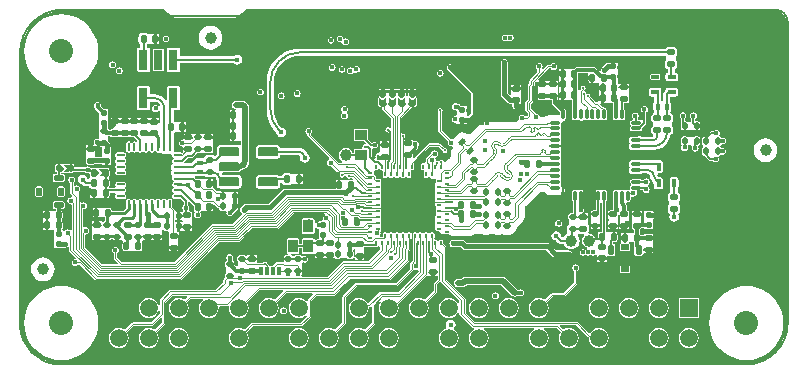
<source format=gbl>
G04*
G04 #@! TF.GenerationSoftware,Altium Limited,CircuitStudio,1.5.2 (30)*
G04*
G04 Layer_Physical_Order=4*
G04 Layer_Color=16711680*
%FSLAX25Y25*%
%MOIN*%
G70*
G01*
G75*
%ADD10C,0.00350*%
%ADD11C,0.00768*%
%ADD12C,0.03937*%
G04:AMPARAMS|DCode=16|XSize=23.62mil|YSize=19.69mil|CornerRadius=4.92mil|HoleSize=0mil|Usage=FLASHONLY|Rotation=180.000|XOffset=0mil|YOffset=0mil|HoleType=Round|Shape=RoundedRectangle|*
%AMROUNDEDRECTD16*
21,1,0.02362,0.00984,0,0,180.0*
21,1,0.01378,0.01969,0,0,180.0*
1,1,0.00984,-0.00689,0.00492*
1,1,0.00984,0.00689,0.00492*
1,1,0.00984,0.00689,-0.00492*
1,1,0.00984,-0.00689,-0.00492*
%
%ADD16ROUNDEDRECTD16*%
G04:AMPARAMS|DCode=17|XSize=23.62mil|YSize=19.69mil|CornerRadius=4.92mil|HoleSize=0mil|Usage=FLASHONLY|Rotation=270.000|XOffset=0mil|YOffset=0mil|HoleType=Round|Shape=RoundedRectangle|*
%AMROUNDEDRECTD17*
21,1,0.02362,0.00984,0,0,270.0*
21,1,0.01378,0.01969,0,0,270.0*
1,1,0.00984,-0.00492,-0.00689*
1,1,0.00984,-0.00492,0.00689*
1,1,0.00984,0.00492,0.00689*
1,1,0.00984,0.00492,-0.00689*
%
%ADD17ROUNDEDRECTD17*%
G04:AMPARAMS|DCode=22|XSize=14.17mil|YSize=23mil|CornerRadius=0.71mil|HoleSize=0mil|Usage=FLASHONLY|Rotation=180.000|XOffset=0mil|YOffset=0mil|HoleType=Round|Shape=RoundedRectangle|*
%AMROUNDEDRECTD22*
21,1,0.01417,0.02158,0,0,180.0*
21,1,0.01276,0.02300,0,0,180.0*
1,1,0.00142,-0.00638,0.01079*
1,1,0.00142,0.00638,0.01079*
1,1,0.00142,0.00638,-0.01079*
1,1,0.00142,-0.00638,-0.01079*
%
%ADD22ROUNDEDRECTD22*%
G04:AMPARAMS|DCode=23|XSize=14.17mil|YSize=23mil|CornerRadius=0.71mil|HoleSize=0mil|Usage=FLASHONLY|Rotation=90.000|XOffset=0mil|YOffset=0mil|HoleType=Round|Shape=RoundedRectangle|*
%AMROUNDEDRECTD23*
21,1,0.01417,0.02158,0,0,90.0*
21,1,0.01276,0.02300,0,0,90.0*
1,1,0.00142,0.01079,0.00638*
1,1,0.00142,0.01079,-0.00638*
1,1,0.00142,-0.01079,-0.00638*
1,1,0.00142,-0.01079,0.00638*
%
%ADD23ROUNDEDRECTD23*%
G04:AMPARAMS|DCode=24|XSize=23.62mil|YSize=17.72mil|CornerRadius=4.43mil|HoleSize=0mil|Usage=FLASHONLY|Rotation=270.000|XOffset=0mil|YOffset=0mil|HoleType=Round|Shape=RoundedRectangle|*
%AMROUNDEDRECTD24*
21,1,0.02362,0.00886,0,0,270.0*
21,1,0.01476,0.01772,0,0,270.0*
1,1,0.00886,-0.00443,-0.00738*
1,1,0.00886,-0.00443,0.00738*
1,1,0.00886,0.00443,0.00738*
1,1,0.00886,0.00443,-0.00738*
%
%ADD24ROUNDEDRECTD24*%
G04:AMPARAMS|DCode=25|XSize=23.62mil|YSize=17.72mil|CornerRadius=4.43mil|HoleSize=0mil|Usage=FLASHONLY|Rotation=180.000|XOffset=0mil|YOffset=0mil|HoleType=Round|Shape=RoundedRectangle|*
%AMROUNDEDRECTD25*
21,1,0.02362,0.00886,0,0,180.0*
21,1,0.01476,0.01772,0,0,180.0*
1,1,0.00886,-0.00738,0.00443*
1,1,0.00886,0.00738,0.00443*
1,1,0.00886,0.00738,-0.00443*
1,1,0.00886,-0.00738,-0.00443*
%
%ADD25ROUNDEDRECTD25*%
%ADD30R,0.16496X0.10492*%
G04:AMPARAMS|DCode=33|XSize=21.65mil|YSize=17.72mil|CornerRadius=4.43mil|HoleSize=0mil|Usage=FLASHONLY|Rotation=180.000|XOffset=0mil|YOffset=0mil|HoleType=Round|Shape=RoundedRectangle|*
%AMROUNDEDRECTD33*
21,1,0.02165,0.00886,0,0,180.0*
21,1,0.01280,0.01772,0,0,180.0*
1,1,0.00886,-0.00640,0.00443*
1,1,0.00886,0.00640,0.00443*
1,1,0.00886,0.00640,-0.00443*
1,1,0.00886,-0.00640,-0.00443*
%
%ADD33ROUNDEDRECTD33*%
%ADD49C,0.00800*%
%ADD50C,0.01400*%
%ADD51C,0.01600*%
%ADD52C,0.00400*%
%ADD53C,0.01200*%
%ADD54C,0.01000*%
%ADD55C,0.00600*%
%ADD56C,0.00500*%
%ADD63C,0.08000*%
%ADD64R,0.05906X0.05906*%
%ADD65C,0.05906*%
%ADD66C,0.02362*%
%ADD67C,0.03819*%
%ADD68C,0.01600*%
%ADD69C,0.01000*%
%ADD72C,0.02000*%
%ADD73C,0.00475*%
%ADD74C,0.00475*%
G04:AMPARAMS|DCode=75|XSize=65mil|YSize=30mil|CornerRadius=3mil|HoleSize=0mil|Usage=FLASHONLY|Rotation=180.000|XOffset=0mil|YOffset=0mil|HoleType=Round|Shape=RoundedRectangle|*
%AMROUNDEDRECTD75*
21,1,0.06500,0.02400,0,0,180.0*
21,1,0.05900,0.03000,0,0,180.0*
1,1,0.00600,-0.02950,0.01200*
1,1,0.00600,0.02950,0.01200*
1,1,0.00600,0.02950,-0.01200*
1,1,0.00600,-0.02950,-0.01200*
%
%ADD75ROUNDEDRECTD75*%
G04:AMPARAMS|DCode=76|XSize=35.43mil|YSize=43.31mil|CornerRadius=0.89mil|HoleSize=0mil|Usage=FLASHONLY|Rotation=0.000|XOffset=0mil|YOffset=0mil|HoleType=Round|Shape=RoundedRectangle|*
%AMROUNDEDRECTD76*
21,1,0.03543,0.04154,0,0,0.0*
21,1,0.03366,0.04331,0,0,0.0*
1,1,0.00177,0.01683,-0.02077*
1,1,0.00177,-0.01683,-0.02077*
1,1,0.00177,-0.01683,0.02077*
1,1,0.00177,0.01683,0.02077*
%
%ADD76ROUNDEDRECTD76*%
G04:AMPARAMS|DCode=77|XSize=64.96mil|YSize=29.92mil|CornerRadius=1.5mil|HoleSize=0mil|Usage=FLASHONLY|Rotation=90.000|XOffset=0mil|YOffset=0mil|HoleType=Round|Shape=RoundedRectangle|*
%AMROUNDEDRECTD77*
21,1,0.06496,0.02693,0,0,90.0*
21,1,0.06197,0.02992,0,0,90.0*
1,1,0.00299,0.01347,0.03098*
1,1,0.00299,0.01347,-0.03098*
1,1,0.00299,-0.01347,-0.03098*
1,1,0.00299,-0.01347,0.03098*
%
%ADD77ROUNDEDRECTD77*%
G04:AMPARAMS|DCode=78|XSize=41.34mil|YSize=33.47mil|CornerRadius=3.35mil|HoleSize=0mil|Usage=FLASHONLY|Rotation=0.000|XOffset=0mil|YOffset=0mil|HoleType=Round|Shape=RoundedRectangle|*
%AMROUNDEDRECTD78*
21,1,0.04134,0.02677,0,0,0.0*
21,1,0.03465,0.03347,0,0,0.0*
1,1,0.00669,0.01732,-0.01339*
1,1,0.00669,-0.01732,-0.01339*
1,1,0.00669,-0.01732,0.01339*
1,1,0.00669,0.01732,0.01339*
%
%ADD78ROUNDEDRECTD78*%
G04:AMPARAMS|DCode=79|XSize=23.62mil|YSize=17.72mil|CornerRadius=4.43mil|HoleSize=0mil|Usage=FLASHONLY|Rotation=225.000|XOffset=0mil|YOffset=0mil|HoleType=Round|Shape=RoundedRectangle|*
%AMROUNDEDRECTD79*
21,1,0.02362,0.00886,0,0,225.0*
21,1,0.01476,0.01772,0,0,225.0*
1,1,0.00886,-0.00835,-0.00209*
1,1,0.00886,0.00209,0.00835*
1,1,0.00886,0.00835,0.00209*
1,1,0.00886,-0.00209,-0.00835*
%
%ADD79ROUNDEDRECTD79*%
G04:AMPARAMS|DCode=80|XSize=27.56mil|YSize=16.93mil|CornerRadius=1.69mil|HoleSize=0mil|Usage=FLASHONLY|Rotation=0.000|XOffset=0mil|YOffset=0mil|HoleType=Round|Shape=RoundedRectangle|*
%AMROUNDEDRECTD80*
21,1,0.02756,0.01354,0,0,0.0*
21,1,0.02417,0.01693,0,0,0.0*
1,1,0.00339,0.01209,-0.00677*
1,1,0.00339,-0.01209,-0.00677*
1,1,0.00339,-0.01209,0.00677*
1,1,0.00339,0.01209,0.00677*
%
%ADD80ROUNDEDRECTD80*%
G04:AMPARAMS|DCode=81|XSize=19.69mil|YSize=32.48mil|CornerRadius=1.97mil|HoleSize=0mil|Usage=FLASHONLY|Rotation=0.000|XOffset=0mil|YOffset=0mil|HoleType=Round|Shape=RoundedRectangle|*
%AMROUNDEDRECTD81*
21,1,0.01969,0.02854,0,0,0.0*
21,1,0.01575,0.03248,0,0,0.0*
1,1,0.00394,0.00787,-0.01427*
1,1,0.00394,-0.00787,-0.01427*
1,1,0.00394,-0.00787,0.01427*
1,1,0.00394,0.00787,0.01427*
%
%ADD81ROUNDEDRECTD81*%
G04:AMPARAMS|DCode=82|XSize=27.56mil|YSize=16.93mil|CornerRadius=1.69mil|HoleSize=0mil|Usage=FLASHONLY|Rotation=270.000|XOffset=0mil|YOffset=0mil|HoleType=Round|Shape=RoundedRectangle|*
%AMROUNDEDRECTD82*
21,1,0.02756,0.01354,0,0,270.0*
21,1,0.02417,0.01693,0,0,270.0*
1,1,0.00339,-0.00677,-0.01209*
1,1,0.00339,-0.00677,0.01209*
1,1,0.00339,0.00677,0.01209*
1,1,0.00339,0.00677,-0.01209*
%
%ADD82ROUNDEDRECTD82*%
G04:AMPARAMS|DCode=83|XSize=19.69mil|YSize=32.48mil|CornerRadius=1.97mil|HoleSize=0mil|Usage=FLASHONLY|Rotation=270.000|XOffset=0mil|YOffset=0mil|HoleType=Round|Shape=RoundedRectangle|*
%AMROUNDEDRECTD83*
21,1,0.01969,0.02854,0,0,270.0*
21,1,0.01575,0.03248,0,0,270.0*
1,1,0.00394,-0.01427,-0.00787*
1,1,0.00394,-0.01427,0.00787*
1,1,0.00394,0.01427,0.00787*
1,1,0.00394,0.01427,-0.00787*
%
%ADD83ROUNDEDRECTD83*%
G04:AMPARAMS|DCode=84|XSize=25.59mil|YSize=13.78mil|CornerRadius=1.38mil|HoleSize=0mil|Usage=FLASHONLY|Rotation=90.000|XOffset=0mil|YOffset=0mil|HoleType=Round|Shape=RoundedRectangle|*
%AMROUNDEDRECTD84*
21,1,0.02559,0.01102,0,0,90.0*
21,1,0.02284,0.01378,0,0,90.0*
1,1,0.00276,0.00551,0.01142*
1,1,0.00276,0.00551,-0.01142*
1,1,0.00276,-0.00551,-0.01142*
1,1,0.00276,-0.00551,0.01142*
%
%ADD84ROUNDEDRECTD84*%
G04:AMPARAMS|DCode=85|XSize=25.59mil|YSize=13.78mil|CornerRadius=1.38mil|HoleSize=0mil|Usage=FLASHONLY|Rotation=180.000|XOffset=0mil|YOffset=0mil|HoleType=Round|Shape=RoundedRectangle|*
%AMROUNDEDRECTD85*
21,1,0.02559,0.01102,0,0,180.0*
21,1,0.02284,0.01378,0,0,180.0*
1,1,0.00276,-0.01142,0.00551*
1,1,0.00276,0.01142,0.00551*
1,1,0.00276,0.01142,-0.00551*
1,1,0.00276,-0.01142,-0.00551*
%
%ADD85ROUNDEDRECTD85*%
G04:AMPARAMS|DCode=86|XSize=29.53mil|YSize=11.81mil|CornerRadius=2.95mil|HoleSize=0mil|Usage=FLASHONLY|Rotation=270.000|XOffset=0mil|YOffset=0mil|HoleType=Round|Shape=RoundedRectangle|*
%AMROUNDEDRECTD86*
21,1,0.02953,0.00591,0,0,270.0*
21,1,0.02363,0.01181,0,0,270.0*
1,1,0.00591,-0.00295,-0.01181*
1,1,0.00591,-0.00295,0.01181*
1,1,0.00591,0.00295,0.01181*
1,1,0.00591,0.00295,-0.01181*
%
%ADD86ROUNDEDRECTD86*%
G04:AMPARAMS|DCode=87|XSize=57.09mil|YSize=53.15mil|CornerRadius=5.32mil|HoleSize=0mil|Usage=FLASHONLY|Rotation=180.000|XOffset=0mil|YOffset=0mil|HoleType=Round|Shape=RoundedRectangle|*
%AMROUNDEDRECTD87*
21,1,0.05709,0.04252,0,0,180.0*
21,1,0.04646,0.05315,0,0,180.0*
1,1,0.01063,-0.02323,0.02126*
1,1,0.01063,0.02323,0.02126*
1,1,0.01063,0.02323,-0.02126*
1,1,0.01063,-0.02323,-0.02126*
%
%ADD87ROUNDEDRECTD87*%
G04:AMPARAMS|DCode=88|XSize=15.75mil|YSize=8.66mil|CornerRadius=0.87mil|HoleSize=0mil|Usage=FLASHONLY|Rotation=180.000|XOffset=0mil|YOffset=0mil|HoleType=Round|Shape=RoundedRectangle|*
%AMROUNDEDRECTD88*
21,1,0.01575,0.00693,0,0,180.0*
21,1,0.01402,0.00866,0,0,180.0*
1,1,0.00173,-0.00701,0.00347*
1,1,0.00173,0.00701,0.00347*
1,1,0.00173,0.00701,-0.00347*
1,1,0.00173,-0.00701,-0.00347*
%
%ADD88ROUNDEDRECTD88*%
G04:AMPARAMS|DCode=89|XSize=15.75mil|YSize=8.66mil|CornerRadius=0.87mil|HoleSize=0mil|Usage=FLASHONLY|Rotation=90.000|XOffset=0mil|YOffset=0mil|HoleType=Round|Shape=RoundedRectangle|*
%AMROUNDEDRECTD89*
21,1,0.01575,0.00693,0,0,90.0*
21,1,0.01402,0.00866,0,0,90.0*
1,1,0.00173,0.00347,0.00701*
1,1,0.00173,0.00347,-0.00701*
1,1,0.00173,-0.00347,-0.00701*
1,1,0.00173,-0.00347,0.00701*
%
%ADD89ROUNDEDRECTD89*%
G04:AMPARAMS|DCode=90|XSize=173.23mil|YSize=173.23mil|CornerRadius=4.33mil|HoleSize=0mil|Usage=FLASHONLY|Rotation=180.000|XOffset=0mil|YOffset=0mil|HoleType=Round|Shape=RoundedRectangle|*
%AMROUNDEDRECTD90*
21,1,0.17323,0.16457,0,0,180.0*
21,1,0.16457,0.17323,0,0,180.0*
1,1,0.00866,-0.08228,0.08228*
1,1,0.00866,0.08228,0.08228*
1,1,0.00866,0.08228,-0.08228*
1,1,0.00866,-0.08228,-0.08228*
%
%ADD90ROUNDEDRECTD90*%
G04:AMPARAMS|DCode=91|XSize=33.47mil|YSize=11.81mil|CornerRadius=4.72mil|HoleSize=0mil|Usage=FLASHONLY|Rotation=180.000|XOffset=0mil|YOffset=0mil|HoleType=Round|Shape=RoundedRectangle|*
%AMROUNDEDRECTD91*
21,1,0.03347,0.00236,0,0,180.0*
21,1,0.02402,0.01181,0,0,180.0*
1,1,0.00945,-0.01201,0.00118*
1,1,0.00945,0.01201,0.00118*
1,1,0.00945,0.01201,-0.00118*
1,1,0.00945,-0.01201,-0.00118*
%
%ADD91ROUNDEDRECTD91*%
G04:AMPARAMS|DCode=92|XSize=33.47mil|YSize=11.81mil|CornerRadius=4.72mil|HoleSize=0mil|Usage=FLASHONLY|Rotation=90.000|XOffset=0mil|YOffset=0mil|HoleType=Round|Shape=RoundedRectangle|*
%AMROUNDEDRECTD92*
21,1,0.03347,0.00236,0,0,90.0*
21,1,0.02402,0.01181,0,0,90.0*
1,1,0.00945,0.00118,0.01201*
1,1,0.00945,0.00118,-0.01201*
1,1,0.00945,-0.00118,-0.01201*
1,1,0.00945,-0.00118,0.01201*
%
%ADD92ROUNDEDRECTD92*%
G04:AMPARAMS|DCode=93|XSize=224.41mil|YSize=224.41mil|CornerRadius=5.61mil|HoleSize=0mil|Usage=FLASHONLY|Rotation=90.000|XOffset=0mil|YOffset=0mil|HoleType=Round|Shape=RoundedRectangle|*
%AMROUNDEDRECTD93*
21,1,0.22441,0.21319,0,0,90.0*
21,1,0.21319,0.22441,0,0,90.0*
1,1,0.01122,0.10659,0.10659*
1,1,0.01122,0.10659,-0.10659*
1,1,0.01122,-0.10659,-0.10659*
1,1,0.01122,-0.10659,0.10659*
%
%ADD93ROUNDEDRECTD93*%
%ADD94R,0.14567X0.14567*%
%ADD95O,0.03150X0.00984*%
%ADD96O,0.00984X0.03150*%
%ADD97C,0.00475*%
%ADD98C,0.00760*%
%ADD99R,0.02692X0.01425*%
%ADD100R,0.02600X0.01400*%
G36*
X1048995Y817364D02*
X1082175D01*
X1082867Y816672D01*
X1083979Y815819D01*
X1084894Y815440D01*
X1085273Y815283D01*
X1086662Y815100D01*
X1105890D01*
X1107278Y815283D01*
X1108572Y815819D01*
X1109684Y816672D01*
X1110376Y817364D01*
X1286362D01*
X1286471Y817378D01*
X1287353Y817262D01*
X1288277Y816880D01*
X1289070Y816271D01*
X1289678Y815478D01*
X1290061Y814555D01*
X1290177Y813673D01*
X1290162Y813564D01*
Y713281D01*
X1290186Y713103D01*
X1290034Y711177D01*
X1289542Y709125D01*
X1288734Y707174D01*
X1287631Y705375D01*
X1286260Y703770D01*
X1284655Y702399D01*
X1282856Y701296D01*
X1280905Y700488D01*
X1278853Y699996D01*
X1276927Y699844D01*
X1276749Y699867D01*
X1047891Y699867D01*
X1047720Y699845D01*
X1045867Y699991D01*
X1043893Y700465D01*
X1042017Y701242D01*
X1040286Y702302D01*
X1038742Y703621D01*
X1037424Y705165D01*
X1036363Y706896D01*
X1035586Y708771D01*
X1035112Y710745D01*
X1034966Y712599D01*
X1034989Y712769D01*
X1034989Y796470D01*
Y803358D01*
X1034964Y803544D01*
X1035122Y805555D01*
X1035637Y807698D01*
X1036480Y809734D01*
X1037632Y811613D01*
X1039063Y813290D01*
X1040739Y814721D01*
X1042618Y815872D01*
X1044655Y816716D01*
X1046798Y817230D01*
X1048809Y817389D01*
X1048995Y817364D01*
D02*
G37*
%LPC*%
G36*
X1043166Y750752D02*
X1042379D01*
Y749866D01*
X1043166D01*
Y750752D01*
D02*
G37*
G36*
X1239466Y750753D02*
X1238629D01*
Y749966D01*
X1239466D01*
Y750753D01*
D02*
G37*
G36*
X1059613Y749343D02*
X1058826D01*
Y748506D01*
X1059613D01*
Y749343D01*
D02*
G37*
G36*
X1223900Y749831D02*
X1223014D01*
Y749043D01*
X1223900D01*
Y749831D01*
D02*
G37*
G36*
X1098973Y751342D02*
X1098186D01*
Y750505D01*
X1098973D01*
Y751342D01*
D02*
G37*
G36*
X1059613Y751656D02*
X1058826D01*
Y750819D01*
X1059613D01*
Y751656D01*
D02*
G37*
G36*
X1241828Y750753D02*
X1240942D01*
Y749966D01*
X1241828D01*
Y750753D01*
D02*
G37*
G36*
X1245741Y750604D02*
X1244741D01*
Y750498D01*
X1243541D01*
Y750604D01*
X1242541D01*
Y749604D01*
X1242724D01*
Y748835D01*
X1242725Y748828D01*
X1242541Y748604D01*
X1242541D01*
Y746721D01*
X1241779D01*
Y749179D01*
X1238629D01*
Y746029D01*
X1238687D01*
Y745242D01*
X1238629D01*
Y744454D01*
X1239084D01*
X1239198Y744378D01*
X1239266Y744365D01*
Y743273D01*
X1236661D01*
Y740262D01*
X1236379Y739820D01*
X1236011Y739820D01*
X1235873Y740124D01*
X1235873Y740203D01*
Y740960D01*
X1235086D01*
Y740611D01*
Y740600D01*
X1235083Y740111D01*
X1235082Y740108D01*
X1235041Y739985D01*
X1234930Y739650D01*
X1234684Y739548D01*
X1234529Y739173D01*
Y737819D01*
X1234684Y737444D01*
X1235058Y737289D01*
X1237476D01*
X1237850Y737444D01*
X1238005Y737819D01*
Y739173D01*
X1237850Y739548D01*
X1237667Y739624D01*
X1237766Y740124D01*
X1239266D01*
Y738942D01*
X1239337Y738584D01*
X1239448Y738418D01*
Y736285D01*
X1239612Y735889D01*
X1240007Y735726D01*
X1241582D01*
X1241978Y735889D01*
X1242141Y736285D01*
X1242517Y736580D01*
X1242641Y736580D01*
X1243403D01*
Y737368D01*
X1242779D01*
X1242450Y737665D01*
X1242380Y737774D01*
X1242566Y738155D01*
X1242566Y738155D01*
X1242566Y738155D01*
X1245716D01*
Y741305D01*
X1245658D01*
Y742092D01*
X1245716D01*
Y742879D01*
X1245261D01*
X1245147Y742955D01*
X1244830Y743018D01*
X1243452D01*
X1243135Y742955D01*
X1243021Y742879D01*
X1242566D01*
Y742636D01*
X1241475D01*
X1241461Y742704D01*
X1241385Y742818D01*
Y743273D01*
X1241142D01*
Y744365D01*
X1241210Y744378D01*
X1241324Y744454D01*
X1241779D01*
Y744845D01*
X1242541D01*
Y744604D01*
X1243541D01*
Y744710D01*
X1244741D01*
Y744604D01*
X1245741D01*
Y745604D01*
X1245559D01*
Y746374D01*
X1245558Y746381D01*
X1245741Y746604D01*
X1245741D01*
Y748104D01*
X1246082Y748172D01*
X1246452Y748420D01*
X1246700Y748790D01*
X1246786Y749227D01*
X1246700Y749664D01*
X1246452Y750035D01*
X1246082Y750282D01*
X1245741Y750350D01*
Y750604D01*
D02*
G37*
G36*
X1253186Y762023D02*
X1252083D01*
X1251718Y761950D01*
X1251407Y761743D01*
X1251200Y761433D01*
X1251127Y761067D01*
Y758783D01*
X1251200Y758418D01*
X1251407Y758107D01*
X1251428Y758094D01*
Y757022D01*
X1251055Y756773D01*
X1250770Y756346D01*
X1250669Y755842D01*
Y754857D01*
X1250770Y754353D01*
X1251055Y753926D01*
X1251101Y753895D01*
Y752867D01*
X1251055Y752836D01*
X1250770Y752409D01*
X1250669Y751905D01*
Y750920D01*
X1250770Y750416D01*
X1251055Y749989D01*
X1251449Y749726D01*
X1251168Y749305D01*
X1251044Y748681D01*
X1251168Y748057D01*
X1251522Y747528D01*
X1252051Y747174D01*
X1252676Y747050D01*
X1253300Y747174D01*
X1253829Y747528D01*
X1254183Y748057D01*
X1254307Y748681D01*
X1254183Y749305D01*
X1253902Y749726D01*
X1254296Y749989D01*
X1254582Y750416D01*
X1254682Y750920D01*
Y751905D01*
X1254582Y752409D01*
X1254296Y752836D01*
X1254250Y752867D01*
Y753895D01*
X1254296Y753926D01*
X1254582Y754353D01*
X1254682Y754857D01*
Y755842D01*
X1254582Y756346D01*
X1254296Y756773D01*
X1253869Y757059D01*
X1253842Y757064D01*
Y758094D01*
X1253862Y758107D01*
X1254069Y758418D01*
X1254142Y758783D01*
Y761067D01*
X1254069Y761433D01*
X1253862Y761743D01*
X1253552Y761950D01*
X1253186Y762023D01*
D02*
G37*
G36*
X1237645Y745242D02*
X1236808D01*
Y744454D01*
X1237645D01*
Y745242D01*
D02*
G37*
G36*
X1225818Y745194D02*
X1225031D01*
Y744604D01*
X1225818D01*
Y745194D01*
D02*
G37*
G36*
X1233905Y745242D02*
X1233068D01*
Y744454D01*
X1233905D01*
Y745242D01*
D02*
G37*
G36*
X1235332D02*
X1234446D01*
Y744454D01*
X1235332D01*
Y745242D01*
D02*
G37*
G36*
X1059437Y747231D02*
X1058601D01*
Y746443D01*
X1059437D01*
Y747231D01*
D02*
G37*
G36*
X1043166Y748389D02*
X1042379D01*
Y747905D01*
X1042379Y747553D01*
Y747479D01*
Y747405D01*
X1042379Y747053D01*
Y746519D01*
X1043166D01*
Y747053D01*
X1043166Y747405D01*
Y747479D01*
Y747553D01*
X1043166Y747905D01*
Y748389D01*
D02*
G37*
G36*
X1227802Y745194D02*
X1227015D01*
Y744604D01*
X1227802D01*
Y745194D01*
D02*
G37*
G36*
X1214165Y747681D02*
X1213728Y747594D01*
X1213357Y747346D01*
X1213110Y746976D01*
X1213023Y746539D01*
X1213110Y746102D01*
X1213357Y745731D01*
X1213728Y745484D01*
X1214165Y745397D01*
X1214602Y745484D01*
X1214972Y745731D01*
X1215220Y746102D01*
X1215306Y746539D01*
X1215220Y746976D01*
X1214972Y747346D01*
X1214602Y747594D01*
X1214165Y747681D01*
D02*
G37*
G36*
X1124170Y763240D02*
X1123186D01*
X1122682Y763140D01*
X1122254Y762854D01*
X1121978Y762441D01*
X1120956D01*
X1120712Y762604D01*
X1120283Y762689D01*
X1114383D01*
X1113953Y762604D01*
X1113590Y762361D01*
X1113346Y761997D01*
X1113261Y761568D01*
Y759168D01*
X1113346Y758739D01*
X1113590Y758375D01*
X1113953Y758132D01*
X1114383Y758046D01*
X1120283D01*
X1120712Y758132D01*
X1121076Y758375D01*
X1121319Y758739D01*
X1121404Y759168D01*
Y760027D01*
X1121978D01*
X1122254Y759613D01*
X1122682Y759328D01*
X1123186Y759227D01*
X1124170D01*
X1124674Y759328D01*
X1125102Y759613D01*
X1125132Y759659D01*
X1127221D01*
Y762809D01*
X1125132D01*
X1125102Y762854D01*
X1124674Y763140D01*
X1124170Y763240D01*
D02*
G37*
G36*
X1069249Y770133D02*
X1067083D01*
X1066767Y770070D01*
X1066498Y769890D01*
X1066319Y769622D01*
X1066255Y769305D01*
X1066319Y768988D01*
X1066498Y768719D01*
X1066684Y768595D01*
X1066729Y768326D01*
Y768315D01*
X1066684Y768046D01*
X1066498Y767922D01*
X1066319Y767653D01*
X1066255Y767336D01*
X1066319Y767019D01*
X1066498Y766751D01*
X1066684Y766626D01*
X1066729Y766358D01*
Y766346D01*
X1066684Y766078D01*
X1066498Y765953D01*
X1066319Y765685D01*
X1066255Y765368D01*
X1066319Y765051D01*
X1066498Y764782D01*
X1066684Y764658D01*
X1066729Y764389D01*
Y764378D01*
X1066684Y764109D01*
X1066498Y763985D01*
X1066319Y763716D01*
X1066255Y763399D01*
X1066319Y763082D01*
X1066498Y762814D01*
X1066767Y762634D01*
X1067083Y762571D01*
X1069249D01*
X1069566Y762634D01*
X1069834Y762814D01*
X1070014Y763082D01*
X1070077Y763399D01*
X1070014Y763716D01*
X1069834Y763985D01*
X1069648Y764109D01*
X1069603Y764378D01*
Y764389D01*
X1069648Y764658D01*
X1069834Y764782D01*
X1070014Y765051D01*
X1070077Y765368D01*
X1070014Y765685D01*
X1069834Y765953D01*
X1069648Y766078D01*
X1069603Y766346D01*
Y766358D01*
X1069648Y766626D01*
X1069834Y766751D01*
X1070014Y767019D01*
X1070077Y767336D01*
X1070014Y767653D01*
X1069834Y767922D01*
X1069648Y768046D01*
X1069603Y768315D01*
Y768326D01*
X1069648Y768595D01*
X1069834Y768719D01*
X1070014Y768988D01*
X1070077Y769305D01*
X1070014Y769622D01*
X1069834Y769890D01*
X1069566Y770070D01*
X1069249Y770133D01*
D02*
G37*
G36*
X1243376Y761523D02*
X1242939Y761436D01*
X1242568Y761189D01*
X1242453Y761016D01*
X1241828D01*
X1241779Y761089D01*
X1241517Y761264D01*
X1241208Y761325D01*
X1238806D01*
X1238497Y761264D01*
X1238235Y761089D01*
X1238060Y760826D01*
X1237998Y760517D01*
Y760281D01*
X1238025Y760146D01*
X1238060Y759972D01*
X1238178Y759795D01*
X1238233Y759713D01*
X1238235Y759710D01*
X1238235Y759415D01*
X1238235Y759120D01*
X1238233Y759117D01*
X1238178Y759034D01*
X1238060Y758858D01*
X1238025Y758684D01*
X1237998Y758549D01*
Y758313D01*
X1238060Y758003D01*
X1238102Y757940D01*
X1237741Y757580D01*
X1237679Y757622D01*
X1237369Y757684D01*
X1237133D01*
X1236998Y757657D01*
X1236824Y757622D01*
X1236647Y757504D01*
X1236565Y757449D01*
X1236562Y757447D01*
X1236267Y757447D01*
X1235972Y757447D01*
X1235969Y757449D01*
X1235886Y757504D01*
X1235710Y757622D01*
X1235536Y757657D01*
X1235401Y757684D01*
X1235165D01*
X1234855Y757622D01*
X1234593Y757447D01*
X1234004D01*
X1233741Y757622D01*
X1233432Y757684D01*
X1233196D01*
X1232887Y757622D01*
X1232625Y757447D01*
X1232450Y757185D01*
X1232388Y756876D01*
Y755735D01*
X1232376Y755675D01*
Y750995D01*
X1232364Y750933D01*
X1232324Y750893D01*
X1231641D01*
X1231324Y750830D01*
X1231210Y750753D01*
X1230755D01*
Y749966D01*
X1230813D01*
Y749179D01*
X1230755D01*
Y746029D01*
X1233905D01*
Y749179D01*
X1234041Y749368D01*
X1234495Y749179D01*
X1234495Y749179D01*
Y746029D01*
X1237645D01*
Y749179D01*
X1237587D01*
Y749966D01*
X1237645D01*
Y750753D01*
X1237190D01*
X1237076Y750830D01*
X1237008Y750843D01*
Y752357D01*
X1236937Y752716D01*
X1236733Y753020D01*
X1236578Y753175D01*
X1236602Y753301D01*
X1236614Y753324D01*
X1237133Y753666D01*
X1237369D01*
X1237679Y753727D01*
X1237941Y753903D01*
X1238116Y754165D01*
X1238177Y754474D01*
Y755233D01*
X1238619Y755514D01*
X1238677Y755518D01*
X1239076Y755439D01*
X1239513Y755526D01*
X1239883Y755774D01*
X1240131Y756144D01*
X1240217Y756581D01*
X1240133Y757005D01*
X1240131Y757019D01*
X1240407Y757505D01*
X1241208D01*
X1241517Y757566D01*
X1241751Y757722D01*
X1242263Y757634D01*
X1242321Y757344D01*
X1242568Y756974D01*
X1242939Y756726D01*
X1243376Y756639D01*
X1243813Y756726D01*
X1244183Y756974D01*
X1244431Y757344D01*
X1244518Y757781D01*
X1244431Y758218D01*
X1244183Y758589D01*
X1243835Y758821D01*
X1243813Y758981D01*
Y759181D01*
X1243835Y759341D01*
X1244183Y759574D01*
X1244431Y759944D01*
X1244518Y760381D01*
X1244431Y760818D01*
X1244183Y761189D01*
X1243813Y761436D01*
X1243376Y761523D01*
D02*
G37*
G36*
X1128796Y762809D02*
X1128009D01*
Y761972D01*
X1128796D01*
Y762809D01*
D02*
G37*
G36*
X1283127Y774856D02*
X1282099Y774721D01*
X1281141Y774324D01*
X1280319Y773693D01*
X1279688Y772871D01*
X1279291Y771913D01*
X1279156Y770886D01*
X1279291Y769858D01*
X1279688Y768900D01*
X1280319Y768078D01*
X1281141Y767447D01*
X1282099Y767050D01*
X1283127Y766915D01*
X1284155Y767050D01*
X1285112Y767447D01*
X1285935Y768078D01*
X1286566Y768900D01*
X1286962Y769858D01*
X1287098Y770886D01*
X1286962Y771913D01*
X1286566Y772871D01*
X1285935Y773693D01*
X1285112Y774324D01*
X1284155Y774721D01*
X1283127Y774856D01*
D02*
G37*
G36*
X1057389Y772454D02*
X1056552D01*
Y771667D01*
X1057389D01*
Y772454D01*
D02*
G37*
G36*
X1051999Y766427D02*
X1051113D01*
X1051025Y766410D01*
X1051006Y766418D01*
X1049306D01*
X1049061Y766316D01*
X1049049Y766289D01*
X1048507D01*
X1048481Y766316D01*
X1048236Y766418D01*
X1048047D01*
X1047999Y766427D01*
X1047113D01*
X1046815Y766368D01*
X1046697Y766289D01*
X1046556D01*
Y766189D01*
X1046394Y765947D01*
X1046335Y765649D01*
Y764173D01*
X1046394Y763875D01*
X1046556Y763633D01*
Y763533D01*
X1046697D01*
X1046812Y763456D01*
Y762974D01*
X1046119D01*
X1045723Y762811D01*
X1045560Y762415D01*
Y760840D01*
X1045723Y760445D01*
X1046119Y760281D01*
X1048973D01*
X1049369Y760445D01*
X1049533Y760840D01*
Y762415D01*
X1049369Y762811D01*
X1048973Y762974D01*
X1048280D01*
Y763443D01*
X1048481Y763526D01*
X1048487Y763533D01*
X1049058D01*
X1049061Y763526D01*
X1049306Y763425D01*
X1050963D01*
X1051113Y763395D01*
X1051999D01*
X1052296Y763454D01*
X1052391Y763517D01*
X1052556D01*
Y763633D01*
X1052598Y763697D01*
X1056286D01*
X1056368Y763574D01*
X1056739Y763326D01*
X1057176Y763239D01*
X1057387Y763281D01*
X1057836Y762987D01*
X1057887Y762910D01*
Y762692D01*
X1057950Y762375D01*
X1058026Y762261D01*
Y761834D01*
X1057786Y761673D01*
X1057580Y761365D01*
X1057063Y761401D01*
X1057002Y761709D01*
X1056648Y762239D01*
X1056119Y762592D01*
X1055494Y762716D01*
X1054870Y762592D01*
X1054341Y762239D01*
X1053987Y761709D01*
X1053863Y761085D01*
X1053987Y760461D01*
X1054341Y759931D01*
X1054870Y759578D01*
X1055400Y759472D01*
X1055680Y759192D01*
X1056072Y758930D01*
X1056534Y758839D01*
X1057514D01*
X1057670Y758605D01*
X1057685Y758582D01*
X1057786Y758432D01*
X1057872Y758369D01*
X1058026Y758256D01*
X1058026D01*
X1058026Y758256D01*
Y757419D01*
X1058813D01*
Y758046D01*
X1059601D01*
Y755106D01*
X1062750D01*
Y755164D01*
X1063538D01*
Y755057D01*
X1064325D01*
Y755561D01*
X1064401Y755675D01*
X1064464Y755992D01*
Y756776D01*
X1066354D01*
X1066435Y756657D01*
X1066498Y756111D01*
X1066319Y755842D01*
X1066255Y755525D01*
X1066319Y755208D01*
X1066498Y754940D01*
X1066767Y754760D01*
X1067083Y754697D01*
X1069249D01*
X1069566Y754760D01*
X1069834Y754940D01*
X1070014Y755208D01*
X1070077Y755525D01*
X1070014Y755842D01*
X1069834Y756111D01*
X1069648Y756235D01*
X1069603Y756504D01*
Y756515D01*
X1069648Y756784D01*
X1069834Y756908D01*
X1070014Y757177D01*
X1070077Y757494D01*
X1070014Y757810D01*
X1069834Y758079D01*
X1069648Y758204D01*
X1069603Y758472D01*
Y758484D01*
X1069648Y758752D01*
X1069834Y758877D01*
X1070014Y759145D01*
X1070077Y759462D01*
X1070014Y759779D01*
X1069834Y760048D01*
X1069566Y760227D01*
X1069249Y760290D01*
X1067083D01*
X1066767Y760227D01*
X1066498Y760048D01*
X1066319Y759779D01*
X1066255Y759462D01*
X1066319Y759145D01*
X1066498Y758877D01*
X1066435Y758331D01*
X1066380Y758249D01*
X1066324Y758211D01*
X1064717D01*
X1064328Y758478D01*
X1064332Y758940D01*
X1064404Y759047D01*
X1064467Y759364D01*
Y760742D01*
X1064404Y761059D01*
X1064351Y761137D01*
X1064328Y761627D01*
X1064325Y761757D01*
Y761757D01*
D01*
X1064325D01*
X1064325Y761757D01*
Y762261D01*
X1064401Y762375D01*
X1064464Y762692D01*
Y764070D01*
X1064401Y764387D01*
X1064325Y764501D01*
Y764956D01*
X1063538D01*
Y764898D01*
X1062750D01*
Y764956D01*
X1059601D01*
Y764898D01*
X1058813D01*
Y764956D01*
X1058381D01*
X1058226Y765059D01*
X1058045Y765095D01*
X1057983Y765189D01*
X1057613Y765436D01*
X1057176Y765523D01*
X1056739Y765436D01*
X1056368Y765189D01*
X1056353Y765165D01*
X1052776D01*
Y765649D01*
X1052717Y765947D01*
X1052556Y766189D01*
Y766289D01*
X1052414D01*
X1052296Y766368D01*
X1051999Y766427D01*
D02*
G37*
G36*
X1120283Y772689D02*
X1114383D01*
X1113953Y772604D01*
X1113590Y772361D01*
X1113346Y771997D01*
X1113261Y771568D01*
Y769168D01*
X1113346Y768739D01*
X1113590Y768375D01*
X1113953Y768131D01*
X1114383Y768046D01*
X1120283D01*
X1120712Y768131D01*
X1121076Y768375D01*
X1121319Y768739D01*
X1121403Y769161D01*
X1127536D01*
Y769150D01*
X1127646Y769128D01*
X1128017Y768648D01*
X1127952Y768321D01*
X1128076Y767696D01*
X1128430Y767167D01*
X1128959Y766813D01*
X1129583Y766689D01*
X1130208Y766813D01*
X1130737Y767167D01*
X1131091Y767696D01*
X1131215Y768321D01*
X1131091Y768945D01*
X1130737Y769474D01*
X1130486Y769641D01*
X1130359Y769950D01*
X1129841Y770625D01*
X1129166Y771143D01*
X1128380Y771468D01*
X1127536Y771579D01*
Y771575D01*
X1121403D01*
X1121319Y771997D01*
X1121076Y772361D01*
X1120712Y772604D01*
X1120283Y772689D01*
D02*
G37*
G36*
X1098973Y761332D02*
X1098186D01*
Y760496D01*
X1098973D01*
Y761332D01*
D02*
G37*
G36*
X1041637Y758838D02*
X1040283D01*
X1039908Y758683D01*
X1039753Y758309D01*
Y755891D01*
X1039908Y755517D01*
X1040283Y755362D01*
X1041637D01*
X1042011Y755517D01*
X1042166Y755891D01*
Y758309D01*
X1042011Y758683D01*
X1041637Y758838D01*
D02*
G37*
G36*
X1049007D02*
X1047653D01*
X1047278Y758683D01*
X1047123Y758309D01*
Y755891D01*
X1047278Y755517D01*
X1047653Y755362D01*
X1049007D01*
X1049382Y755517D01*
X1049537Y755891D01*
Y758309D01*
X1049382Y758683D01*
X1049007Y758838D01*
D02*
G37*
G36*
X1084603Y754778D02*
X1084286Y754715D01*
X1084018Y754536D01*
X1083893Y754350D01*
X1083624Y754305D01*
X1083613D01*
X1083345Y754350D01*
X1083220Y754536D01*
X1082952Y754715D01*
X1082635Y754778D01*
X1082318Y754715D01*
X1082049Y754536D01*
X1081925Y754350D01*
X1081656Y754305D01*
X1081645D01*
X1081376Y754350D01*
X1081252Y754536D01*
X1080983Y754715D01*
X1080666Y754778D01*
X1080349Y754715D01*
X1080081Y754536D01*
X1079956Y754350D01*
X1079688Y754305D01*
X1079676D01*
X1079408Y754350D01*
X1079283Y754536D01*
X1079014Y754715D01*
X1078698Y754778D01*
X1078381Y754715D01*
X1078112Y754536D01*
X1077988Y754350D01*
X1077719Y754305D01*
X1077708D01*
X1077439Y754350D01*
X1077315Y754536D01*
X1077046Y754715D01*
X1076729Y754778D01*
X1076412Y754715D01*
X1076144Y754536D01*
X1076019Y754350D01*
X1075751Y754305D01*
X1075739D01*
X1075471Y754350D01*
X1075346Y754536D01*
X1075078Y754715D01*
X1074761Y754778D01*
X1074444Y754715D01*
X1074175Y754536D01*
X1074051Y754350D01*
X1073782Y754305D01*
X1073771D01*
X1073502Y754350D01*
X1073378Y754536D01*
X1073109Y754715D01*
X1072792Y754778D01*
X1072475Y754715D01*
X1072207Y754536D01*
X1072082Y754350D01*
X1071813Y754305D01*
X1071802D01*
X1071534Y754350D01*
X1071409Y754536D01*
X1071140Y754715D01*
X1070824Y754778D01*
X1070507Y754715D01*
X1070238Y754536D01*
X1070059Y754267D01*
X1069996Y753950D01*
Y752940D01*
X1069980Y752860D01*
Y751659D01*
X1068974Y750653D01*
X1065264D01*
Y750770D01*
X1065201Y751087D01*
X1065125Y751201D01*
Y751656D01*
X1064338D01*
Y751598D01*
X1063550D01*
Y751656D01*
X1060401D01*
Y748506D01*
X1062901D01*
Y747302D01*
X1062837D01*
X1062540Y747243D01*
X1062298Y747081D01*
X1062250D01*
X1062198Y747081D01*
X1061750Y747208D01*
Y747231D01*
X1060914D01*
Y746443D01*
X1061559D01*
X1061750Y746443D01*
X1062059Y746071D01*
Y746028D01*
X1061750Y745656D01*
Y745656D01*
X1058601D01*
Y742506D01*
X1058659D01*
Y741719D01*
X1058552D01*
Y740932D01*
X1059056D01*
X1059170Y740856D01*
X1059487Y740792D01*
X1060865D01*
X1061181Y740856D01*
X1061295Y740932D01*
X1061750D01*
Y740932D01*
X1062198Y741081D01*
X1062391Y740990D01*
X1062540Y740919D01*
X1062624Y740903D01*
X1062837Y740860D01*
X1064314D01*
X1064611Y740919D01*
X1064853Y741081D01*
X1064954D01*
Y741222D01*
X1065032Y741340D01*
X1065033Y741345D01*
X1065618D01*
X1065619Y741340D01*
X1065682Y741246D01*
Y741081D01*
X1065798D01*
X1066040Y740919D01*
X1066337Y740860D01*
X1067814D01*
X1068027Y740903D01*
X1068111Y740919D01*
X1068266Y740992D01*
X1068418Y741064D01*
X1068724Y740915D01*
X1068904Y740564D01*
X1068904Y740564D01*
X1068904Y740564D01*
Y740060D01*
X1068828Y739946D01*
X1068765Y739630D01*
Y738251D01*
X1068828Y737935D01*
X1068904Y737821D01*
Y737366D01*
X1069692D01*
Y737424D01*
X1070479D01*
Y737366D01*
X1073629D01*
Y737424D01*
X1074416D01*
Y737366D01*
X1075204D01*
Y737821D01*
X1075280Y737935D01*
X1075343Y738251D01*
Y739630D01*
X1075280Y739946D01*
X1075227Y740025D01*
X1075204Y740515D01*
X1075506Y740860D01*
X1075597Y740909D01*
X1075603D01*
X1075682Y740909D01*
X1076434D01*
Y741696D01*
X1075892D01*
X1075689Y741696D01*
X1075520Y741966D01*
X1075453Y742088D01*
X1075679Y742484D01*
X1075892Y742484D01*
X1078247D01*
X1078747Y742484D01*
X1078747Y742484D01*
X1078747D01*
Y742484D01*
X1078747Y742484D01*
X1081896D01*
Y744288D01*
X1082397Y744447D01*
X1082587Y744176D01*
Y744108D01*
X1082729D01*
X1082847Y744029D01*
X1083144Y743970D01*
X1083832D01*
X1084028Y743970D01*
X1084030D01*
X1084030Y743970D01*
X1084292Y743653D01*
X1084297Y743576D01*
X1084301Y743514D01*
Y743514D01*
X1084301Y743091D01*
Y743066D01*
Y742743D01*
X1084359D01*
Y741956D01*
X1084301D01*
Y738806D01*
X1087450D01*
Y741956D01*
X1087393D01*
Y742743D01*
X1087500D01*
Y743531D01*
X1087358D01*
X1087222Y743674D01*
X1087064Y744108D01*
X1087064D01*
Y746864D01*
X1086246D01*
Y747651D01*
X1087064D01*
Y750407D01*
X1086518D01*
X1086246Y750788D01*
X1086081Y751186D01*
X1086081D01*
X1085431Y751836D01*
Y753950D01*
X1085368Y754267D01*
X1085189Y754536D01*
X1084920Y754715D01*
X1084603Y754778D01*
D02*
G37*
G36*
X1058813Y755943D02*
X1058026D01*
Y755106D01*
X1058813D01*
Y755943D01*
D02*
G37*
G36*
X1128796Y760496D02*
X1128009D01*
Y759659D01*
X1128796D01*
Y760496D01*
D02*
G37*
G36*
X1140613Y760905D02*
X1139826D01*
Y760019D01*
X1140613D01*
Y760905D01*
D02*
G37*
G36*
X1229495Y757684D02*
X1229259D01*
X1229123Y757657D01*
X1228950Y757622D01*
X1228773Y757504D01*
X1228691Y757449D01*
X1228688Y757447D01*
X1228393Y757447D01*
X1228098Y757447D01*
X1228095Y757449D01*
X1228012Y757504D01*
X1227836Y757622D01*
X1227662Y757657D01*
X1227527Y757684D01*
X1227291D01*
X1226981Y757622D01*
X1226719Y757447D01*
X1226544Y757185D01*
X1226483Y756876D01*
Y754474D01*
X1226544Y754165D01*
X1226691Y753945D01*
Y750825D01*
X1225686D01*
X1225389Y750766D01*
X1225147Y750604D01*
X1225047D01*
Y750463D01*
X1224968Y750345D01*
X1224908Y750047D01*
Y749161D01*
X1224968Y748863D01*
X1225047Y748745D01*
Y746128D01*
X1227802D01*
Y748745D01*
X1227881Y748863D01*
X1227940Y749161D01*
Y749854D01*
X1228072Y750050D01*
X1228126Y750325D01*
Y753501D01*
X1228245Y753603D01*
X1228745Y753375D01*
Y743412D01*
X1228196D01*
Y743519D01*
X1227409D01*
Y743015D01*
X1227333Y742901D01*
X1227270Y742584D01*
Y741773D01*
X1226304D01*
X1225909Y742364D01*
X1225152Y742870D01*
X1224327Y743034D01*
X1224156Y743275D01*
X1224047Y743515D01*
X1224182Y743716D01*
X1224282Y744220D01*
Y745205D01*
X1224182Y745709D01*
X1223896Y746136D01*
X1223850Y746167D01*
Y748256D01*
X1220701D01*
Y748256D01*
X1220392Y748628D01*
Y748671D01*
X1220701Y749043D01*
X1220892Y749043D01*
X1221537D01*
Y749356D01*
Y749621D01*
X1221913Y749926D01*
X1221979Y749971D01*
X1221979D01*
X1222283Y750174D01*
X1222531Y750544D01*
X1222618Y750981D01*
X1222531Y751418D01*
X1222441Y751552D01*
Y755675D01*
X1222429Y755735D01*
Y756876D01*
X1222368Y757185D01*
X1222193Y757447D01*
X1221931Y757622D01*
X1221621Y757684D01*
X1221385D01*
X1221249Y757657D01*
X1221076Y757622D01*
X1220899Y757504D01*
X1220817Y757449D01*
X1220814Y757447D01*
X1220519Y757447D01*
X1220224Y757447D01*
X1220221Y757449D01*
X1220138Y757504D01*
X1219962Y757622D01*
X1219788Y757657D01*
X1219653Y757684D01*
X1219417D01*
X1219107Y757622D01*
X1218845Y757447D01*
X1218670Y757185D01*
X1218609Y756876D01*
Y754474D01*
X1218670Y754165D01*
X1218821Y753939D01*
Y750419D01*
X1218801Y750316D01*
Y749902D01*
X1218137D01*
X1217840Y749843D01*
X1217598Y749681D01*
X1217498D01*
Y749540D01*
X1217419Y749422D01*
X1217360Y749124D01*
Y748238D01*
X1217419Y747940D01*
X1217498Y747822D01*
Y746191D01*
X1217241Y746020D01*
X1216967Y745609D01*
X1216870Y745124D01*
Y744238D01*
X1216967Y743753D01*
X1217017Y743678D01*
X1217000Y743138D01*
X1216886Y743042D01*
X1216421Y742686D01*
X1215977Y742107D01*
X1215900Y741921D01*
X1215427D01*
X1214990Y742359D01*
X1214884Y742889D01*
X1214531Y743418D01*
X1214001Y743772D01*
X1213377Y743896D01*
X1212753Y743772D01*
X1212224Y743418D01*
X1211870Y742889D01*
X1211746Y742264D01*
X1211870Y741640D01*
X1212224Y741111D01*
X1212753Y740757D01*
X1213283Y740652D01*
X1214074Y739861D01*
X1214466Y739599D01*
X1214927Y739507D01*
X1215898D01*
X1215977Y739315D01*
X1216421Y738737D01*
X1216999Y738293D01*
X1217673Y738014D01*
X1218396Y737919D01*
X1219118Y738014D01*
X1219792Y738293D01*
X1220370Y738737D01*
X1220814Y739315D01*
X1221093Y739988D01*
X1221188Y740711D01*
X1221093Y741434D01*
X1220814Y742107D01*
X1220593Y742396D01*
X1220706Y743011D01*
X1220906Y743117D01*
X1220946Y743095D01*
X1221082Y743003D01*
X1221587Y742903D01*
X1222516D01*
X1222668Y742403D01*
X1222609Y742364D01*
X1222103Y741607D01*
X1221926Y740714D01*
X1222103Y739821D01*
X1222609Y739064D01*
X1223366Y738558D01*
X1223735Y738485D01*
Y737975D01*
X1223539Y737936D01*
X1223168Y737689D01*
X1223083D01*
X1222713Y737936D01*
X1222276Y738023D01*
X1221839Y737936D01*
X1221468Y737689D01*
X1221221Y737318D01*
X1221134Y736881D01*
X1221221Y736444D01*
X1221468Y736074D01*
X1221839Y735826D01*
X1222276Y735739D01*
X1222713Y735826D01*
X1223083Y736074D01*
X1223168D01*
X1223539Y735826D01*
X1223976Y735739D01*
X1224413Y735826D01*
X1224783Y736074D01*
X1224868D01*
X1225239Y735826D01*
X1225676Y735739D01*
X1226113Y735826D01*
X1226483Y736074D01*
X1226601Y736250D01*
X1227101Y736098D01*
Y735206D01*
X1230250D01*
Y735542D01*
X1230750Y735809D01*
X1230952Y735726D01*
X1232527D01*
X1232922Y735889D01*
X1233086Y736285D01*
Y739139D01*
X1232922Y739535D01*
X1232527Y739699D01*
X1232457D01*
Y740232D01*
X1232920Y740320D01*
X1232920Y740320D01*
X1232920Y740320D01*
X1233708D01*
Y740776D01*
X1233784Y740889D01*
X1233847Y741206D01*
Y742584D01*
X1233784Y742901D01*
X1233708Y743015D01*
Y743470D01*
X1232920D01*
Y743412D01*
X1232133D01*
Y743470D01*
X1230009D01*
Y753864D01*
X1230067Y753903D01*
X1230242Y754165D01*
X1230303Y754474D01*
Y756876D01*
X1230242Y757185D01*
X1230067Y757447D01*
X1229805Y757622D01*
X1229495Y757684D01*
D02*
G37*
G36*
X1241208Y767720D02*
X1238806D01*
X1238310Y767621D01*
X1237889Y767340D01*
X1237608Y766919D01*
X1237509Y766423D01*
Y766187D01*
X1237608Y765690D01*
X1237855Y765320D01*
X1237608Y764951D01*
X1237509Y764454D01*
Y764218D01*
X1237608Y763722D01*
X1237889Y763301D01*
X1238310Y763020D01*
X1238806Y762921D01*
X1241208D01*
X1241704Y763020D01*
X1241869Y763129D01*
X1243594D01*
Y763122D01*
X1243985Y763044D01*
X1244317Y762822D01*
X1244322Y762828D01*
X1244656Y762494D01*
X1244679Y762437D01*
X1244785Y761632D01*
X1245152Y760748D01*
X1245734Y759989D01*
X1245734Y759989D01*
X1246009Y759603D01*
Y758783D01*
X1246082Y758418D01*
X1246289Y758107D01*
X1246599Y757900D01*
X1246965Y757827D01*
X1248068D01*
X1248434Y757900D01*
X1248744Y758107D01*
X1248951Y758418D01*
X1249024Y758783D01*
Y761067D01*
X1248951Y761433D01*
X1248744Y761743D01*
X1248434Y761950D01*
X1248068Y762023D01*
X1247236D01*
X1247180Y762106D01*
X1247177Y762120D01*
X1247101Y762581D01*
X1247211Y763036D01*
X1247460Y763339D01*
X1248068D01*
X1248434Y763412D01*
X1248744Y763619D01*
X1248951Y763929D01*
X1249024Y764295D01*
Y766579D01*
X1248951Y766945D01*
X1248744Y767255D01*
X1248434Y767462D01*
X1248068Y767535D01*
X1246965D01*
X1246791Y767500D01*
X1246649Y767529D01*
Y767512D01*
X1241869D01*
X1241704Y767621D01*
X1241208Y767720D01*
D02*
G37*
G36*
X1237576Y721582D02*
X1236721Y721470D01*
X1235925Y721140D01*
X1235241Y720615D01*
X1234717Y719932D01*
X1234387Y719136D01*
X1234275Y718281D01*
X1234387Y717427D01*
X1234717Y716631D01*
X1235241Y715947D01*
X1235925Y715422D01*
X1236721Y715093D01*
X1237576Y714980D01*
X1238430Y715093D01*
X1239226Y715422D01*
X1239910Y715947D01*
X1240434Y716631D01*
X1240764Y717427D01*
X1240877Y718281D01*
X1240764Y719136D01*
X1240434Y719932D01*
X1239910Y720615D01*
X1239226Y721140D01*
X1238430Y721470D01*
X1237576Y721582D01*
D02*
G37*
G36*
X1247576D02*
X1246721Y721470D01*
X1245925Y721140D01*
X1245241Y720615D01*
X1244717Y719932D01*
X1244387Y719136D01*
X1244275Y718281D01*
X1244387Y717427D01*
X1244717Y716631D01*
X1245241Y715947D01*
X1245925Y715422D01*
X1246721Y715093D01*
X1247576Y714980D01*
X1248430Y715093D01*
X1249226Y715422D01*
X1249910Y715947D01*
X1250434Y716631D01*
X1250764Y717427D01*
X1250877Y718281D01*
X1250764Y719136D01*
X1250434Y719932D01*
X1249910Y720615D01*
X1249226Y721140D01*
X1248430Y721470D01*
X1247576Y721582D01*
D02*
G37*
G36*
X1197576D02*
X1196721Y721470D01*
X1195925Y721140D01*
X1195241Y720615D01*
X1194717Y719932D01*
X1194387Y719136D01*
X1194275Y718281D01*
X1194387Y717427D01*
X1194717Y716631D01*
X1195241Y715947D01*
X1195925Y715422D01*
X1196721Y715093D01*
X1197576Y714980D01*
X1198430Y715093D01*
X1199226Y715422D01*
X1199910Y715947D01*
X1200434Y716631D01*
X1200764Y717427D01*
X1200877Y718281D01*
X1200764Y719136D01*
X1200434Y719932D01*
X1199910Y720615D01*
X1199226Y721140D01*
X1198430Y721470D01*
X1197576Y721582D01*
D02*
G37*
G36*
X1227576D02*
X1226721Y721470D01*
X1225925Y721140D01*
X1225241Y720615D01*
X1224717Y719932D01*
X1224387Y719136D01*
X1224275Y718281D01*
X1224387Y717427D01*
X1224717Y716631D01*
X1225241Y715947D01*
X1225925Y715422D01*
X1226721Y715093D01*
X1227576Y714980D01*
X1228430Y715093D01*
X1229226Y715422D01*
X1229910Y715947D01*
X1230434Y716631D01*
X1230764Y717427D01*
X1230877Y718281D01*
X1230764Y719136D01*
X1230434Y719932D01*
X1229910Y720615D01*
X1229226Y721140D01*
X1228430Y721470D01*
X1227576Y721582D01*
D02*
G37*
G36*
X1219876Y732823D02*
X1219439Y732736D01*
X1219068Y732489D01*
X1218821Y732118D01*
X1218734Y731681D01*
X1218821Y731244D01*
X1219068Y730874D01*
X1219313Y730710D01*
Y726914D01*
X1215642Y723244D01*
X1211976D01*
X1211578Y723079D01*
X1209459Y720961D01*
X1209226Y721140D01*
X1208430Y721470D01*
X1207576Y721582D01*
X1206721Y721470D01*
X1205925Y721140D01*
X1205241Y720615D01*
X1204717Y719932D01*
X1204387Y719136D01*
X1204275Y718281D01*
X1204387Y717427D01*
X1204717Y716631D01*
X1205241Y715947D01*
X1205925Y715422D01*
X1206721Y715093D01*
X1207576Y714980D01*
X1208430Y715093D01*
X1209226Y715422D01*
X1209910Y715947D01*
X1210434Y716631D01*
X1210764Y717427D01*
X1210877Y718281D01*
X1210764Y719136D01*
X1210434Y719932D01*
X1210255Y720165D01*
X1212209Y722118D01*
X1215876D01*
X1216274Y722283D01*
X1220274Y726283D01*
X1220274Y726283D01*
X1220438Y726681D01*
Y730710D01*
X1220683Y730874D01*
X1220931Y731244D01*
X1221017Y731681D01*
X1220931Y732118D01*
X1220683Y732489D01*
X1220313Y732736D01*
X1219876Y732823D01*
D02*
G37*
G36*
X1193116Y723473D02*
X1192679Y723386D01*
X1192308Y723139D01*
X1192061Y722768D01*
X1191974Y722331D01*
X1192061Y721894D01*
X1192308Y721524D01*
X1192679Y721276D01*
X1193116Y721189D01*
X1193553Y721276D01*
X1193923Y721524D01*
X1194171Y721894D01*
X1194258Y722331D01*
X1194171Y722768D01*
X1193923Y723139D01*
X1193553Y723386D01*
X1193116Y723473D01*
D02*
G37*
G36*
X1260848Y721554D02*
X1254303D01*
Y715008D01*
X1260848D01*
Y721554D01*
D02*
G37*
G36*
X1122476Y718523D02*
X1122039Y718436D01*
X1121668Y718189D01*
X1121421Y717818D01*
X1121334Y717381D01*
X1121421Y716944D01*
X1121668Y716574D01*
X1122039Y716326D01*
X1122476Y716239D01*
X1122913Y716326D01*
X1123283Y716574D01*
X1123531Y716944D01*
X1123617Y717381D01*
X1123531Y717818D01*
X1123283Y718189D01*
X1122913Y718436D01*
X1122476Y718523D01*
D02*
G37*
G36*
X1187576Y721582D02*
X1186721Y721470D01*
X1185925Y721140D01*
X1185241Y720615D01*
X1184717Y719932D01*
X1184387Y719136D01*
X1184275Y718281D01*
X1184387Y717427D01*
X1184717Y716631D01*
X1185241Y715947D01*
X1185925Y715422D01*
X1186721Y715093D01*
X1187576Y714980D01*
X1188430Y715093D01*
X1189226Y715422D01*
X1189910Y715947D01*
X1190434Y716631D01*
X1190764Y717427D01*
X1190877Y718281D01*
X1190764Y719136D01*
X1190434Y719932D01*
X1189910Y720615D01*
X1189226Y721140D01*
X1188430Y721470D01*
X1187576Y721582D01*
D02*
G37*
G36*
X1087576Y711582D02*
X1086721Y711470D01*
X1085925Y711140D01*
X1085241Y710615D01*
X1084717Y709932D01*
X1084387Y709135D01*
X1084275Y708281D01*
X1084387Y707427D01*
X1084717Y706631D01*
X1085241Y705947D01*
X1085925Y705422D01*
X1086721Y705093D01*
X1087576Y704980D01*
X1088430Y705093D01*
X1089226Y705422D01*
X1089910Y705947D01*
X1090434Y706631D01*
X1090764Y707427D01*
X1090877Y708281D01*
X1090764Y709135D01*
X1090434Y709932D01*
X1089910Y710615D01*
X1089226Y711140D01*
X1088430Y711470D01*
X1087576Y711582D01*
D02*
G37*
G36*
X1127576D02*
X1126721Y711470D01*
X1125925Y711140D01*
X1125241Y710615D01*
X1124717Y709932D01*
X1124387Y709135D01*
X1124275Y708281D01*
X1124387Y707427D01*
X1124717Y706631D01*
X1125241Y705947D01*
X1125925Y705422D01*
X1126721Y705093D01*
X1127576Y704980D01*
X1128430Y705093D01*
X1129226Y705422D01*
X1129910Y705947D01*
X1130434Y706631D01*
X1130764Y707427D01*
X1130877Y708281D01*
X1130764Y709135D01*
X1130434Y709932D01*
X1129910Y710615D01*
X1129226Y711140D01*
X1128430Y711470D01*
X1127576Y711582D01*
D02*
G37*
G36*
X1048402Y725639D02*
X1046469Y725487D01*
X1044584Y725034D01*
X1042792Y724292D01*
X1041138Y723279D01*
X1039664Y722020D01*
X1038404Y720545D01*
X1037391Y718891D01*
X1036649Y717100D01*
X1036196Y715214D01*
X1036044Y713281D01*
X1036196Y711348D01*
X1036649Y709462D01*
X1037391Y707671D01*
X1038404Y706017D01*
X1039664Y704543D01*
X1041138Y703283D01*
X1042792Y702270D01*
X1044584Y701528D01*
X1046469Y701075D01*
X1048402Y700923D01*
X1050336Y701075D01*
X1052221Y701528D01*
X1054013Y702270D01*
X1055666Y703283D01*
X1057141Y704543D01*
X1058400Y706017D01*
X1059414Y707671D01*
X1060156Y709462D01*
X1060608Y711348D01*
X1060760Y713281D01*
X1060608Y715214D01*
X1060156Y717100D01*
X1059414Y718891D01*
X1058400Y720545D01*
X1057141Y722020D01*
X1055666Y723279D01*
X1054013Y724292D01*
X1052221Y725034D01*
X1050336Y725487D01*
X1048402Y725639D01*
D02*
G37*
G36*
X1276749Y725639D02*
X1274816Y725487D01*
X1272930Y725034D01*
X1271138Y724292D01*
X1269485Y723279D01*
X1268010Y722020D01*
X1266751Y720545D01*
X1265738Y718892D01*
X1264996Y717100D01*
X1264543Y715214D01*
X1264391Y713281D01*
X1264543Y711348D01*
X1264996Y709462D01*
X1265738Y707671D01*
X1266751Y706017D01*
X1268010Y704543D01*
X1269485Y703283D01*
X1271138Y702270D01*
X1272930Y701528D01*
X1274816Y701075D01*
X1276749Y700923D01*
X1278682Y701075D01*
X1280568Y701528D01*
X1282359Y702270D01*
X1284013Y703283D01*
X1285487Y704543D01*
X1286747Y706017D01*
X1287760Y707671D01*
X1288502Y709462D01*
X1288955Y711348D01*
X1289107Y713281D01*
X1288955Y715214D01*
X1288502Y717100D01*
X1287760Y718892D01*
X1286747Y720545D01*
X1285487Y722020D01*
X1284013Y723279D01*
X1282359Y724292D01*
X1280568Y725034D01*
X1278682Y725487D01*
X1276749Y725639D01*
D02*
G37*
G36*
X1247576Y711582D02*
X1246721Y711470D01*
X1245925Y711140D01*
X1245241Y710615D01*
X1244717Y709932D01*
X1244387Y709135D01*
X1244275Y708281D01*
X1244387Y707427D01*
X1244717Y706631D01*
X1245241Y705947D01*
X1245925Y705422D01*
X1246721Y705093D01*
X1247576Y704980D01*
X1248430Y705093D01*
X1249226Y705422D01*
X1249910Y705947D01*
X1250434Y706631D01*
X1250764Y707427D01*
X1250877Y708281D01*
X1250764Y709135D01*
X1250434Y709932D01*
X1249910Y710615D01*
X1249226Y711140D01*
X1248430Y711470D01*
X1247576Y711582D01*
D02*
G37*
G36*
X1257576D02*
X1256721Y711470D01*
X1255925Y711140D01*
X1255241Y710615D01*
X1254717Y709932D01*
X1254387Y709135D01*
X1254275Y708281D01*
X1254387Y707427D01*
X1254717Y706631D01*
X1255241Y705947D01*
X1255925Y705422D01*
X1256721Y705093D01*
X1257576Y704980D01*
X1258430Y705093D01*
X1259226Y705422D01*
X1259910Y705947D01*
X1260434Y706631D01*
X1260764Y707427D01*
X1260877Y708281D01*
X1260764Y709135D01*
X1260434Y709932D01*
X1259910Y710615D01*
X1259226Y711140D01*
X1258430Y711470D01*
X1257576Y711582D01*
D02*
G37*
G36*
X1157576D02*
X1156721Y711470D01*
X1155925Y711140D01*
X1155241Y710615D01*
X1154717Y709932D01*
X1154387Y709135D01*
X1154275Y708281D01*
X1154387Y707427D01*
X1154717Y706631D01*
X1155241Y705947D01*
X1155925Y705422D01*
X1156721Y705093D01*
X1157576Y704980D01*
X1158430Y705093D01*
X1159226Y705422D01*
X1159910Y705947D01*
X1160434Y706631D01*
X1160764Y707427D01*
X1160877Y708281D01*
X1160764Y709135D01*
X1160434Y709932D01*
X1159910Y710615D01*
X1159226Y711140D01*
X1158430Y711470D01*
X1157576Y711582D01*
D02*
G37*
G36*
X1178175Y714406D02*
X1177550Y714282D01*
X1177021Y713928D01*
X1176667Y713399D01*
X1176543Y712775D01*
X1176667Y712151D01*
X1176780Y711982D01*
X1176762Y711822D01*
X1176565Y711405D01*
X1175925Y711140D01*
X1175241Y710615D01*
X1174717Y709932D01*
X1174387Y709135D01*
X1174275Y708281D01*
X1174387Y707427D01*
X1174717Y706631D01*
X1175241Y705947D01*
X1175925Y705422D01*
X1176721Y705093D01*
X1177576Y704980D01*
X1178430Y705093D01*
X1179226Y705422D01*
X1179910Y705947D01*
X1180434Y706631D01*
X1180764Y707427D01*
X1180877Y708281D01*
X1180764Y709135D01*
X1180434Y709932D01*
X1179910Y710615D01*
X1179357Y711039D01*
X1179299Y711569D01*
X1179337Y711635D01*
X1179682Y712151D01*
X1179806Y712775D01*
X1179682Y713399D01*
X1179328Y713928D01*
X1178799Y714282D01*
X1178175Y714406D01*
D02*
G37*
G36*
X1078747Y741696D02*
X1078747D01*
D01*
X1078247Y741696D01*
X1077910D01*
Y740909D01*
X1078247D01*
X1078747Y740909D01*
X1078747D01*
X1079247Y740909D01*
X1079583D01*
Y741696D01*
X1079247D01*
X1078747Y741696D01*
D02*
G37*
G36*
X1235873Y743322D02*
X1235086D01*
Y742437D01*
X1235873D01*
Y743322D01*
D02*
G37*
G36*
X1087450Y738019D02*
X1086614D01*
Y737231D01*
X1087450D01*
Y738019D01*
D02*
G37*
G36*
X1081896Y741696D02*
X1081060D01*
Y740909D01*
X1081896D01*
Y741696D01*
D02*
G37*
G36*
X1043166Y745043D02*
X1042379D01*
Y744206D01*
X1043166D01*
Y745043D01*
D02*
G37*
G36*
X1231592Y745242D02*
X1230706D01*
Y744454D01*
X1231592D01*
Y745242D01*
D02*
G37*
G36*
X1088835Y744895D02*
X1088434Y744895D01*
X1088335Y744895D01*
X1087997D01*
Y744108D01*
X1088335D01*
X1088587Y744108D01*
X1088841Y744108D01*
X1089087Y744108D01*
X1089672D01*
Y744895D01*
X1089087D01*
X1088835Y744895D01*
D02*
G37*
G36*
X1091985Y744895D02*
X1091148D01*
Y744108D01*
X1091985D01*
Y744895D01*
D02*
G37*
G36*
X1085137Y738019D02*
X1084301D01*
Y737231D01*
X1085137D01*
Y738019D01*
D02*
G37*
G36*
X1237476Y732333D02*
X1235058D01*
X1234684Y732177D01*
X1234529Y731803D01*
Y730449D01*
X1234684Y730074D01*
X1235058Y729919D01*
X1237476D01*
X1237850Y730074D01*
X1238005Y730449D01*
Y731803D01*
X1237850Y732177D01*
X1237476Y732333D01*
D02*
G37*
G36*
X1227937Y734419D02*
X1227052D01*
Y733632D01*
X1227937D01*
Y734419D01*
D02*
G37*
G36*
X1182965Y728727D02*
X1182535Y728642D01*
X1182450Y728624D01*
X1182013Y728333D01*
X1182013Y728333D01*
X1181713Y728032D01*
X1180568D01*
X1180053Y727930D01*
X1179616Y727638D01*
X1179324Y727202D01*
X1179222Y726687D01*
X1179324Y726172D01*
X1179616Y725735D01*
X1180053Y725443D01*
X1180568Y725341D01*
X1182270D01*
X1182785Y725443D01*
X1183222Y725735D01*
X1183522Y726035D01*
X1195118D01*
X1198734Y722419D01*
X1199171Y722128D01*
X1199686Y722025D01*
X1200201Y722128D01*
X1200511Y722335D01*
X1201021D01*
X1201049Y722316D01*
X1201486Y722229D01*
X1201923Y722316D01*
X1202293Y722564D01*
X1202541Y722934D01*
X1202627Y723371D01*
X1202541Y723808D01*
X1202293Y724179D01*
X1201923Y724426D01*
X1201486Y724513D01*
X1201055Y724428D01*
X1200533D01*
X1196627Y728333D01*
X1196191Y728624D01*
X1195676Y728727D01*
X1182965D01*
X1182965Y728727D01*
D02*
G37*
G36*
X1042280Y735185D02*
X1041253Y735050D01*
X1040295Y734653D01*
X1039472Y734022D01*
X1038841Y733200D01*
X1038445Y732242D01*
X1038309Y731214D01*
X1038445Y730186D01*
X1038841Y729229D01*
X1039472Y728406D01*
X1040295Y727775D01*
X1041253Y727379D01*
X1042280Y727243D01*
X1043308Y727379D01*
X1044266Y727775D01*
X1045088Y728406D01*
X1045719Y729229D01*
X1046116Y730186D01*
X1046251Y731214D01*
X1046116Y732242D01*
X1045719Y733200D01*
X1045088Y734022D01*
X1044266Y734653D01*
X1043308Y735050D01*
X1042280Y735185D01*
D02*
G37*
G36*
X1182076Y740923D02*
X1178876D01*
X1178439Y740836D01*
X1178068Y740589D01*
X1177821Y740218D01*
X1177734Y739781D01*
X1177821Y739344D01*
X1178068Y738974D01*
X1178439Y738726D01*
X1178876Y738639D01*
X1181603D01*
X1182268Y737974D01*
X1182639Y737726D01*
X1183076Y737639D01*
X1210003D01*
X1212068Y735574D01*
X1212439Y735326D01*
X1212876Y735239D01*
X1217476D01*
X1217913Y735326D01*
X1218283Y735574D01*
X1218531Y735944D01*
X1218618Y736381D01*
X1218531Y736818D01*
X1218283Y737189D01*
X1217913Y737436D01*
X1217476Y737523D01*
X1213349D01*
X1211283Y739589D01*
X1210913Y739836D01*
X1210476Y739923D01*
X1183549D01*
X1182883Y740589D01*
X1182513Y740836D01*
X1182076Y740923D01*
D02*
G37*
G36*
X1245716Y737368D02*
X1244879D01*
Y736580D01*
X1245716D01*
Y737368D01*
D02*
G37*
G36*
X1230250Y734419D02*
X1229414D01*
Y733632D01*
X1230250D01*
Y734419D01*
D02*
G37*
G36*
X1113600Y735861D02*
X1112714D01*
Y735073D01*
X1113600D01*
Y735861D01*
D02*
G37*
G36*
X1266776Y777723D02*
X1266339Y777636D01*
X1265968Y777389D01*
X1265908Y777299D01*
X1265076D01*
X1264801Y777244D01*
X1264568Y777088D01*
X1262877Y775397D01*
X1262733D01*
X1262435Y775338D01*
X1262317Y775259D01*
X1262176D01*
Y775159D01*
X1262014Y774917D01*
X1261955Y774619D01*
Y773143D01*
X1262014Y772845D01*
X1262176Y772603D01*
Y772503D01*
X1262176D01*
X1262191Y772003D01*
X1262176Y771959D01*
D01*
X1262075Y771746D01*
X1262014Y771617D01*
X1261997Y771533D01*
X1261955Y771319D01*
Y769843D01*
X1262014Y769545D01*
X1262176Y769303D01*
Y769203D01*
X1262317D01*
X1262435Y769124D01*
X1262663Y769079D01*
X1264268Y767474D01*
X1264501Y767318D01*
X1264546Y767309D01*
X1264776Y767264D01*
X1265608D01*
X1265668Y767174D01*
X1266039Y766926D01*
X1266476Y766839D01*
X1266913Y766926D01*
X1267283Y767174D01*
X1267531Y767544D01*
X1267618Y767981D01*
X1267531Y768418D01*
X1267432Y768565D01*
X1267554Y768892D01*
X1267682Y769078D01*
X1267721Y769086D01*
X1267916Y769124D01*
X1268176Y769187D01*
X1268176Y769187D01*
X1268596Y769494D01*
X1268828Y769449D01*
X1268876Y769439D01*
X1269313Y769526D01*
X1269683Y769774D01*
X1269931Y770144D01*
X1270018Y770581D01*
X1269931Y771018D01*
X1269683Y771389D01*
X1269313Y771636D01*
X1268876Y771723D01*
X1268828Y771713D01*
X1268596Y771668D01*
X1268176Y771959D01*
Y771959D01*
X1268176Y771959D01*
X1268103Y772288D01*
X1268176Y772487D01*
D01*
X1268504Y772851D01*
X1268851Y772864D01*
X1268976Y772839D01*
X1269413Y772926D01*
X1269783Y773174D01*
X1270031Y773544D01*
X1270117Y773981D01*
X1270031Y774418D01*
X1269783Y774789D01*
X1269413Y775036D01*
X1268976Y775123D01*
X1268781Y775084D01*
X1268633Y775055D01*
X1268176Y775259D01*
Y775259D01*
X1267834Y775446D01*
X1267703Y775953D01*
X1267831Y776144D01*
X1267918Y776581D01*
X1267831Y777018D01*
X1267583Y777389D01*
X1267213Y777636D01*
X1266776Y777723D01*
D02*
G37*
G36*
X1213826Y794061D02*
X1212989D01*
Y793273D01*
X1213826D01*
Y794061D01*
D02*
G37*
G36*
X1224813Y794243D02*
X1224026D01*
Y793406D01*
X1224813D01*
Y794243D01*
D02*
G37*
G36*
X1201615Y792602D02*
X1200729D01*
Y791814D01*
X1201615D01*
Y792602D01*
D02*
G37*
G36*
X1237700Y793031D02*
X1236814D01*
Y792243D01*
X1237700D01*
Y793031D01*
D02*
G37*
G36*
X1215113Y795643D02*
X1214326D01*
Y794905D01*
X1214326Y794806D01*
Y794606D01*
Y794405D01*
X1214326Y794306D01*
Y793519D01*
X1215113D01*
Y794306D01*
X1215113Y794405D01*
Y794606D01*
Y794806D01*
X1215113Y794905D01*
Y795643D01*
D02*
G37*
G36*
X1174676Y797723D02*
X1174239Y797636D01*
X1173868Y797389D01*
X1173621Y797018D01*
X1173534Y796581D01*
X1173621Y796144D01*
X1173868Y795774D01*
X1174239Y795526D01*
X1174676Y795439D01*
X1175113Y795526D01*
X1175483Y795774D01*
X1175731Y796144D01*
X1175817Y796581D01*
X1175731Y797018D01*
X1175483Y797389D01*
X1175113Y797636D01*
X1174676Y797723D01*
D02*
G37*
G36*
X1067726Y798523D02*
X1067289Y798436D01*
X1066918Y798189D01*
X1066671Y797818D01*
X1066584Y797381D01*
X1066671Y796944D01*
X1066918Y796574D01*
X1067289Y796326D01*
X1067726Y796239D01*
X1068163Y796326D01*
X1068533Y796574D01*
X1068781Y796944D01*
X1068867Y797381D01*
X1068781Y797818D01*
X1068533Y798189D01*
X1068163Y798436D01*
X1067726Y798523D01*
D02*
G37*
G36*
X1210676Y794061D02*
X1210504D01*
X1210332D01*
X1210176Y794061D01*
X1209446D01*
Y793273D01*
X1210176D01*
X1210332Y793273D01*
X1210504D01*
X1210676D01*
X1210832Y793273D01*
X1211513D01*
Y794061D01*
X1210832D01*
X1210676Y794061D01*
D02*
G37*
G36*
X1247461Y796387D02*
X1245178D01*
X1244828Y796242D01*
X1244682Y795891D01*
Y794789D01*
X1244828Y794439D01*
X1245178Y794293D01*
X1247461D01*
X1247812Y794439D01*
X1247957Y794789D01*
Y795891D01*
X1247812Y796242D01*
X1247461Y796387D01*
D02*
G37*
G36*
X1156913Y791411D02*
X1156913D01*
X1156846Y791411D01*
X1156126D01*
Y790821D01*
X1156838D01*
X1156846D01*
X1157338Y790801D01*
X1157338D01*
X1157405Y790801D01*
X1158125D01*
Y791391D01*
X1157414D01*
X1157405D01*
X1156913Y791411D01*
D02*
G37*
G36*
X1163334Y791401D02*
X1162546D01*
Y790810D01*
X1163334D01*
Y791401D01*
D02*
G37*
G36*
X1215113Y792043D02*
X1214326D01*
Y791305D01*
X1214326Y791206D01*
Y791006D01*
Y790805D01*
X1214326Y790706D01*
Y789919D01*
X1215113D01*
Y790706D01*
X1215113Y790805D01*
Y791006D01*
Y791206D01*
X1215113Y791305D01*
Y792043D01*
D02*
G37*
G36*
X1160578Y791401D02*
X1160082Y791391D01*
X1160078D01*
X1159306D01*
Y790801D01*
X1160082D01*
X1160093Y790801D01*
X1160589Y790810D01*
X1160594D01*
X1161365D01*
Y791401D01*
X1160589D01*
X1160578Y791401D01*
D02*
G37*
G36*
X1164725Y791401D02*
X1163938D01*
Y790810D01*
X1164725D01*
Y791401D01*
D02*
G37*
G36*
X1048402Y816190D02*
X1046469Y816038D01*
X1044584Y815586D01*
X1042792Y814843D01*
X1041138Y813830D01*
X1039664Y812571D01*
X1038404Y811096D01*
X1037391Y809443D01*
X1036649Y807651D01*
X1036196Y805766D01*
X1036044Y803832D01*
X1036196Y801899D01*
X1036649Y800013D01*
X1037391Y798222D01*
X1038404Y796568D01*
X1039664Y795094D01*
X1041138Y793834D01*
X1042792Y792821D01*
X1044584Y792079D01*
X1046469Y791626D01*
X1048402Y791474D01*
X1050336Y791626D01*
X1052221Y792079D01*
X1054013Y792821D01*
X1055666Y793834D01*
X1057141Y795094D01*
X1058400Y796568D01*
X1059414Y798222D01*
X1060156Y800013D01*
X1060608Y801899D01*
X1060760Y803832D01*
X1060608Y805766D01*
X1060156Y807651D01*
X1059414Y809443D01*
X1058400Y811096D01*
X1057141Y812571D01*
X1055666Y813830D01*
X1054013Y814843D01*
X1052221Y815586D01*
X1050336Y816038D01*
X1048402Y816190D01*
D02*
G37*
G36*
X1199253Y792602D02*
X1198417D01*
Y791814D01*
X1199253D01*
Y792602D01*
D02*
G37*
G36*
X1166693Y791401D02*
X1165906D01*
Y790810D01*
X1166693D01*
Y791401D01*
D02*
G37*
G36*
X1154945Y791411D02*
X1154158D01*
Y790821D01*
X1154945D01*
Y791411D01*
D02*
G37*
G36*
X1252320Y805366D02*
X1250942D01*
X1250438Y805266D01*
X1250010Y804980D01*
X1249865Y804764D01*
X1128068D01*
Y804775D01*
X1126313Y804637D01*
X1124601Y804226D01*
X1122975Y803552D01*
X1121474Y802633D01*
X1120135Y801489D01*
X1118992Y800151D01*
X1118072Y798650D01*
X1117398Y797023D01*
X1116988Y795312D01*
X1116849Y793557D01*
X1116861D01*
Y784592D01*
X1116849D01*
X1116988Y782837D01*
X1117398Y781125D01*
X1118072Y779499D01*
X1118992Y777998D01*
X1120103Y776697D01*
X1120205Y776181D01*
X1120559Y775651D01*
X1121088Y775298D01*
X1121712Y775174D01*
X1122337Y775298D01*
X1122866Y775651D01*
X1123220Y776181D01*
X1123344Y776805D01*
X1123220Y777429D01*
X1122866Y777958D01*
X1122337Y778312D01*
X1121792Y778420D01*
X1120744Y779698D01*
X1119930Y781221D01*
X1119428Y782873D01*
X1119264Y784539D01*
X1119275Y784592D01*
Y793557D01*
X1119264Y793609D01*
X1119428Y795275D01*
X1119930Y796928D01*
X1120744Y798451D01*
X1121839Y799785D01*
X1123174Y800881D01*
X1124697Y801695D01*
X1126349Y802196D01*
X1128015Y802360D01*
X1128068Y802350D01*
X1249865D01*
X1250010Y802133D01*
X1250056Y802102D01*
Y801074D01*
X1250010Y801043D01*
X1249725Y800616D01*
X1249624Y800112D01*
Y799127D01*
X1249725Y798623D01*
X1250010Y798196D01*
X1250438Y797910D01*
X1250522Y797894D01*
Y796814D01*
X1250324Y796775D01*
X1250014Y796567D01*
X1249806Y796257D01*
X1249734Y795891D01*
Y794789D01*
X1249806Y794423D01*
X1250014Y794113D01*
X1250324Y793906D01*
X1250690Y793833D01*
X1252973D01*
X1253339Y793906D01*
X1253649Y794113D01*
X1253857Y794423D01*
X1253929Y794789D01*
Y795891D01*
X1253857Y796257D01*
X1253649Y796567D01*
X1253339Y796775D01*
X1252973Y796847D01*
X1252936D01*
Y797985D01*
X1253251Y798196D01*
X1253537Y798623D01*
X1253637Y799127D01*
Y800112D01*
X1253537Y800616D01*
X1253251Y801043D01*
X1253205Y801074D01*
Y802102D01*
X1253251Y802133D01*
X1253537Y802560D01*
X1253637Y803065D01*
Y804049D01*
X1253537Y804553D01*
X1253251Y804980D01*
X1252824Y805266D01*
X1252320Y805366D01*
D02*
G37*
G36*
X1141276Y809123D02*
X1140839Y809036D01*
X1140468Y808789D01*
X1140221Y808418D01*
X1140134Y807981D01*
X1140221Y807544D01*
X1140468Y807174D01*
X1140839Y806926D01*
X1141276Y806839D01*
X1141713Y806926D01*
X1142082Y806584D01*
X1142329Y806214D01*
X1142700Y805966D01*
X1143137Y805879D01*
X1143574Y805966D01*
X1143944Y806214D01*
X1144192Y806584D01*
X1144279Y807021D01*
X1144192Y807458D01*
X1143944Y807829D01*
X1143574Y808076D01*
X1143137Y808163D01*
X1142700Y808076D01*
X1142331Y808418D01*
X1142083Y808789D01*
X1141713Y809036D01*
X1141276Y809123D01*
D02*
G37*
G36*
X1233930Y800112D02*
X1232930D01*
Y800006D01*
X1231730D01*
Y800112D01*
X1230730D01*
Y799927D01*
X1230596D01*
X1230159Y799840D01*
X1229788Y799592D01*
X1228485Y798289D01*
X1228237Y797918D01*
X1228160Y797531D01*
X1227981Y797420D01*
X1227674Y797309D01*
X1226686Y798298D01*
X1226381Y798501D01*
X1226022Y798572D01*
X1220353D01*
X1219994Y798501D01*
X1219689Y798298D01*
X1219491Y798099D01*
X1219050Y797956D01*
X1219050Y797956D01*
Y797956D01*
X1219050Y797956D01*
X1215901D01*
Y794806D01*
X1215901D01*
Y794356D01*
X1215901D01*
Y791206D01*
X1215901D01*
Y790756D01*
X1215901D01*
Y787606D01*
X1218587D01*
Y782850D01*
X1218609Y782742D01*
Y781639D01*
X1218670Y781330D01*
X1218845Y781068D01*
X1219107Y780893D01*
X1219417Y780831D01*
X1219653D01*
X1219788Y780858D01*
X1219962Y780893D01*
X1220138Y781011D01*
X1220221Y781066D01*
X1220224Y781068D01*
X1220519Y781068D01*
X1220814Y781068D01*
X1220817Y781066D01*
X1220900Y781011D01*
X1221076Y780893D01*
X1221212Y780866D01*
X1221248Y780848D01*
X1221456Y780709D01*
X1221776Y780645D01*
X1222095Y780709D01*
X1222321Y780859D01*
X1222754Y781055D01*
X1222961Y780948D01*
X1223044Y780893D01*
X1223354Y780831D01*
X1223590D01*
X1223725Y780858D01*
X1223899Y780893D01*
X1224076Y781011D01*
X1224158Y781066D01*
X1224161Y781068D01*
X1224456Y781068D01*
X1224751Y781068D01*
X1224754Y781066D01*
X1224836Y781011D01*
X1225013Y780893D01*
X1225187Y780858D01*
X1225322Y780831D01*
X1225558D01*
X1225694Y780858D01*
X1225867Y780893D01*
X1226044Y781011D01*
X1226126Y781066D01*
X1226130Y781068D01*
X1226425Y781068D01*
X1226719Y781068D01*
X1226723Y781066D01*
X1226805Y781011D01*
X1226981Y780893D01*
X1227155Y780858D01*
X1227291Y780831D01*
X1227527D01*
X1227836Y780893D01*
X1228098Y781068D01*
X1228688D01*
X1228950Y780893D01*
X1229259Y780831D01*
X1229495D01*
X1229805Y780893D01*
X1230067Y781068D01*
X1230242Y781330D01*
X1230303Y781639D01*
Y784041D01*
X1230242Y784350D01*
X1230067Y784612D01*
X1229805Y784787D01*
X1229755Y784797D01*
X1229121Y785431D01*
X1228723Y785596D01*
X1228557D01*
X1228046Y786106D01*
X1228253Y786606D01*
X1228413D01*
Y787443D01*
X1227626D01*
Y787180D01*
X1227126Y786882D01*
X1226976Y786944D01*
X1226667D01*
X1224751Y788860D01*
X1224757Y788893D01*
X1224694Y789213D01*
X1224512Y789485D01*
X1224241Y789666D01*
X1223921Y789729D01*
X1223856Y789716D01*
X1223601Y789666D01*
X1223348Y789901D01*
X1223167Y790172D01*
X1222896Y790353D01*
X1222878Y790357D01*
X1222783Y790886D01*
X1222891Y790958D01*
X1223072Y791229D01*
X1223136Y791549D01*
X1223072Y791869D01*
X1222891Y792140D01*
X1222620Y792322D01*
X1222300Y792385D01*
X1221980Y792322D01*
X1221709Y792140D01*
X1221528Y791869D01*
X1221464Y791549D01*
X1221503Y791351D01*
X1221177Y791025D01*
X1220991Y791056D01*
X1220677Y791152D01*
X1220628Y791259D01*
X1220649Y791697D01*
X1220701Y791775D01*
X1220764Y792092D01*
Y793470D01*
X1220701Y793787D01*
X1220649Y793866D01*
X1220625Y794356D01*
X1220625Y794806D01*
X1220649Y795297D01*
X1220701Y795375D01*
X1220764Y795692D01*
Y796697D01*
X1223564D01*
X1224026Y796605D01*
X1224026Y796197D01*
Y795719D01*
X1224813D01*
Y796197D01*
X1224813Y796407D01*
X1225187Y796599D01*
X1225601Y796344D01*
Y793406D01*
X1227168D01*
X1227626Y793305D01*
X1227626Y792906D01*
Y792419D01*
X1228413D01*
Y792906D01*
X1228413Y793046D01*
X1228750Y793406D01*
X1228922Y793350D01*
X1229201Y793181D01*
Y790106D01*
X1229201D01*
Y789756D01*
X1229201D01*
Y786606D01*
X1232350D01*
X1232376Y786117D01*
Y782840D01*
X1232388Y782780D01*
Y781639D01*
X1232450Y781330D01*
X1232625Y781068D01*
X1232887Y780893D01*
X1233196Y780831D01*
X1233432D01*
X1233568Y780858D01*
X1233741Y780893D01*
X1233918Y781011D01*
X1234000Y781066D01*
X1234004Y781068D01*
X1234299Y781068D01*
X1234593Y781068D01*
X1234597Y781066D01*
X1234679Y781011D01*
X1234855Y780893D01*
X1235029Y780858D01*
X1235165Y780831D01*
X1235401D01*
X1235710Y780893D01*
X1235972Y781068D01*
X1236147Y781330D01*
X1236209Y781639D01*
Y784041D01*
X1236147Y784350D01*
X1236013Y784551D01*
Y786592D01*
X1236765D01*
X1237081Y786656D01*
X1237195Y786731D01*
X1237650D01*
Y787519D01*
X1237593D01*
Y788306D01*
X1237650D01*
Y791456D01*
X1234564D01*
X1234501Y791456D01*
X1234064Y791609D01*
Y792090D01*
X1234501Y792243D01*
X1234512D01*
D01*
X1234523Y792243D01*
X1234523Y792243D01*
X1234556Y792243D01*
D01*
X1234556D01*
X1234556Y792243D01*
X1234556D01*
X1235037Y792243D01*
X1235337D01*
Y793031D01*
X1234859D01*
X1234501Y793031D01*
X1234074Y793075D01*
X1233925Y793256D01*
X1233892Y793444D01*
X1233867Y793875D01*
X1233930Y794112D01*
Y794112D01*
Y794112D01*
X1233930Y794576D01*
Y795112D01*
X1233748D01*
Y795882D01*
X1233746Y795888D01*
X1233930Y796112D01*
X1233930D01*
Y798112D01*
X1233930D01*
X1233746Y798336D01*
X1233748Y798342D01*
Y799112D01*
X1233930D01*
Y800112D01*
D02*
G37*
G36*
X1098136Y812372D02*
X1097108Y812237D01*
X1096150Y811840D01*
X1095328Y811209D01*
X1094697Y810387D01*
X1094300Y809429D01*
X1094165Y808401D01*
X1094300Y807373D01*
X1094697Y806416D01*
X1095328Y805593D01*
X1096150Y804962D01*
X1097108Y804565D01*
X1098136Y804430D01*
X1099163Y804565D01*
X1100121Y804962D01*
X1100943Y805593D01*
X1101575Y806416D01*
X1101971Y807373D01*
X1102107Y808401D01*
X1101971Y809429D01*
X1101575Y810387D01*
X1100943Y811209D01*
X1100121Y811840D01*
X1099163Y812237D01*
X1098136Y812372D01*
D02*
G37*
G36*
X1080961Y807149D02*
X1080174D01*
Y806313D01*
X1080961D01*
Y807149D01*
D02*
G37*
G36*
Y809462D02*
X1080174D01*
Y808626D01*
X1080961D01*
Y809462D01*
D02*
G37*
G36*
X1198023Y809492D02*
X1197586Y809405D01*
X1197215Y809157D01*
X1196764Y809382D01*
X1196742Y809397D01*
X1196305Y809484D01*
X1195868Y809397D01*
X1195497Y809150D01*
X1195250Y808779D01*
X1195163Y808342D01*
X1195250Y807905D01*
X1195497Y807535D01*
X1195868Y807287D01*
X1196305Y807200D01*
X1196742Y807287D01*
X1197112Y807535D01*
X1197563Y807310D01*
X1197586Y807295D01*
X1198023Y807208D01*
X1198460Y807295D01*
X1198830Y807542D01*
X1199078Y807913D01*
X1199165Y808350D01*
X1199078Y808787D01*
X1198830Y809157D01*
X1198460Y809405D01*
X1198023Y809492D01*
D02*
G37*
G36*
X1138276Y808723D02*
X1137839Y808636D01*
X1137468Y808389D01*
X1137221Y808018D01*
X1137134Y807581D01*
X1137221Y807144D01*
X1137468Y806774D01*
X1137839Y806526D01*
X1138276Y806439D01*
X1138713Y806526D01*
X1139083Y806774D01*
X1139331Y807144D01*
X1139417Y807581D01*
X1139331Y808018D01*
X1139083Y808389D01*
X1138713Y808636D01*
X1138276Y808723D01*
D02*
G37*
G36*
X1083276Y809123D02*
X1082839Y809036D01*
X1082468Y808789D01*
X1082221Y808418D01*
X1082134Y807981D01*
X1082221Y807544D01*
X1082468Y807174D01*
X1082839Y806926D01*
X1083276Y806839D01*
X1083713Y806926D01*
X1084083Y807174D01*
X1084331Y807544D01*
X1084418Y807981D01*
X1084331Y808418D01*
X1084083Y808789D01*
X1083713Y809036D01*
X1083276Y809123D01*
D02*
G37*
G36*
X1215113Y798005D02*
X1214326D01*
Y797119D01*
X1215113D01*
Y798005D01*
D02*
G37*
G36*
X1138676Y799623D02*
X1138239Y799536D01*
X1137868Y799289D01*
X1137621Y798918D01*
X1137534Y798481D01*
X1137621Y798044D01*
X1137868Y797674D01*
X1138239Y797426D01*
X1138676Y797339D01*
X1139113Y797426D01*
X1139483Y797674D01*
X1139731Y798044D01*
X1139818Y798481D01*
X1139731Y798918D01*
X1139483Y799289D01*
X1139113Y799536D01*
X1138676Y799623D01*
D02*
G37*
G36*
X1141976Y799023D02*
X1141539Y798936D01*
X1141168Y798689D01*
X1140921Y798318D01*
X1140834Y797881D01*
X1140921Y797444D01*
X1141168Y797074D01*
X1141539Y796826D01*
X1141976Y796739D01*
X1142413Y796826D01*
X1142783Y797074D01*
X1143031Y797444D01*
X1143118Y797881D01*
X1143031Y798318D01*
X1142783Y798689D01*
X1142413Y798936D01*
X1141976Y799023D01*
D02*
G37*
G36*
X1076335Y809894D02*
X1075351D01*
X1074847Y809793D01*
X1074420Y809508D01*
X1074134Y809081D01*
X1074034Y808576D01*
Y807198D01*
X1074134Y806694D01*
X1074420Y806267D01*
X1074636Y806122D01*
Y805072D01*
X1074446D01*
X1074075Y804999D01*
X1073761Y804789D01*
X1073551Y804475D01*
X1073477Y804104D01*
Y797907D01*
X1073551Y797537D01*
X1073761Y797223D01*
X1074075Y797013D01*
X1074446Y796939D01*
X1077139D01*
X1077509Y797013D01*
X1077823Y797223D01*
X1078033Y797537D01*
X1078107Y797907D01*
Y804104D01*
X1078033Y804475D01*
X1077823Y804789D01*
X1077509Y804999D01*
X1077139Y805072D01*
X1077050D01*
Y806122D01*
X1077267Y806267D01*
X1077298Y806313D01*
X1079387D01*
Y809462D01*
X1077298D01*
X1077267Y809508D01*
X1076840Y809793D01*
X1076335Y809894D01*
D02*
G37*
G36*
X1082139Y804613D02*
X1079446D01*
X1079086Y804464D01*
X1078937Y804104D01*
Y797907D01*
X1079086Y797548D01*
X1079446Y797399D01*
X1082139D01*
X1082498Y797548D01*
X1082647Y797907D01*
Y804104D01*
X1082498Y804464D01*
X1082139Y804613D01*
D02*
G37*
G36*
X1212476Y799923D02*
X1212039Y799836D01*
X1211668Y799589D01*
X1211505Y799344D01*
X1210776D01*
X1210776Y799344D01*
X1210378Y799179D01*
X1208908Y797709D01*
X1208519Y798028D01*
X1208731Y798344D01*
X1208817Y798781D01*
X1208731Y799218D01*
X1208483Y799589D01*
X1208113Y799836D01*
X1207676Y799923D01*
X1207239Y799836D01*
X1206868Y799589D01*
X1206621Y799218D01*
X1206534Y798781D01*
X1206621Y798344D01*
X1206868Y797974D01*
X1207113Y797810D01*
Y797014D01*
X1204478Y794379D01*
X1204313Y793981D01*
Y793045D01*
X1204050Y792782D01*
X1203885Y792385D01*
Y788004D01*
X1203170Y787289D01*
X1203006Y786891D01*
Y784376D01*
X1203170Y783978D01*
X1203885Y783263D01*
Y782587D01*
X1203542Y782244D01*
X1202946D01*
X1202783Y782489D01*
X1202413Y782736D01*
X1201976Y782823D01*
X1201539Y782736D01*
X1201168Y782489D01*
X1200921Y782118D01*
X1200834Y781681D01*
X1200921Y781244D01*
X1200950Y781200D01*
X1200101Y780352D01*
X1189573D01*
X1188700Y780178D01*
X1187960Y779684D01*
X1184487Y776211D01*
X1183670D01*
X1183071Y776611D01*
X1182118Y776801D01*
X1181165Y776611D01*
X1180357Y776071D01*
X1179313Y775027D01*
X1178920Y774439D01*
X1178839Y774494D01*
X1178402Y774580D01*
X1178301Y774560D01*
X1175248Y777613D01*
Y783571D01*
X1175277Y783590D01*
X1175458Y783861D01*
X1175522Y784181D01*
X1175458Y784501D01*
X1175277Y784772D01*
X1175006Y784953D01*
X1174686Y785017D01*
X1174366Y784953D01*
X1174094Y784772D01*
X1173913Y784501D01*
X1173849Y784181D01*
X1173913Y783861D01*
X1174094Y783590D01*
X1174123Y783571D01*
Y777414D01*
X1174113Y777390D01*
X1174278Y776992D01*
X1177366Y773904D01*
X1177347Y773876D01*
X1177260Y773439D01*
X1177347Y773002D01*
X1177595Y772631D01*
X1177965Y772384D01*
X1178402Y772297D01*
X1178707Y772357D01*
X1178773Y772313D01*
X1179157Y771738D01*
X1178868Y771450D01*
X1178374Y770710D01*
X1178200Y769837D01*
Y768935D01*
X1176374Y767109D01*
X1175834Y767265D01*
X1175652Y767536D01*
X1175381Y767718D01*
X1175061Y767781D01*
X1174741Y767718D01*
X1174470Y767536D01*
X1174386Y767412D01*
X1174252Y767264D01*
X1173800Y767248D01*
X1173604Y767287D01*
X1173309Y767559D01*
X1173184Y767739D01*
X1173098Y768176D01*
X1173234Y768646D01*
X1173306Y768695D01*
X1173605Y768894D01*
X1173852Y769264D01*
X1173939Y769701D01*
X1173852Y770138D01*
X1173605Y770509D01*
X1173234Y770756D01*
X1172797Y770843D01*
X1172360Y770756D01*
X1171990Y770509D01*
X1171742Y770138D01*
X1171738Y770116D01*
X1171698Y770099D01*
X1170029Y768431D01*
X1169864Y768033D01*
Y766904D01*
X1169781Y766831D01*
X1169405Y766539D01*
X1169383Y766537D01*
X1169383D01*
X1168883Y766537D01*
X1168750D01*
X1168439Y766408D01*
X1168310Y766097D01*
Y764696D01*
X1168439Y764384D01*
X1168750Y764256D01*
X1169176D01*
X1169176Y764255D01*
X1169385Y763756D01*
X1169294Y763538D01*
Y762137D01*
X1169423Y761825D01*
X1169735Y761696D01*
X1170428D01*
X1170739Y761825D01*
X1170801Y761976D01*
X1170930D01*
X1171392Y761825D01*
D01*
X1171683Y761463D01*
X1171661Y761214D01*
X1171583Y760822D01*
Y760129D01*
X1171710Y759491D01*
X1171583Y758853D01*
Y758160D01*
X1171710Y757522D01*
X1171583Y756885D01*
Y756192D01*
X1171710Y755554D01*
X1171583Y754916D01*
Y754223D01*
X1171745Y753409D01*
X1172207Y752719D01*
X1172897Y752258D01*
X1173263Y752185D01*
X1173260Y749080D01*
X1172897Y749008D01*
X1172207Y748546D01*
X1171745Y747856D01*
X1171583Y747042D01*
Y746349D01*
X1171745Y745535D01*
X1172207Y744845D01*
X1172897Y744384D01*
X1173303Y744303D01*
X1173400Y744069D01*
X1173711Y743940D01*
X1174076D01*
X1175156Y742861D01*
X1177645D01*
X1177759Y742785D01*
X1178056Y742587D01*
X1178928Y742413D01*
X1184706D01*
X1185579Y742587D01*
X1185989Y742861D01*
X1188618D01*
X1188663Y742831D01*
X1189616Y742641D01*
X1190502D01*
X1191455Y742831D01*
X1191501Y742861D01*
X1192618D01*
X1192663Y742831D01*
X1193616Y742641D01*
X1194502D01*
X1195337Y742807D01*
X1196218Y742632D01*
X1197694D01*
X1198648Y742821D01*
X1199456Y743361D01*
X1199996Y744169D01*
X1200172Y745058D01*
X1202376Y747261D01*
Y747391D01*
X1202680Y747846D01*
X1202853Y748719D01*
Y751813D01*
X1208091Y757051D01*
X1209510D01*
X1209859Y756530D01*
X1210676Y755984D01*
X1211641Y755792D01*
X1214043D01*
X1215007Y755984D01*
X1215825Y756530D01*
X1216372Y757348D01*
X1216563Y758313D01*
Y758549D01*
X1216391Y759415D01*
X1216563Y760281D01*
Y760517D01*
X1216391Y761383D01*
X1216563Y762250D01*
Y762486D01*
X1216391Y763352D01*
X1216563Y764218D01*
Y764454D01*
X1216372Y765419D01*
X1215886Y766146D01*
Y766463D01*
X1216372Y767190D01*
X1216563Y768155D01*
Y768391D01*
X1216391Y769257D01*
X1216563Y770124D01*
Y770360D01*
X1216372Y771324D01*
X1215886Y772052D01*
Y772369D01*
X1216372Y773096D01*
X1216563Y774061D01*
Y774297D01*
X1216391Y775163D01*
X1216563Y776029D01*
Y776265D01*
X1216391Y777132D01*
X1216563Y777998D01*
Y778234D01*
X1216391Y779100D01*
X1216563Y779966D01*
Y780202D01*
X1216372Y781167D01*
X1216362Y781181D01*
X1216462Y781330D01*
X1216524Y781639D01*
Y782780D01*
X1216536Y782840D01*
Y783904D01*
X1216524Y783964D01*
Y784041D01*
X1216462Y784350D01*
X1216287Y784612D01*
X1216073Y784756D01*
X1213770Y787058D01*
Y787761D01*
X1213826D01*
Y788549D01*
X1213770D01*
Y788558D01*
X1213768Y788569D01*
Y789336D01*
X1213826D01*
Y792486D01*
X1210676D01*
Y792486D01*
X1210283D01*
Y792486D01*
X1207133D01*
Y789336D01*
X1207191D01*
Y788549D01*
X1207133D01*
Y787761D01*
X1207588D01*
X1207702Y787685D01*
X1208019Y787622D01*
X1209397D01*
X1209714Y787685D01*
X1209792Y787738D01*
X1210283Y787761D01*
X1210627D01*
Y787761D01*
X1211132D01*
X1211245Y787685D01*
X1211562Y787622D01*
X1211894D01*
Y786669D01*
X1211966Y786310D01*
X1212169Y786006D01*
X1214594Y783581D01*
X1214591Y783044D01*
X1214256Y782719D01*
X1214178Y782696D01*
X1214043Y782723D01*
X1211641D01*
X1210676Y782531D01*
X1210407Y782351D01*
X1209606Y782192D01*
X1209309Y781994D01*
X1209155Y781891D01*
X1207896D01*
X1207831Y782218D01*
X1207583Y782589D01*
X1207213Y782836D01*
X1206851Y782908D01*
X1204851Y784908D01*
Y786360D01*
X1205566Y787075D01*
X1205566Y787075D01*
X1205731Y787473D01*
Y791853D01*
X1205994Y792116D01*
X1206158Y792514D01*
Y793368D01*
X1206633Y793843D01*
X1207133Y793636D01*
Y793273D01*
X1207970D01*
Y794061D01*
X1207558D01*
X1207351Y794561D01*
X1211009Y798218D01*
X1211505D01*
X1211668Y797974D01*
X1212039Y797726D01*
X1212476Y797639D01*
X1212913Y797726D01*
X1213283Y797974D01*
X1213531Y798344D01*
X1213618Y798781D01*
X1213531Y799218D01*
X1213283Y799589D01*
X1212913Y799836D01*
X1212476Y799923D01*
D02*
G37*
G36*
X1087138Y805072D02*
X1084446D01*
X1084075Y804999D01*
X1083761Y804789D01*
X1083551Y804475D01*
X1083477Y804104D01*
Y797907D01*
X1083551Y797537D01*
X1083761Y797223D01*
X1084075Y797013D01*
X1084446Y796939D01*
X1087138D01*
X1087509Y797013D01*
X1087823Y797223D01*
X1088033Y797537D01*
X1088107Y797907D01*
Y799799D01*
X1106002D01*
X1106451Y799499D01*
X1107076Y799374D01*
X1107700Y799499D01*
X1108229Y799852D01*
X1108583Y800381D01*
X1108707Y801006D01*
X1108583Y801630D01*
X1108229Y802159D01*
X1107700Y802513D01*
X1107076Y802637D01*
X1106451Y802513D01*
X1106002Y802213D01*
X1088107D01*
Y804104D01*
X1088033Y804475D01*
X1087823Y804789D01*
X1087509Y804999D01*
X1087138Y805072D01*
D02*
G37*
G36*
X1065476Y800523D02*
X1065039Y800436D01*
X1064668Y800189D01*
X1064421Y799818D01*
X1064334Y799381D01*
X1064421Y798944D01*
X1064668Y798574D01*
X1065039Y798326D01*
X1065476Y798239D01*
X1065913Y798326D01*
X1066283Y798574D01*
X1066531Y798944D01*
X1066617Y799381D01*
X1066531Y799818D01*
X1066283Y800189D01*
X1065913Y800436D01*
X1065476Y800523D01*
D02*
G37*
G36*
X1146776Y799023D02*
X1146339Y798936D01*
X1145968Y798689D01*
X1145875Y798549D01*
X1145693Y798324D01*
X1145234Y798422D01*
X1145213Y798436D01*
X1144776Y798523D01*
X1144339Y798436D01*
X1143968Y798189D01*
X1143721Y797818D01*
X1143634Y797381D01*
X1143721Y796944D01*
X1143968Y796574D01*
X1144339Y796326D01*
X1144776Y796239D01*
X1145213Y796326D01*
X1145583Y796574D01*
X1145676Y796713D01*
X1145858Y796938D01*
X1146317Y796840D01*
X1146339Y796826D01*
X1146776Y796739D01*
X1147213Y796826D01*
X1147583Y797074D01*
X1147831Y797444D01*
X1147917Y797881D01*
X1147831Y798318D01*
X1147583Y798689D01*
X1147213Y798936D01*
X1146776Y799023D01*
D02*
G37*
G36*
X1114744Y791441D02*
X1114307Y791354D01*
X1113937Y791106D01*
X1113689Y790736D01*
X1113602Y790299D01*
X1113689Y789862D01*
X1113937Y789491D01*
X1114307Y789244D01*
X1114744Y789157D01*
X1115181Y789244D01*
X1115551Y789491D01*
X1115799Y789862D01*
X1115886Y790299D01*
X1115799Y790736D01*
X1115551Y791106D01*
X1115181Y791354D01*
X1114744Y791441D01*
D02*
G37*
G36*
X1080814Y781608D02*
X1079977D01*
Y780820D01*
X1080814D01*
Y781608D01*
D02*
G37*
G36*
X1065637Y781631D02*
X1064801D01*
Y780843D01*
X1065637D01*
Y781631D01*
D02*
G37*
G36*
X1105272Y781755D02*
X1104485D01*
Y781173D01*
X1104485Y780919D01*
Y780796D01*
Y780673D01*
X1104485Y780419D01*
Y779787D01*
X1105272D01*
Y780419D01*
X1105272Y780673D01*
Y780796D01*
Y780919D01*
X1105272Y781173D01*
Y781755D01*
D02*
G37*
G36*
X1077650Y781631D02*
X1077525D01*
X1077174Y781631D01*
X1076814D01*
Y780843D01*
X1077164D01*
X1077174D01*
X1077664Y780820D01*
X1077790D01*
X1078141Y780820D01*
X1078501D01*
Y781608D01*
X1078150D01*
X1078141D01*
X1077650Y781631D01*
D02*
G37*
G36*
X1242776Y785623D02*
X1242339Y785536D01*
X1241968Y785289D01*
X1241721Y784918D01*
X1241634Y784481D01*
X1241721Y784044D01*
X1241968Y783674D01*
X1242159Y783546D01*
Y781076D01*
X1242069Y781005D01*
X1241659Y780854D01*
X1241517Y780949D01*
X1241208Y781010D01*
X1240624D01*
Y781785D01*
X1240731Y781944D01*
X1240818Y782381D01*
X1240731Y782818D01*
X1240483Y783189D01*
X1240113Y783436D01*
X1239676Y783523D01*
X1239239Y783436D01*
X1238868Y783189D01*
X1238621Y782818D01*
X1238534Y782381D01*
X1238621Y781944D01*
X1238868Y781574D01*
X1238963Y781510D01*
X1238811Y781010D01*
X1238806D01*
X1238497Y780949D01*
X1238235Y780774D01*
X1238060Y780512D01*
X1237998Y780202D01*
Y779966D01*
X1238060Y779657D01*
X1238235Y779395D01*
Y778805D01*
X1238060Y778543D01*
X1237998Y778234D01*
Y777998D01*
X1238060Y777688D01*
X1238235Y777426D01*
X1238497Y777251D01*
X1238806Y777190D01*
X1241208D01*
X1241517Y777251D01*
X1241779Y777426D01*
X1241954Y777688D01*
X1242016Y777998D01*
Y778169D01*
X1243212Y779365D01*
X1243212Y779365D01*
X1243392Y779802D01*
Y783546D01*
X1243583Y783674D01*
X1243831Y784044D01*
X1243917Y784481D01*
X1243831Y784918D01*
X1243583Y785289D01*
X1243213Y785536D01*
X1242776Y785623D01*
D02*
G37*
G36*
X1068001Y781631D02*
X1067976D01*
X1067950D01*
X1067501Y781631D01*
X1067114D01*
Y780843D01*
X1067501D01*
X1067950Y780843D01*
X1067976D01*
X1068001D01*
X1068450Y780843D01*
X1068837D01*
Y781631D01*
X1068450D01*
X1068001Y781631D01*
D02*
G37*
G36*
X1071201D02*
X1071176D01*
X1071150D01*
X1070701Y781631D01*
X1070314D01*
Y780843D01*
X1070701D01*
X1071150Y780843D01*
X1071176D01*
X1071201D01*
X1071650Y780843D01*
X1072037D01*
Y781631D01*
X1071650D01*
X1071201Y781631D01*
D02*
G37*
G36*
X1142806Y785683D02*
X1142369Y785596D01*
X1141998Y785349D01*
X1141751Y784978D01*
X1141664Y784541D01*
X1141751Y784104D01*
X1141961Y783789D01*
X1141998Y783734D01*
X1141975Y783359D01*
X1141928Y783179D01*
X1141721Y782868D01*
X1141634Y782431D01*
X1141721Y781994D01*
X1141968Y781624D01*
X1142339Y781376D01*
X1142776Y781289D01*
X1143213Y781376D01*
X1143583Y781624D01*
X1143831Y781994D01*
X1143917Y782431D01*
X1143831Y782868D01*
X1143620Y783183D01*
X1143583Y783239D01*
X1143606Y783613D01*
X1143653Y783793D01*
X1143861Y784104D01*
X1143948Y784541D01*
X1143861Y784978D01*
X1143613Y785349D01*
X1143243Y785596D01*
X1142806Y785683D01*
D02*
G37*
G36*
X1074501Y781631D02*
X1074426D01*
X1074350D01*
X1074001Y781631D01*
X1073514D01*
Y780843D01*
X1074001D01*
X1074350Y780843D01*
X1074426D01*
X1074501D01*
X1074850Y780843D01*
X1075337D01*
Y781631D01*
X1074850D01*
X1074501Y781631D01*
D02*
G37*
G36*
X1260618Y775497D02*
X1259733D01*
X1259435Y775438D01*
X1259317Y775359D01*
X1257034D01*
X1256916Y775438D01*
X1256618Y775497D01*
X1255733D01*
X1255435Y775438D01*
X1255317Y775359D01*
X1255176D01*
Y775259D01*
X1255014Y775017D01*
X1254955Y774719D01*
Y773405D01*
X1254955Y773243D01*
X1255014Y772945D01*
D01*
Y772945D01*
D01*
X1255160Y772503D01*
X1255104Y772133D01*
X1255034Y771781D01*
X1255121Y771344D01*
X1255368Y770974D01*
X1255739Y770726D01*
X1256176Y770639D01*
X1256613Y770726D01*
X1256983Y770974D01*
X1257231Y771344D01*
X1257318Y771781D01*
X1257253Y772103D01*
X1257455Y772470D01*
X1257575Y772603D01*
X1258410D01*
X1258677Y772103D01*
X1258621Y772018D01*
X1258534Y771581D01*
X1258621Y771144D01*
X1258868Y770774D01*
X1259239Y770526D01*
X1259676Y770439D01*
X1260113Y770526D01*
X1260483Y770774D01*
X1260731Y771144D01*
X1260818Y771581D01*
X1260738Y771979D01*
X1260738Y772038D01*
X1260896Y772468D01*
X1260970Y772560D01*
X1261011Y772587D01*
X1261176D01*
Y772703D01*
X1261337Y772945D01*
X1261396Y773243D01*
Y774719D01*
X1261337Y775017D01*
X1261176Y775259D01*
Y775359D01*
X1261034D01*
X1260916Y775438D01*
X1260618Y775497D01*
D02*
G37*
G36*
X1090037Y776331D02*
X1089201D01*
Y775543D01*
X1090037D01*
Y776331D01*
D02*
G37*
G36*
X1155437Y773846D02*
X1154600D01*
Y773058D01*
X1155437D01*
Y773846D01*
D02*
G37*
G36*
X1105248Y774924D02*
X1104461D01*
Y774087D01*
X1105248D01*
Y774924D01*
D02*
G37*
G36*
X1098950Y776331D02*
X1098114D01*
Y775543D01*
X1098950D01*
Y776331D01*
D02*
G37*
G36*
X1255639Y783578D02*
X1255202Y783491D01*
X1254831Y783244D01*
X1254584Y782873D01*
X1254497Y782436D01*
X1254584Y781999D01*
X1254831Y781629D01*
X1254921Y781569D01*
Y779518D01*
X1254955Y779348D01*
Y778243D01*
X1255014Y777945D01*
X1255176Y777703D01*
Y777603D01*
X1255317D01*
X1255435Y777524D01*
X1255733Y777465D01*
X1256618D01*
X1256916Y777524D01*
X1257034Y777603D01*
X1259317D01*
X1259435Y777524D01*
X1259733Y777465D01*
X1260618D01*
X1260916Y777524D01*
X1261011Y777587D01*
X1261176D01*
Y777703D01*
X1261337Y777945D01*
X1261396Y778243D01*
Y779719D01*
X1261337Y780017D01*
X1261176Y780259D01*
Y780359D01*
X1261034D01*
X1260916Y780438D01*
X1260618Y780497D01*
X1259733D01*
X1259692Y780530D01*
Y781446D01*
X1259883Y781574D01*
X1260131Y781944D01*
X1260217Y782381D01*
X1260131Y782818D01*
X1259883Y783189D01*
X1259513Y783436D01*
X1259076Y783523D01*
X1258639Y783436D01*
X1258268Y783189D01*
X1258021Y782818D01*
X1257934Y782381D01*
X1258021Y781944D01*
X1258268Y781574D01*
X1258459Y781446D01*
Y780359D01*
X1257034D01*
X1256916Y780438D01*
X1256618Y780497D01*
X1256356D01*
Y781569D01*
X1256446Y781629D01*
X1256694Y781999D01*
X1256781Y782436D01*
X1256694Y782873D01*
X1256446Y783244D01*
X1256076Y783491D01*
X1255639Y783578D01*
D02*
G37*
G36*
X1089925Y780256D02*
X1089138D01*
Y779419D01*
X1089925D01*
Y780256D01*
D02*
G37*
G36*
X1105272Y778311D02*
X1104485D01*
Y777786D01*
Y777776D01*
X1104461Y777286D01*
Y777284D01*
X1104461Y776984D01*
Y776400D01*
X1105248D01*
Y776974D01*
Y776984D01*
X1105272Y777474D01*
Y777476D01*
X1105272Y777776D01*
Y778311D01*
D02*
G37*
G36*
X1089925Y777943D02*
X1089138D01*
Y777057D01*
X1089925D01*
Y777943D01*
D02*
G37*
G36*
X1252973Y791729D02*
X1250690D01*
X1250324Y791657D01*
X1250014Y791449D01*
X1249806Y791139D01*
X1249734Y790773D01*
Y790746D01*
X1249325Y790337D01*
X1249063Y789945D01*
X1248971Y789483D01*
Y787590D01*
X1248471Y787380D01*
X1248385Y787465D01*
Y789507D01*
X1248418Y789671D01*
Y790773D01*
X1248345Y791139D01*
X1248137Y791449D01*
X1247827Y791657D01*
X1247461Y791729D01*
X1245178D01*
X1244812Y791657D01*
X1244502Y791449D01*
X1244295Y791139D01*
X1244222Y790773D01*
Y789671D01*
X1244295Y789305D01*
X1244502Y788995D01*
X1244812Y788788D01*
X1245178Y788715D01*
X1245971D01*
Y787029D01*
X1245910Y786988D01*
X1245718Y786700D01*
X1245650Y786360D01*
Y784202D01*
X1245718Y783862D01*
X1245819Y783710D01*
X1245867Y783453D01*
X1245744Y783108D01*
X1245483Y782933D01*
X1245197Y782506D01*
X1245097Y782002D01*
Y781017D01*
X1245197Y780513D01*
X1245483Y780086D01*
X1245528Y780055D01*
Y779027D01*
X1245483Y778996D01*
X1245197Y778569D01*
X1245097Y778065D01*
Y777080D01*
X1245197Y776576D01*
X1245483Y776149D01*
X1245590Y776077D01*
X1245732Y775902D01*
X1245622Y775406D01*
X1245580Y775389D01*
Y775386D01*
X1241869D01*
X1241704Y775495D01*
X1241208Y775594D01*
X1238806D01*
X1238310Y775495D01*
X1237889Y775214D01*
X1237608Y774793D01*
X1237509Y774297D01*
Y774061D01*
X1237608Y773564D01*
X1237855Y773195D01*
X1237608Y772825D01*
X1237509Y772328D01*
Y772092D01*
X1237608Y771596D01*
X1237889Y771175D01*
X1238310Y770893D01*
X1238806Y770795D01*
X1241208D01*
X1241704Y770893D01*
X1241869Y771003D01*
X1245778D01*
Y770978D01*
X1247255Y771172D01*
X1248632Y771742D01*
X1249814Y772649D01*
X1250721Y773831D01*
X1251291Y775208D01*
X1251375Y775849D01*
X1251446Y775863D01*
X1251873Y776149D01*
X1252159Y776576D01*
X1252259Y777080D01*
Y778065D01*
X1252159Y778569D01*
X1251873Y778996D01*
X1251828Y779027D01*
Y780055D01*
X1251873Y780086D01*
X1252159Y780513D01*
X1252259Y781017D01*
Y782002D01*
X1252159Y782506D01*
X1251873Y782933D01*
X1251460Y783210D01*
Y783602D01*
X1251634Y783862D01*
X1251701Y784202D01*
Y786360D01*
X1251634Y786700D01*
X1251441Y786988D01*
X1251385Y787026D01*
Y788715D01*
X1252973D01*
X1253339Y788788D01*
X1253649Y788995D01*
X1253857Y789305D01*
X1253929Y789671D01*
Y790773D01*
X1253857Y791139D01*
X1253649Y791449D01*
X1253339Y791657D01*
X1252973Y791729D01*
D02*
G37*
G36*
X1196013Y801265D02*
X1195576Y801178D01*
X1195206Y800931D01*
X1194958Y800560D01*
X1194871Y800123D01*
Y789493D01*
X1194958Y789056D01*
X1195206Y788686D01*
X1197164Y786727D01*
X1197534Y786480D01*
X1197972Y786393D01*
X1198417D01*
Y786302D01*
X1198717D01*
Y785721D01*
X1198804Y785284D01*
X1199052Y784913D01*
X1199422Y784666D01*
X1199859Y784579D01*
X1200296Y784666D01*
X1200667Y784913D01*
X1200914Y785284D01*
X1201001Y785721D01*
Y786229D01*
X1201111Y786302D01*
X1201566D01*
Y787090D01*
X1201508D01*
Y787877D01*
X1201566D01*
Y791027D01*
X1198417D01*
Y789358D01*
X1197955Y789167D01*
X1197155Y789966D01*
Y800123D01*
X1197068Y800560D01*
X1196821Y800931D01*
X1196450Y801178D01*
X1196013Y801265D01*
D02*
G37*
G36*
X1121693Y790126D02*
X1121256Y790039D01*
X1120885Y789792D01*
X1120638Y789421D01*
X1120551Y788984D01*
X1120638Y788547D01*
X1120885Y788177D01*
X1121256Y787929D01*
X1121693Y787842D01*
X1122130Y787929D01*
X1122501Y788177D01*
X1122748Y788547D01*
X1122835Y788984D01*
X1122748Y789421D01*
X1122501Y789792D01*
X1122130Y790039D01*
X1121693Y790126D01*
D02*
G37*
G36*
X1087138Y792316D02*
X1084446D01*
X1084075Y792243D01*
X1083761Y792033D01*
X1083551Y791719D01*
X1083477Y791348D01*
Y787769D01*
X1082997Y787605D01*
X1082972Y787606D01*
X1082546Y788161D01*
X1081619Y788872D01*
X1080540Y789320D01*
X1079381Y789472D01*
Y789457D01*
X1078107D01*
Y791348D01*
X1078033Y791719D01*
X1077823Y792033D01*
X1077509Y792243D01*
X1077139Y792316D01*
X1074446D01*
X1074075Y792243D01*
X1073761Y792033D01*
X1073551Y791719D01*
X1073477Y791348D01*
Y785151D01*
X1073551Y784781D01*
X1073761Y784467D01*
X1074075Y784257D01*
X1074446Y784183D01*
X1077139D01*
X1077509Y784257D01*
X1077823Y784467D01*
X1078033Y784781D01*
X1078107Y785151D01*
Y787043D01*
X1079381D01*
X1079413Y787049D01*
X1080169Y786899D01*
X1080837Y786452D01*
X1081253Y785830D01*
X1081224Y785633D01*
X1080701Y785515D01*
X1080638Y785609D01*
X1080268Y785857D01*
X1079831Y785944D01*
X1079394Y785857D01*
X1079023Y785609D01*
X1078776Y785239D01*
X1078689Y784802D01*
X1078776Y784365D01*
X1079023Y783994D01*
X1079394Y783747D01*
X1079831Y783660D01*
X1080268Y783747D01*
X1080638Y783994D01*
X1080886Y784365D01*
X1080928Y784575D01*
X1081428Y784526D01*
Y776787D01*
X1080974Y776552D01*
X1080814Y776883D01*
X1080814D01*
Y780033D01*
X1077664D01*
X1077650Y780056D01*
Y780056D01*
X1074501D01*
Y780056D01*
X1074350D01*
Y780056D01*
X1071201D01*
Y780056D01*
X1071150D01*
Y780056D01*
X1068001D01*
Y780056D01*
X1067950D01*
Y780056D01*
X1064801D01*
Y777628D01*
X1064207D01*
X1063961Y778116D01*
X1064086Y778521D01*
X1064086Y778521D01*
X1064086Y778521D01*
X1064086D01*
Y779521D01*
X1063903D01*
Y780290D01*
X1063902Y780297D01*
X1064086Y780521D01*
X1064086D01*
Y782521D01*
X1064086D01*
X1063902Y782745D01*
X1063903Y782751D01*
Y783521D01*
X1064086D01*
Y784521D01*
X1063086D01*
X1063086Y784521D01*
Y784521D01*
X1062598Y784552D01*
X1061576Y785574D01*
X1061617Y785781D01*
X1061531Y786218D01*
X1061283Y786589D01*
X1060913Y786836D01*
X1060476Y786923D01*
X1060039Y786836D01*
X1059668Y786589D01*
X1059421Y786218D01*
X1059334Y785781D01*
X1059421Y785344D01*
X1059436Y785322D01*
Y785204D01*
X1059515Y784806D01*
X1059740Y784468D01*
X1061068Y783141D01*
Y782751D01*
X1061069Y782745D01*
X1060886Y782521D01*
X1060886D01*
Y780521D01*
X1060886D01*
X1061069Y780298D01*
X1061068Y780290D01*
Y779521D01*
X1060886D01*
Y779020D01*
X1060886Y778521D01*
X1060886Y778521D01*
X1061005Y778071D01*
X1061006Y778071D01*
X1061019Y778022D01*
X1060960Y777724D01*
Y776838D01*
X1061019Y776541D01*
X1061098Y776422D01*
Y775080D01*
X1060964Y774961D01*
X1060598Y774759D01*
X1060276Y774823D01*
X1059839Y774736D01*
X1059468Y774489D01*
X1059221Y774118D01*
X1059134Y773681D01*
X1059221Y773244D01*
X1059414Y772954D01*
X1059329Y772671D01*
X1059180Y772454D01*
X1058865D01*
Y771667D01*
X1059702D01*
Y771984D01*
X1060202Y772251D01*
X1060239Y772226D01*
X1060676Y772139D01*
X1061410D01*
X1061440Y772120D01*
X1061737Y772060D01*
X1061876D01*
Y771081D01*
X1062058D01*
Y770311D01*
X1062059Y770304D01*
X1061876Y770081D01*
X1061876D01*
Y768662D01*
X1061130D01*
X1060823Y768723D01*
X1060776D01*
X1060471Y768662D01*
X1059702D01*
Y770880D01*
X1056552D01*
Y767730D01*
X1056610D01*
Y766943D01*
X1056503D01*
Y766155D01*
X1057007D01*
X1057121Y766079D01*
X1057438Y766016D01*
X1058816D01*
X1059133Y766079D01*
X1059246Y766155D01*
X1059702D01*
Y766378D01*
X1060835D01*
X1060837Y766378D01*
X1061876D01*
Y766081D01*
X1062876D01*
Y766187D01*
X1064076D01*
Y766081D01*
X1065076D01*
Y767081D01*
X1064893D01*
Y767850D01*
X1064892Y767857D01*
X1065076Y768081D01*
X1065076D01*
Y770081D01*
X1065076D01*
X1064892Y770305D01*
X1064893Y770311D01*
Y771081D01*
X1065076D01*
Y772081D01*
X1064780D01*
Y772718D01*
X1064693Y773155D01*
X1064446Y773526D01*
X1063897Y774075D01*
X1063853Y774140D01*
Y775548D01*
X1064752D01*
Y775331D01*
X1065256D01*
X1065370Y775255D01*
X1065687Y775192D01*
X1067065D01*
X1067381Y775255D01*
X1067461Y775309D01*
X1067952Y775331D01*
X1067952Y775331D01*
X1067952Y775331D01*
X1068456D01*
X1068570Y775255D01*
X1068887Y775192D01*
X1070265D01*
X1070581Y775255D01*
X1070661Y775309D01*
X1071152Y775331D01*
X1071152Y775331D01*
X1071152Y775331D01*
X1071656D01*
X1071770Y775255D01*
X1072087Y775192D01*
X1072726D01*
X1073787Y774131D01*
X1073740Y773668D01*
X1073378Y773630D01*
X1073109Y773810D01*
X1072792Y773873D01*
X1072475Y773810D01*
X1072207Y773630D01*
X1072082Y773444D01*
X1071813Y773399D01*
X1071802D01*
X1071534Y773444D01*
X1071409Y773630D01*
X1071140Y773810D01*
X1070824Y773873D01*
X1070507Y773810D01*
X1070238Y773630D01*
X1070059Y773362D01*
X1069996Y773045D01*
Y770880D01*
X1070059Y770563D01*
X1070238Y770294D01*
X1070507Y770115D01*
X1070824Y770051D01*
X1071140Y770115D01*
X1071409Y770294D01*
X1071534Y770480D01*
X1071802Y770525D01*
X1071813D01*
X1072082Y770480D01*
X1072207Y770294D01*
X1072475Y770115D01*
X1072792Y770051D01*
X1073109Y770115D01*
X1073378Y770294D01*
X1073502Y770480D01*
X1073771Y770525D01*
X1073782D01*
X1074051Y770480D01*
X1074175Y770294D01*
X1074444Y770115D01*
X1074761Y770051D01*
X1075078Y770115D01*
X1075346Y770294D01*
X1075471Y770480D01*
X1075739Y770525D01*
X1075751D01*
X1076019Y770480D01*
X1076144Y770294D01*
X1076412Y770115D01*
X1076729Y770051D01*
X1077046Y770115D01*
X1077315Y770294D01*
X1077439Y770480D01*
X1077708Y770525D01*
X1077719D01*
X1077988Y770480D01*
X1078112Y770294D01*
X1078381Y770115D01*
X1078698Y770051D01*
X1079014Y770115D01*
X1079283Y770294D01*
X1079408Y770480D01*
X1079676Y770525D01*
X1079688D01*
X1079956Y770480D01*
X1080081Y770294D01*
X1080349Y770115D01*
X1080666Y770051D01*
X1080983Y770115D01*
X1081020Y770139D01*
X1081265Y770285D01*
X1081660Y770012D01*
X1081703Y769948D01*
X1082131Y769662D01*
X1082635Y769562D01*
X1083139Y769662D01*
X1083223Y769719D01*
X1083619Y769921D01*
X1084015Y769719D01*
X1084099Y769662D01*
X1084603Y769562D01*
X1084903Y769622D01*
X1085305Y769337D01*
X1085362Y769242D01*
X1085413Y768988D01*
X1085592Y768719D01*
X1085779Y768595D01*
X1085824Y768326D01*
Y768315D01*
X1085779Y768046D01*
X1085592Y767922D01*
X1085413Y767653D01*
X1085350Y767336D01*
X1085413Y767019D01*
X1085437Y766983D01*
X1085583Y766737D01*
X1085310Y766342D01*
X1085246Y766299D01*
X1084961Y765872D01*
X1084861Y765368D01*
X1084961Y764863D01*
X1085017Y764779D01*
X1085219Y764383D01*
X1085017Y763988D01*
X1084961Y763903D01*
X1084861Y763399D01*
X1084961Y762895D01*
X1085246Y762468D01*
X1085310Y762425D01*
X1085583Y762030D01*
X1085437Y761784D01*
X1085413Y761748D01*
X1085350Y761431D01*
X1085413Y761114D01*
X1085592Y760845D01*
X1085779Y760721D01*
X1085824Y760452D01*
Y760441D01*
X1085779Y760172D01*
X1085592Y760048D01*
X1085413Y759779D01*
X1085350Y759462D01*
X1085413Y759145D01*
X1085592Y758877D01*
X1085779Y758752D01*
X1085824Y758484D01*
Y758472D01*
X1085779Y758204D01*
X1085592Y758079D01*
X1085413Y757810D01*
X1085350Y757494D01*
X1085413Y757177D01*
X1085592Y756908D01*
X1085779Y756784D01*
X1085824Y756515D01*
Y756504D01*
X1085779Y756235D01*
X1085592Y756111D01*
X1085413Y755842D01*
X1085350Y755525D01*
X1085413Y755208D01*
X1085592Y754940D01*
X1085861Y754760D01*
X1086178Y754697D01*
X1088277D01*
X1089376Y753598D01*
Y752701D01*
X1089082Y752505D01*
X1088834Y752134D01*
X1088748Y751697D01*
X1088834Y751260D01*
X1089070Y750907D01*
X1089050Y750803D01*
X1088904Y750407D01*
X1088835D01*
X1088434Y750407D01*
X1088335Y750407D01*
X1087997D01*
Y749620D01*
X1088335D01*
X1088587Y749620D01*
X1088826Y749328D01*
X1088835Y748832D01*
Y748832D01*
X1088579Y748439D01*
X1088335Y748439D01*
X1087997D01*
Y747651D01*
X1088335D01*
X1088587Y747651D01*
X1088833Y747258D01*
X1088587Y746864D01*
X1088335Y746864D01*
X1087997D01*
Y746076D01*
X1088335D01*
X1088579Y746076D01*
X1088835Y745683D01*
D01*
X1088841D01*
X1088844Y745683D01*
X1091985D01*
Y748832D01*
X1091927D01*
Y749620D01*
X1092034D01*
Y750407D01*
X1091530D01*
X1091416Y750483D01*
X1091099Y750546D01*
X1091023D01*
X1091007Y750563D01*
X1090802Y751046D01*
X1090945Y751260D01*
X1091031Y751697D01*
X1090945Y752134D01*
X1090697Y752505D01*
X1090641Y752542D01*
Y753595D01*
X1091141Y753802D01*
X1091181Y753762D01*
X1091181Y753762D01*
X1092535Y752408D01*
Y751391D01*
X1092598Y751074D01*
X1092674Y750961D01*
Y750505D01*
X1092674Y750505D01*
X1092875Y750005D01*
X1092756Y749827D01*
X1092669Y749391D01*
X1092756Y748953D01*
X1093003Y748583D01*
X1093374Y748336D01*
X1093811Y748249D01*
X1094248Y748336D01*
X1094618Y748583D01*
X1094866Y748953D01*
X1094953Y749391D01*
X1094866Y749827D01*
X1094747Y750005D01*
X1094989Y750505D01*
X1097398D01*
Y753418D01*
X1098186D01*
Y752818D01*
X1098973D01*
X1098973Y752818D01*
Y752818D01*
X1099449Y752711D01*
X1100278Y751883D01*
X1100676Y751718D01*
X1100955D01*
Y751543D01*
X1101014Y751245D01*
X1101176Y751003D01*
Y750903D01*
X1101317D01*
X1101435Y750824D01*
X1101733Y750765D01*
X1102619D01*
X1102916Y750824D01*
X1103403Y750624D01*
X1103520Y750419D01*
X1103518Y750403D01*
X1103434Y749981D01*
X1103521Y749544D01*
X1103768Y749174D01*
X1104139Y748926D01*
X1104576Y748839D01*
X1105013Y748926D01*
X1105383Y749174D01*
X1105631Y749544D01*
X1105636Y749571D01*
X1106883Y750818D01*
X1106916Y750824D01*
X1107034Y750903D01*
X1107176D01*
Y751003D01*
X1107337Y751245D01*
X1107396Y751543D01*
Y753019D01*
X1107337Y753317D01*
X1107230Y753478D01*
Y754385D01*
X1107337Y754545D01*
X1107396Y754843D01*
Y756319D01*
X1107337Y756617D01*
X1107176Y756859D01*
Y756959D01*
X1107034D01*
X1106916Y757038D01*
X1106618Y757097D01*
X1105733D01*
X1105435Y757038D01*
X1105317Y756959D01*
X1103034D01*
X1102916Y757038D01*
X1102619Y757097D01*
X1101733D01*
X1101631Y757077D01*
X1101588Y757120D01*
X1101190Y757285D01*
X1100168D01*
X1099173Y758279D01*
X1098973Y758362D01*
Y759019D01*
X1098186D01*
Y758444D01*
X1097398D01*
Y761332D01*
X1094249D01*
Y761274D01*
X1093461D01*
Y761381D01*
X1093157D01*
X1092845Y761765D01*
X1093021Y762192D01*
X1093311D01*
X1093497Y762155D01*
X1095655D01*
X1095840Y762192D01*
X1096416D01*
X1096752Y761967D01*
X1097237Y761871D01*
X1098714D01*
X1099199Y761967D01*
X1099252Y762003D01*
X1099823Y761819D01*
X1099826Y761810D01*
X1099825Y761806D01*
X1099827Y761797D01*
X1099916Y761121D01*
X1100180Y760483D01*
X1100361Y760248D01*
Y759168D01*
X1100447Y758739D01*
X1100690Y758375D01*
X1101054Y758132D01*
X1101483Y758046D01*
X1107383D01*
X1107812Y758132D01*
X1108176Y758375D01*
X1108419Y758739D01*
X1108504Y759168D01*
Y761568D01*
X1108419Y761997D01*
X1108176Y762361D01*
X1107812Y762604D01*
X1107383Y762689D01*
X1102241D01*
X1102023Y763104D01*
X1102261Y763535D01*
X1107383D01*
X1107625Y763584D01*
X1107830Y763721D01*
X1107967Y763926D01*
X1107992Y764054D01*
X1108565Y764130D01*
X1109342Y764451D01*
X1110008Y764963D01*
X1110520Y765629D01*
X1110841Y766406D01*
X1110951Y767239D01*
X1110949D01*
Y779049D01*
Y782494D01*
Y785253D01*
X1110847Y785769D01*
X1110555Y786205D01*
X1109927Y786833D01*
X1109491Y787124D01*
X1108976Y787227D01*
X1106676D01*
X1106161Y787124D01*
X1105724Y786833D01*
X1105432Y786396D01*
X1105330Y785881D01*
X1105432Y785366D01*
X1105724Y784929D01*
X1106161Y784638D01*
X1106508Y784569D01*
X1106459Y784068D01*
X1106060D01*
Y780919D01*
X1106060D01*
Y780624D01*
X1106060D01*
Y777474D01*
X1106060Y777474D01*
D01*
X1106036Y777237D01*
X1106036D01*
X1106036Y776984D01*
Y774087D01*
X1108257D01*
Y772908D01*
X1107865Y772640D01*
X1107757Y772615D01*
X1107383Y772689D01*
X1101483D01*
X1101054Y772604D01*
X1100690Y772361D01*
X1100447Y771997D01*
X1100361Y771568D01*
Y769757D01*
X1099558Y768955D01*
X1099199Y769195D01*
X1098714Y769291D01*
X1097237D01*
X1096752Y769195D01*
X1096341Y768920D01*
X1096067Y768509D01*
X1096060Y768478D01*
X1095655Y768207D01*
X1093497D01*
X1093157Y768139D01*
X1092869Y767947D01*
X1092676Y767659D01*
X1092634Y767446D01*
X1091762Y766575D01*
X1089614D01*
X1089407Y767075D01*
X1090580Y768247D01*
X1091876D01*
X1092157Y768303D01*
X1092395Y768462D01*
X1093893Y769960D01*
X1094814D01*
X1095111Y770019D01*
X1095252Y770113D01*
X1095263Y770111D01*
X1095283Y770108D01*
X1095650Y770048D01*
X1095752Y770031D01*
X1095752D01*
Y770031D01*
X1096256D01*
X1096370Y769955D01*
X1096687Y769892D01*
X1098065D01*
X1098381Y769955D01*
X1098495Y770031D01*
X1098950D01*
Y770819D01*
X1098893D01*
Y771606D01*
X1098950D01*
Y774756D01*
X1095877D01*
X1095875Y774759D01*
X1095655Y775147D01*
X1095882Y775543D01*
X1096092Y775543D01*
X1096637D01*
Y776331D01*
X1095907D01*
X1095807Y776331D01*
X1095801D01*
X1095801Y776331D01*
X1095301Y776216D01*
X1095111Y776343D01*
X1094814Y776402D01*
X1093337D01*
X1093040Y776343D01*
X1092850Y776216D01*
X1092350Y776331D01*
X1092350Y776331D01*
X1092346D01*
X1092260Y776331D01*
X1091514D01*
Y775543D01*
X1092060D01*
X1092067D01*
X1092431Y775220D01*
X1092160Y774756D01*
X1089201D01*
Y774756D01*
X1088701Y774418D01*
X1088676Y774423D01*
X1088239Y774336D01*
X1087868Y774089D01*
X1087621Y773718D01*
X1087534Y773281D01*
X1087621Y772844D01*
X1087868Y772474D01*
X1088239Y772226D01*
X1088676Y772139D01*
X1088701Y772144D01*
X1088907Y771975D01*
X1089194Y771614D01*
X1089140Y771181D01*
X1089139Y771181D01*
Y771181D01*
D01*
Y771181D01*
X1089106Y770763D01*
X1088845Y770446D01*
X1088500Y770102D01*
X1088343Y770133D01*
X1086243D01*
X1086172Y770173D01*
X1086097Y770247D01*
X1085861Y770579D01*
X1085921Y770880D01*
Y773045D01*
X1085820Y773549D01*
X1085810Y773564D01*
Y776780D01*
X1086231Y777061D01*
X1086261Y777106D01*
X1088350D01*
Y780256D01*
X1086261D01*
X1086231Y780302D01*
X1085810Y780583D01*
Y784183D01*
X1087138D01*
X1087509Y784257D01*
X1087823Y784467D01*
X1088033Y784781D01*
X1088107Y785151D01*
Y791348D01*
X1088033Y791719D01*
X1087823Y792033D01*
X1087509Y792243D01*
X1087138Y792316D01*
D02*
G37*
G36*
X1215113Y788443D02*
X1214326D01*
Y787606D01*
X1215113D01*
Y788443D01*
D02*
G37*
G36*
X1177944Y799649D02*
X1177944D01*
X1177507Y799562D01*
X1177137Y799314D01*
X1176889Y798944D01*
X1176802Y798507D01*
X1176889Y798070D01*
X1177137Y797700D01*
X1177137Y797700D01*
X1185070Y789766D01*
Y783232D01*
X1184066Y782228D01*
X1183481D01*
Y783759D01*
X1183481D01*
X1183298Y783983D01*
X1183299Y783990D01*
Y784759D01*
X1183481D01*
Y785759D01*
X1182481D01*
Y785653D01*
X1181790D01*
X1181452Y785992D01*
X1181148Y786195D01*
X1180789Y786267D01*
X1180573D01*
X1180284Y786460D01*
X1179847Y786547D01*
X1179410Y786460D01*
X1179039Y786212D01*
X1178792Y785842D01*
X1178705Y785405D01*
X1178792Y784968D01*
X1179039Y784597D01*
X1179410Y784350D01*
X1179847Y784263D01*
X1179964Y784286D01*
X1180033Y784245D01*
X1180281Y783759D01*
X1180281Y783759D01*
X1180281D01*
Y782650D01*
X1179781Y782285D01*
X1179649Y782312D01*
X1179212Y782225D01*
X1178841Y781977D01*
X1178594Y781607D01*
X1178507Y781170D01*
X1178594Y780733D01*
X1178841Y780362D01*
X1179212Y780115D01*
X1179649Y780028D01*
X1179781Y780054D01*
X1180281Y779759D01*
Y779759D01*
X1180281Y779759D01*
X1181281D01*
Y779865D01*
X1182481D01*
Y779759D01*
X1183481D01*
Y779944D01*
X1184539D01*
X1184976Y780031D01*
X1185346Y780279D01*
X1187019Y781952D01*
X1187267Y782322D01*
X1187354Y782759D01*
Y790239D01*
X1187267Y790676D01*
X1187019Y791047D01*
X1178752Y799314D01*
X1178381Y799562D01*
X1177944Y799649D01*
D02*
G37*
G36*
X1228413Y790943D02*
X1227626D01*
Y790305D01*
X1227626Y790106D01*
Y789956D01*
Y789805D01*
X1227626Y789606D01*
Y788919D01*
X1228413D01*
Y789606D01*
X1228413Y789805D01*
Y789956D01*
Y790106D01*
X1228413Y790305D01*
Y790943D01*
D02*
G37*
G36*
X1127028Y790928D02*
X1126591Y790841D01*
X1126221Y790593D01*
X1125973Y790223D01*
X1125886Y789786D01*
X1125973Y789349D01*
X1126221Y788978D01*
X1126591Y788731D01*
X1127028Y788644D01*
X1127465Y788731D01*
X1127836Y788978D01*
X1128083Y789349D01*
X1128170Y789786D01*
X1128083Y790223D01*
X1127836Y790593D01*
X1127465Y790841D01*
X1127028Y790928D01*
D02*
G37*
G36*
X1105272Y784118D02*
X1104485D01*
Y783232D01*
X1105272D01*
Y784118D01*
D02*
G37*
G36*
X1156913Y789888D02*
X1156846Y789888D01*
X1156676D01*
Y789281D01*
X1155676Y788281D01*
X1155376D01*
X1154376Y789281D01*
Y789888D01*
X1154158D01*
Y788637D01*
X1154131Y788626D01*
X1154029Y788381D01*
Y786903D01*
X1154020Y786854D01*
Y785968D01*
X1154079Y785671D01*
X1154142Y785576D01*
Y785411D01*
X1154258D01*
X1154500Y785250D01*
X1154797Y785190D01*
X1155353D01*
Y784611D01*
X1155518Y784213D01*
X1158385Y781346D01*
Y778397D01*
X1157885Y778245D01*
X1157867Y778272D01*
X1157596Y778453D01*
X1157276Y778517D01*
X1156956Y778453D01*
X1156684Y778272D01*
X1156503Y778001D01*
X1156439Y777681D01*
X1156503Y777361D01*
X1156684Y777090D01*
X1156956Y776909D01*
X1157276Y776845D01*
X1157465Y776400D01*
Y773846D01*
X1156913D01*
Y773058D01*
X1157465D01*
Y772271D01*
X1154600D01*
Y770217D01*
X1154525Y770125D01*
X1154100Y769864D01*
X1153963Y769891D01*
X1153642Y769827D01*
X1153371Y769646D01*
X1153190Y769375D01*
X1153126Y769055D01*
X1153190Y768735D01*
X1153237Y768664D01*
Y768132D01*
X1152737Y767925D01*
X1151908Y768754D01*
Y771305D01*
X1151901Y771341D01*
X1152351Y771642D01*
X1152449Y771576D01*
X1152886Y771489D01*
X1153323Y771576D01*
X1153693Y771824D01*
X1153941Y772194D01*
X1154027Y772631D01*
X1153941Y773068D01*
X1153693Y773439D01*
X1153323Y773686D01*
X1152886Y773773D01*
X1152449Y773686D01*
X1152078Y773439D01*
X1151657Y773709D01*
X1150711Y774655D01*
X1150715Y774674D01*
Y777351D01*
X1150664Y777607D01*
X1150519Y777823D01*
X1150303Y777968D01*
X1150047Y778019D01*
X1146583D01*
X1146327Y777968D01*
X1146111Y777823D01*
X1145966Y777607D01*
X1145915Y777351D01*
Y774674D01*
X1145966Y774419D01*
X1146111Y774202D01*
X1146327Y774057D01*
X1146583Y774007D01*
X1149283D01*
X1149934Y773356D01*
X1149688Y772895D01*
X1149576Y772917D01*
X1149256Y772854D01*
X1148984Y772672D01*
X1148803Y772401D01*
X1148740Y772081D01*
X1148790Y771826D01*
X1148739Y771671D01*
X1148493Y771326D01*
X1146583D01*
X1146327Y771275D01*
X1146111Y771130D01*
X1145966Y770914D01*
X1145915Y770658D01*
Y770039D01*
X1145353D01*
X1145322Y770198D01*
X1144816Y770955D01*
X1144059Y771460D01*
X1143166Y771638D01*
X1142273Y771460D01*
X1141516Y770955D01*
X1141010Y770198D01*
X1140833Y769305D01*
X1141010Y768412D01*
X1141516Y767655D01*
X1142091Y767271D01*
X1141940Y766771D01*
X1140811D01*
X1131692Y775890D01*
X1131683Y776474D01*
X1131931Y776844D01*
X1132018Y777281D01*
X1131931Y777718D01*
X1131683Y778089D01*
X1131313Y778336D01*
X1130876Y778423D01*
X1130439Y778336D01*
X1130068Y778089D01*
X1129821Y777718D01*
X1129734Y777281D01*
X1129821Y776844D01*
X1130068Y776474D01*
X1130313Y776310D01*
Y775910D01*
X1130478Y775512D01*
X1137716Y768273D01*
X1137573Y767709D01*
X1137339Y767553D01*
X1137092Y767183D01*
X1137004Y766746D01*
X1137092Y766309D01*
X1137339Y765938D01*
X1137710Y765691D01*
X1138146Y765604D01*
X1138422Y765659D01*
X1140397Y763683D01*
X1140795Y763518D01*
X1141088D01*
X1141145Y763450D01*
X1141310Y763018D01*
X1141215Y762877D01*
X1141152Y762557D01*
X1141215Y762237D01*
X1141396Y761966D01*
X1141668Y761785D01*
X1141988Y761721D01*
X1142307Y761785D01*
X1142579Y761966D01*
X1142760Y762237D01*
X1142776Y762318D01*
X1142986Y762368D01*
X1143494Y762008D01*
X1143503Y761961D01*
X1143684Y761690D01*
X1143956Y761509D01*
X1144276Y761445D01*
X1144596Y761509D01*
X1144867Y761690D01*
X1145350Y761685D01*
X1145679Y761356D01*
X1145472Y760856D01*
X1145338D01*
Y760798D01*
X1144550D01*
Y760856D01*
X1141401D01*
Y757992D01*
X1140613D01*
Y758543D01*
X1139826D01*
Y757992D01*
X1122920D01*
X1122483Y757905D01*
X1122113Y757658D01*
X1117378Y752923D01*
X1109876D01*
X1109439Y752836D01*
X1109068Y752589D01*
X1108368Y751889D01*
X1108121Y751518D01*
X1108034Y751081D01*
X1108121Y750644D01*
X1108368Y750274D01*
X1108629Y750099D01*
X1108747Y749676D01*
X1108751Y749514D01*
X1105354Y746117D01*
X1098776D01*
X1098508Y746006D01*
X1098397Y745960D01*
X1086057Y733620D01*
X1068585D01*
X1066930Y735275D01*
Y736611D01*
X1067223Y736806D01*
X1067471Y737177D01*
X1067558Y737614D01*
X1067471Y738051D01*
X1067223Y738421D01*
X1066853Y738669D01*
X1066416Y738756D01*
X1065979Y738669D01*
X1065608Y738421D01*
X1065361Y738051D01*
X1065274Y737614D01*
X1065361Y737177D01*
X1065608Y736806D01*
X1065859Y736639D01*
Y735053D01*
X1066016Y734674D01*
X1067308Y733382D01*
X1067116Y732920D01*
X1061996D01*
X1056300Y738615D01*
Y742759D01*
X1056552Y742966D01*
X1056989Y743053D01*
X1057359Y743300D01*
X1057607Y743671D01*
X1057694Y744108D01*
X1057607Y744545D01*
X1057359Y744915D01*
X1056989Y745163D01*
X1056552Y745250D01*
X1056115Y745163D01*
X1056013Y745095D01*
X1055513Y745362D01*
Y751027D01*
X1055765Y751234D01*
X1056202Y751321D01*
X1056572Y751568D01*
X1056820Y751939D01*
X1056907Y752376D01*
X1056820Y752813D01*
X1056572Y753183D01*
X1056202Y753431D01*
X1055765Y753517D01*
X1055328Y753431D01*
X1055225Y753362D01*
X1054725Y753630D01*
Y757372D01*
X1054597Y757683D01*
X1054667Y758037D01*
X1054580Y758474D01*
X1054332Y758844D01*
X1053962Y759092D01*
X1053525Y759179D01*
X1053088Y759092D01*
X1052983Y759022D01*
X1052483Y759289D01*
Y760050D01*
X1052727Y760214D01*
X1052975Y760584D01*
X1053062Y761021D01*
X1052975Y761458D01*
X1052727Y761829D01*
X1052357Y762076D01*
X1051920Y762163D01*
X1051483Y762076D01*
X1051112Y761829D01*
X1050865Y761458D01*
X1050778Y761021D01*
X1050865Y760584D01*
X1051112Y760214D01*
X1051357Y760050D01*
Y756516D01*
X1051522Y756118D01*
X1052023Y755617D01*
X1051777Y755156D01*
X1051587Y755194D01*
X1051150Y755106D01*
X1050780Y754859D01*
X1050532Y754489D01*
X1050445Y754051D01*
X1050532Y753615D01*
X1050780Y753244D01*
X1051150Y752996D01*
X1051587Y752910D01*
X1051852Y752692D01*
Y744285D01*
X1051355Y744128D01*
X1050985Y744375D01*
X1050548Y744462D01*
X1050111Y744375D01*
X1049741Y744128D01*
X1049597Y743913D01*
X1049097Y744065D01*
Y744253D01*
X1048899D01*
X1048740Y744754D01*
X1048754Y744775D01*
X1048817Y745092D01*
Y746470D01*
X1048754Y746787D01*
X1048701Y746866D01*
X1048678Y747356D01*
X1048678Y747553D01*
X1048701Y748043D01*
X1048754Y748122D01*
X1048817Y748439D01*
Y749817D01*
X1048754Y750133D01*
X1048678Y750247D01*
Y750702D01*
X1048459D01*
Y751226D01*
X1048973D01*
X1049369Y751390D01*
X1049533Y751785D01*
Y753360D01*
X1049369Y753755D01*
X1048973Y753919D01*
X1046119D01*
X1045723Y753755D01*
X1045560Y753360D01*
Y751785D01*
X1045723Y751390D01*
X1046119Y751226D01*
X1046583D01*
Y750702D01*
X1043954D01*
Y747553D01*
X1043954D01*
Y747356D01*
X1043954D01*
Y744206D01*
X1045897D01*
Y743254D01*
X1046079D01*
Y742484D01*
X1046080Y742477D01*
X1045897Y742253D01*
X1045897D01*
Y740253D01*
X1045897D01*
X1046080Y740030D01*
X1046079Y740023D01*
Y739254D01*
X1045897D01*
Y738253D01*
X1046897D01*
Y738359D01*
X1048097D01*
Y738253D01*
X1049097D01*
Y738370D01*
X1049660D01*
X1050097Y738457D01*
X1050398Y738658D01*
X1050678Y738580D01*
X1050898Y738449D01*
Y737633D01*
X1051055Y737254D01*
X1053220Y735089D01*
X1053065Y734731D01*
X1052988Y734614D01*
X1052579Y734533D01*
X1052209Y734285D01*
X1051961Y733915D01*
X1051875Y733478D01*
X1051961Y733041D01*
X1052209Y732670D01*
X1052579Y732423D01*
X1053016Y732336D01*
X1053454Y732423D01*
X1053824Y732670D01*
X1053926Y732824D01*
X1054460Y732859D01*
X1059614Y727705D01*
X1059725Y727659D01*
X1059993Y727549D01*
X1088053D01*
X1088432Y727705D01*
X1100982Y740255D01*
X1107560D01*
X1107938Y740412D01*
X1112067Y744540D01*
X1120388D01*
X1120767Y744697D01*
X1125885Y749815D01*
X1135933D01*
X1136234Y749315D01*
X1136230Y749302D01*
X1136209Y749283D01*
X1135858Y749049D01*
X1135611Y748678D01*
X1135524Y748241D01*
X1135611Y747804D01*
X1135624Y747784D01*
X1135415Y747267D01*
X1135166Y747207D01*
X1135166Y747207D01*
X1135166Y747207D01*
X1134166D01*
Y746881D01*
X1133939Y746836D01*
X1133568Y746589D01*
X1132959Y746576D01*
X1132860Y746657D01*
Y747704D01*
X1132730Y748017D01*
X1132418Y748147D01*
X1131584D01*
X1131567Y748172D01*
X1131295Y748353D01*
X1130976Y748417D01*
X1130656Y748353D01*
X1130384Y748172D01*
X1130367Y748147D01*
X1129052D01*
X1128739Y748017D01*
X1128609Y747704D01*
Y743551D01*
X1128739Y743238D01*
X1129052Y743109D01*
X1132418D01*
X1132730Y743238D01*
X1132860Y743551D01*
Y744905D01*
X1132959Y744986D01*
X1133568Y744974D01*
X1133939Y744726D01*
X1134166Y744681D01*
Y743207D01*
X1134166D01*
X1134350Y742983D01*
X1134348Y742977D01*
Y742207D01*
X1134166D01*
Y741240D01*
X1133817D01*
X1133500Y741177D01*
X1133396Y741107D01*
X1133154Y741104D01*
X1133150Y741106D01*
X1132730Y741324D01*
X1132730D01*
X1132730D01*
X1132569Y741391D01*
X1132418Y741454D01*
X1132287Y741454D01*
X1132269D01*
X1129052D01*
X1128739Y741324D01*
X1128609Y741011D01*
Y739699D01*
X1127742D01*
Y741011D01*
X1127612Y741324D01*
X1127300Y741454D01*
X1123934D01*
X1123621Y741324D01*
X1123491Y741011D01*
Y736858D01*
X1123621Y736545D01*
X1123934Y736416D01*
X1123894Y735932D01*
X1123287D01*
X1122990Y735873D01*
X1122748Y735711D01*
X1122648D01*
Y735570D01*
X1122569Y735452D01*
X1122509Y735154D01*
Y734268D01*
X1122562Y734006D01*
X1122506Y733867D01*
X1122278Y733544D01*
X1120176D01*
X1119778Y733379D01*
X1118812Y732414D01*
X1118624D01*
X1118384Y732366D01*
X1118226Y732260D01*
X1118174Y732230D01*
X1117966D01*
X1117521Y732403D01*
X1117515Y732405D01*
X1117350Y732803D01*
X1117350Y732803D01*
X1117072Y733081D01*
X1117048Y733201D01*
X1116867Y733472D01*
X1116595Y733653D01*
X1116276Y733717D01*
X1115956Y733653D01*
X1115684Y733472D01*
X1115666Y733444D01*
X1113550D01*
Y734286D01*
X1110575D01*
X1110397Y734291D01*
X1110102Y734662D01*
Y734697D01*
X1110401Y735073D01*
X1110602Y735073D01*
X1111237D01*
Y735861D01*
X1110430D01*
X1110401Y735861D01*
X1110401D01*
X1109950Y735741D01*
X1109901Y735741D01*
X1109863D01*
X1109622Y735903D01*
X1109324Y735962D01*
X1107847D01*
X1107550Y735903D01*
X1107308Y735741D01*
X1107208D01*
Y735600D01*
X1107129Y735482D01*
X1107069Y735184D01*
Y734298D01*
X1107129Y734000D01*
X1107208Y733882D01*
Y732427D01*
X1106708Y732220D01*
X1106092Y732836D01*
Y733324D01*
X1106032Y733622D01*
X1105954Y733740D01*
Y733881D01*
X1105853D01*
X1105616Y734040D01*
Y734622D01*
X1105631Y734644D01*
X1105717Y735081D01*
X1105631Y735518D01*
X1105383Y735889D01*
X1105013Y736136D01*
X1104576Y736223D01*
X1104139Y736136D01*
X1103768Y735889D01*
X1103521Y735518D01*
X1103434Y735081D01*
X1103521Y734644D01*
X1103536Y734622D01*
Y734040D01*
X1103298Y733881D01*
X1103198D01*
Y733740D01*
X1103119Y733622D01*
X1103059Y733324D01*
Y732438D01*
X1103119Y732140D01*
X1103198Y732022D01*
Y729740D01*
X1103119Y729622D01*
X1103059Y729324D01*
Y728561D01*
X1102478Y727979D01*
X1102313Y727581D01*
Y726814D01*
X1099842Y724344D01*
X1084676D01*
X1084676Y724344D01*
X1084278Y724179D01*
X1081427Y721329D01*
X1081262Y720931D01*
Y719182D01*
X1080764Y719136D01*
X1080434Y719932D01*
X1079910Y720615D01*
X1079226Y721140D01*
X1078430Y721470D01*
X1077576Y721582D01*
X1076721Y721470D01*
X1075925Y721140D01*
X1075241Y720615D01*
X1074717Y719932D01*
X1074387Y719136D01*
X1074275Y718281D01*
X1074387Y717427D01*
X1074717Y716631D01*
X1075241Y715947D01*
X1075925Y715422D01*
X1076721Y715093D01*
X1077576Y714980D01*
X1078430Y715093D01*
X1079226Y715422D01*
X1079910Y715947D01*
X1080434Y716631D01*
X1080764Y717427D01*
X1081262Y717380D01*
Y716464D01*
X1078268Y713470D01*
X1072202D01*
X1071804Y713305D01*
X1069459Y710961D01*
X1069226Y711140D01*
X1068430Y711470D01*
X1067576Y711582D01*
X1066721Y711470D01*
X1065925Y711140D01*
X1065241Y710615D01*
X1064717Y709932D01*
X1064387Y709135D01*
X1064275Y708281D01*
X1064387Y707427D01*
X1064717Y706631D01*
X1065241Y705947D01*
X1065925Y705422D01*
X1066721Y705093D01*
X1067576Y704980D01*
X1068430Y705093D01*
X1069226Y705422D01*
X1069910Y705947D01*
X1070434Y706631D01*
X1070764Y707427D01*
X1070877Y708281D01*
X1070764Y709135D01*
X1070434Y709932D01*
X1070255Y710165D01*
X1072435Y712344D01*
X1078502D01*
X1078900Y712509D01*
X1081520Y715130D01*
X1081982Y714939D01*
Y713484D01*
X1079459Y710961D01*
X1079226Y711140D01*
X1078430Y711470D01*
X1077576Y711582D01*
X1076721Y711470D01*
X1075925Y711140D01*
X1075241Y710615D01*
X1074717Y709932D01*
X1074387Y709135D01*
X1074275Y708281D01*
X1074387Y707427D01*
X1074717Y706631D01*
X1075241Y705947D01*
X1075925Y705422D01*
X1076721Y705093D01*
X1077576Y704980D01*
X1078430Y705093D01*
X1079226Y705422D01*
X1079910Y705947D01*
X1080434Y706631D01*
X1080764Y707427D01*
X1080877Y708281D01*
X1080764Y709135D01*
X1080434Y709932D01*
X1080255Y710165D01*
X1082943Y712853D01*
X1083108Y713251D01*
Y720017D01*
X1085376Y722285D01*
X1090130D01*
X1090322Y721823D01*
X1089459Y720961D01*
X1089226Y721140D01*
X1088430Y721470D01*
X1087576Y721582D01*
X1086721Y721470D01*
X1085925Y721140D01*
X1085241Y720615D01*
X1084717Y719932D01*
X1084387Y719136D01*
X1084275Y718281D01*
X1084387Y717427D01*
X1084717Y716631D01*
X1085241Y715947D01*
X1085925Y715422D01*
X1086721Y715093D01*
X1087576Y714980D01*
X1088430Y715093D01*
X1089226Y715422D01*
X1089910Y715947D01*
X1090434Y716631D01*
X1090764Y717427D01*
X1090877Y718281D01*
X1090764Y719136D01*
X1090434Y719932D01*
X1090255Y720165D01*
X1091509Y721418D01*
X1095467D01*
X1095636Y720918D01*
X1095241Y720615D01*
X1094717Y719932D01*
X1094387Y719136D01*
X1094275Y718281D01*
X1094387Y717427D01*
X1094717Y716631D01*
X1095241Y715947D01*
X1095925Y715422D01*
X1096721Y715093D01*
X1097576Y714980D01*
X1098430Y715093D01*
X1099226Y715422D01*
X1099910Y715947D01*
X1100434Y716631D01*
X1100764Y717427D01*
X1100877Y718281D01*
X1100831Y718628D01*
X1101161Y719004D01*
X1103529D01*
X1103885Y719151D01*
X1104076Y719071D01*
X1104355Y718889D01*
X1104275Y718281D01*
X1104387Y717427D01*
X1104717Y716631D01*
X1105241Y715947D01*
X1105925Y715422D01*
X1106721Y715093D01*
X1107576Y714980D01*
X1108430Y715093D01*
X1109226Y715422D01*
X1109910Y715947D01*
X1110434Y716631D01*
X1110764Y717427D01*
X1110877Y718281D01*
X1110764Y719136D01*
X1110434Y719932D01*
X1110255Y720165D01*
X1114409Y724318D01*
X1122163D01*
X1122355Y723856D01*
X1119459Y720961D01*
X1119226Y721140D01*
X1118430Y721470D01*
X1117576Y721582D01*
X1116721Y721470D01*
X1115925Y721140D01*
X1115241Y720615D01*
X1114717Y719932D01*
X1114387Y719136D01*
X1114275Y718281D01*
X1114387Y717427D01*
X1114717Y716631D01*
X1115241Y715947D01*
X1115925Y715422D01*
X1116721Y715093D01*
X1117576Y714980D01*
X1118430Y715093D01*
X1119226Y715422D01*
X1119910Y715947D01*
X1120434Y716631D01*
X1120764Y717427D01*
X1120877Y718281D01*
X1120764Y719136D01*
X1120434Y719932D01*
X1120255Y720165D01*
X1123509Y723418D01*
X1132110D01*
X1132317Y722918D01*
X1130730Y721332D01*
X1130565Y720934D01*
Y720582D01*
X1130066Y720412D01*
X1129910Y720615D01*
X1129226Y721140D01*
X1128430Y721470D01*
X1127576Y721582D01*
X1126721Y721470D01*
X1125925Y721140D01*
X1125241Y720615D01*
X1124717Y719932D01*
X1124387Y719136D01*
X1124275Y718281D01*
X1124387Y717427D01*
X1124717Y716631D01*
X1125241Y715947D01*
X1125925Y715422D01*
X1126721Y715093D01*
X1127576Y714980D01*
X1128430Y715093D01*
X1129226Y715422D01*
X1129733Y715811D01*
X1130233Y715678D01*
X1130288Y715632D01*
X1130310Y715539D01*
X1128142Y713372D01*
X1112103D01*
X1112103Y713372D01*
X1111705Y713207D01*
X1109459Y710961D01*
X1109226Y711140D01*
X1108430Y711470D01*
X1107576Y711582D01*
X1106721Y711470D01*
X1105925Y711140D01*
X1105241Y710615D01*
X1104717Y709932D01*
X1104387Y709135D01*
X1104275Y708281D01*
X1104387Y707427D01*
X1104717Y706631D01*
X1105241Y705947D01*
X1105925Y705422D01*
X1106721Y705093D01*
X1107576Y704980D01*
X1108430Y705093D01*
X1109226Y705422D01*
X1109910Y705947D01*
X1110434Y706631D01*
X1110764Y707427D01*
X1110877Y708281D01*
X1110764Y709135D01*
X1110434Y709932D01*
X1110255Y710165D01*
X1112336Y712246D01*
X1128376D01*
X1128774Y712411D01*
X1131526Y715163D01*
X1131691Y715561D01*
Y720701D01*
X1133409Y722418D01*
X1139376D01*
X1139774Y722583D01*
X1144709Y727518D01*
X1157676D01*
X1158074Y727683D01*
X1164205Y733815D01*
X1164370Y734213D01*
Y737342D01*
X1164548Y737520D01*
X1164548Y737520D01*
X1164548Y737520D01*
X1164550Y737522D01*
X1164714Y737920D01*
Y740761D01*
X1164706Y740782D01*
Y741300D01*
X1164833Y741353D01*
X1165345Y741281D01*
X1165557Y741058D01*
Y740763D01*
X1165557Y740763D01*
Y734159D01*
X1164778Y733379D01*
X1164613Y732981D01*
Y731414D01*
X1159842Y726644D01*
X1146676D01*
X1146676Y726644D01*
X1146278Y726479D01*
X1146278Y726479D01*
X1142178Y722379D01*
X1142013Y721981D01*
Y713514D01*
X1139459Y710961D01*
X1139226Y711140D01*
X1138430Y711470D01*
X1137576Y711582D01*
X1136721Y711470D01*
X1135925Y711140D01*
X1135241Y710615D01*
X1134717Y709932D01*
X1134387Y709135D01*
X1134275Y708281D01*
X1134387Y707427D01*
X1134717Y706631D01*
X1135241Y705947D01*
X1135925Y705422D01*
X1136721Y705093D01*
X1137576Y704980D01*
X1138430Y705093D01*
X1139226Y705422D01*
X1139910Y705947D01*
X1140434Y706631D01*
X1140764Y707427D01*
X1140877Y708281D01*
X1140764Y709135D01*
X1140434Y709932D01*
X1140255Y710165D01*
X1142974Y712883D01*
X1143138Y713281D01*
Y721748D01*
X1146909Y725518D01*
X1160076D01*
X1160474Y725683D01*
X1165574Y730783D01*
X1165631Y730922D01*
X1166110Y731169D01*
X1166232Y731166D01*
X1166576Y731097D01*
X1167013Y731184D01*
X1167025Y731192D01*
X1167455Y730962D01*
X1167497Y730463D01*
X1160666Y723632D01*
X1154805D01*
X1154407Y723468D01*
X1150910Y719971D01*
X1150864Y719967D01*
X1150380Y720002D01*
X1149910Y720615D01*
X1149226Y721140D01*
X1148430Y721470D01*
X1147576Y721582D01*
X1146721Y721470D01*
X1145925Y721140D01*
X1145241Y720615D01*
X1144717Y719932D01*
X1144387Y719136D01*
X1144275Y718281D01*
X1144387Y717427D01*
X1144717Y716631D01*
X1145241Y715947D01*
X1145925Y715422D01*
X1146721Y715093D01*
X1147576Y714980D01*
X1148430Y715093D01*
X1149226Y715422D01*
X1149910Y715947D01*
X1150434Y716631D01*
X1150764Y717427D01*
X1150877Y718281D01*
X1150846Y718516D01*
X1151070Y718772D01*
X1151468Y718936D01*
X1151967Y718728D01*
Y713468D01*
X1149459Y710961D01*
X1149226Y711140D01*
X1148430Y711470D01*
X1147576Y711582D01*
X1146721Y711470D01*
X1145925Y711140D01*
X1145241Y710615D01*
X1144717Y709932D01*
X1144387Y709135D01*
X1144275Y708281D01*
X1144387Y707427D01*
X1144717Y706631D01*
X1145241Y705947D01*
X1145925Y705422D01*
X1146721Y705093D01*
X1147576Y704980D01*
X1148430Y705093D01*
X1149226Y705422D01*
X1149910Y705947D01*
X1150434Y706631D01*
X1150764Y707427D01*
X1150877Y708281D01*
X1150764Y709135D01*
X1150434Y709932D01*
X1150255Y710165D01*
X1152927Y712837D01*
X1153092Y713235D01*
Y719123D01*
X1154698Y720728D01*
X1155074Y720397D01*
X1154717Y719932D01*
X1154387Y719136D01*
X1154275Y718281D01*
X1154387Y717427D01*
X1154717Y716631D01*
X1155241Y715947D01*
X1155925Y715422D01*
X1156721Y715093D01*
X1157576Y714980D01*
X1158430Y715093D01*
X1159226Y715422D01*
X1159910Y715947D01*
X1160434Y716631D01*
X1160764Y717427D01*
X1160877Y718281D01*
X1160764Y719136D01*
X1160630Y719459D01*
X1170252Y729081D01*
X1170751Y729032D01*
X1170752Y729032D01*
X1170776D01*
X1170856Y729032D01*
X1171637D01*
Y729819D01*
X1171119D01*
X1170971D01*
X1170901Y729819D01*
X1170708Y730194D01*
X1170961Y730606D01*
X1173813D01*
Y729819D01*
X1173114D01*
Y729032D01*
X1173813D01*
Y727950D01*
X1172642Y726779D01*
X1172477Y726381D01*
Y723978D01*
X1169459Y720961D01*
X1169226Y721140D01*
X1168430Y721470D01*
X1167576Y721582D01*
X1166721Y721470D01*
X1165925Y721140D01*
X1165241Y720615D01*
X1164717Y719932D01*
X1164387Y719136D01*
X1164275Y718281D01*
X1164387Y717427D01*
X1164717Y716631D01*
X1165241Y715947D01*
X1165925Y715422D01*
X1166721Y715093D01*
X1167576Y714980D01*
X1168430Y715093D01*
X1169226Y715422D01*
X1169910Y715947D01*
X1170434Y716631D01*
X1170764Y717427D01*
X1170877Y718281D01*
X1170764Y719136D01*
X1170434Y719932D01*
X1170255Y720165D01*
X1173438Y723347D01*
X1173602Y723745D01*
Y726148D01*
X1174432Y726977D01*
X1174830Y726898D01*
X1180937Y720791D01*
Y720024D01*
X1180437Y719925D01*
X1180434Y719932D01*
X1179910Y720615D01*
X1179226Y721140D01*
X1178430Y721470D01*
X1177576Y721582D01*
X1176721Y721470D01*
X1175925Y721140D01*
X1175241Y720615D01*
X1174717Y719932D01*
X1174387Y719136D01*
X1174275Y718281D01*
X1174387Y717427D01*
X1174717Y716631D01*
X1175241Y715947D01*
X1175925Y715422D01*
X1176721Y715093D01*
X1177576Y714980D01*
X1178430Y715093D01*
X1179226Y715422D01*
X1179910Y715947D01*
X1180434Y716631D01*
X1180437Y716638D01*
X1180937Y716538D01*
Y716312D01*
X1181102Y715914D01*
X1185152Y711865D01*
X1185550Y711700D01*
X1185970D01*
X1186069Y711200D01*
X1185925Y711140D01*
X1185241Y710615D01*
X1184717Y709932D01*
X1184387Y709135D01*
X1184275Y708281D01*
X1184387Y707427D01*
X1184717Y706631D01*
X1185241Y705947D01*
X1185925Y705422D01*
X1186721Y705093D01*
X1187576Y704980D01*
X1188430Y705093D01*
X1189226Y705422D01*
X1189910Y705947D01*
X1190434Y706631D01*
X1190764Y707427D01*
X1190877Y708281D01*
X1190764Y709135D01*
X1190434Y709932D01*
X1189910Y710615D01*
X1189226Y711140D01*
X1189082Y711200D01*
X1189181Y711700D01*
X1205970D01*
X1206069Y711200D01*
X1205925Y711140D01*
X1205241Y710615D01*
X1204717Y709932D01*
X1204387Y709135D01*
X1204275Y708281D01*
X1204387Y707427D01*
X1204717Y706631D01*
X1205241Y705947D01*
X1205925Y705422D01*
X1206721Y705093D01*
X1207576Y704980D01*
X1208430Y705093D01*
X1209226Y705422D01*
X1209910Y705947D01*
X1210434Y706631D01*
X1210764Y707427D01*
X1210877Y708281D01*
X1210764Y709135D01*
X1210434Y709932D01*
X1209910Y710615D01*
X1209226Y711140D01*
X1209082Y711200D01*
X1209181Y711700D01*
X1213361D01*
X1214896Y710165D01*
X1214717Y709932D01*
X1214387Y709135D01*
X1214275Y708281D01*
X1214387Y707427D01*
X1214717Y706631D01*
X1215241Y705947D01*
X1215925Y705422D01*
X1216721Y705093D01*
X1217576Y704980D01*
X1218430Y705093D01*
X1219226Y705422D01*
X1219910Y705947D01*
X1220434Y706631D01*
X1220764Y707427D01*
X1220877Y708281D01*
X1220764Y709135D01*
X1220434Y709932D01*
X1219910Y710615D01*
X1219226Y711140D01*
X1218430Y711470D01*
X1217576Y711582D01*
X1216721Y711470D01*
X1215925Y711140D01*
X1215692Y710961D01*
X1214515Y712138D01*
X1214706Y712600D01*
X1219947D01*
X1223859Y708688D01*
X1224257Y708523D01*
X1224300Y708474D01*
X1224275Y708281D01*
X1224387Y707427D01*
X1224717Y706631D01*
X1225241Y705947D01*
X1225925Y705422D01*
X1226721Y705093D01*
X1227576Y704980D01*
X1228430Y705093D01*
X1229226Y705422D01*
X1229910Y705947D01*
X1230434Y706631D01*
X1230764Y707427D01*
X1230877Y708281D01*
X1230764Y709135D01*
X1230434Y709932D01*
X1229910Y710615D01*
X1229226Y711140D01*
X1228430Y711470D01*
X1227576Y711582D01*
X1226721Y711470D01*
X1225925Y711140D01*
X1225241Y710615D01*
X1224803Y710043D01*
X1224392Y709945D01*
X1224185Y709954D01*
X1220578Y713560D01*
X1220181Y713725D01*
X1186156D01*
X1183128Y716753D01*
Y721232D01*
X1182963Y721630D01*
X1176738Y727854D01*
Y738600D01*
X1176574Y738998D01*
X1175789Y739783D01*
Y740507D01*
X1175660Y740818D01*
X1175349Y740947D01*
X1174656D01*
X1174345Y740818D01*
X1174282Y740667D01*
X1173754D01*
X1173691Y740818D01*
X1173380Y740947D01*
X1172954D01*
X1172954Y740947D01*
X1172746Y741447D01*
X1172836Y741664D01*
Y743066D01*
X1172707Y743377D01*
X1172396Y743506D01*
X1171703D01*
X1171392Y743377D01*
X1171330Y743226D01*
X1170801D01*
X1170739Y743377D01*
X1170428Y743506D01*
X1169735D01*
X1169423Y743377D01*
X1169361Y743226D01*
X1168833D01*
X1168770Y743377D01*
X1168459Y743506D01*
X1167766D01*
X1167455Y743377D01*
X1167393Y743226D01*
X1166864D01*
X1166802Y743377D01*
X1166491Y743506D01*
X1165798D01*
X1165486Y743377D01*
X1165424Y743226D01*
X1164896D01*
X1164833Y743377D01*
X1164522Y743506D01*
X1163829D01*
X1163518Y743377D01*
X1163456Y743226D01*
X1162927D01*
X1162865Y743377D01*
X1162554Y743506D01*
X1161861D01*
X1161549Y743377D01*
X1161487Y743226D01*
X1160959D01*
X1160896Y743377D01*
X1160585Y743506D01*
X1159892D01*
X1159581Y743377D01*
X1159524Y743239D01*
X1159495Y743226D01*
X1158990D01*
X1158928Y743377D01*
X1158617Y743506D01*
X1157924D01*
X1157612Y743377D01*
X1157550Y743226D01*
X1157022D01*
X1156959Y743377D01*
X1156648Y743506D01*
X1155955D01*
X1155644Y743377D01*
X1155515Y743066D01*
Y742038D01*
X1155493Y742016D01*
X1154698D01*
X1154560Y742309D01*
X1154511Y742516D01*
X1154731Y742844D01*
X1154817Y743281D01*
X1154751Y743617D01*
X1154951Y744069D01*
D01*
X1154951Y744069D01*
X1154951Y744069D01*
X1155080Y744381D01*
X1155080Y744531D01*
Y745074D01*
X1154951Y745385D01*
X1154801Y745447D01*
Y745976D01*
X1154951Y746038D01*
X1155080Y746349D01*
Y747042D01*
X1154951Y747353D01*
X1154801Y747416D01*
Y747944D01*
X1154951Y748006D01*
X1155080Y748318D01*
Y749011D01*
X1154951Y749322D01*
X1154801Y749384D01*
Y749913D01*
X1154951Y749975D01*
X1155080Y750286D01*
Y750979D01*
X1154951Y751290D01*
X1154801Y751353D01*
Y751881D01*
X1154951Y751943D01*
X1155080Y752255D01*
Y752948D01*
X1154951Y753259D01*
X1154801Y753321D01*
Y753850D01*
X1154951Y753912D01*
X1155080Y754223D01*
Y754916D01*
X1154951Y755227D01*
X1154801Y755290D01*
Y755818D01*
X1154951Y755880D01*
X1155080Y756192D01*
Y756885D01*
X1154951Y757196D01*
X1154801Y757258D01*
Y757787D01*
X1154951Y757849D01*
X1155080Y758160D01*
Y758853D01*
X1154951Y759164D01*
X1154801Y759227D01*
Y759755D01*
X1154951Y759818D01*
X1155080Y760129D01*
Y760822D01*
X1154951Y761133D01*
X1154640Y761262D01*
X1153562D01*
X1153324Y761500D01*
Y761994D01*
X1153159Y762392D01*
X1153144Y762398D01*
X1153116Y762467D01*
X1152743Y762840D01*
X1152596Y762901D01*
X1152521Y763081D01*
Y763695D01*
X1152521Y763730D01*
X1152521Y763763D01*
Y763764D01*
X1152521Y763764D01*
X1152521Y763771D01*
Y763774D01*
X1152501Y763846D01*
X1152466Y763970D01*
X1152807Y764311D01*
X1152943Y764272D01*
X1153002Y764256D01*
X1153006D01*
X1153013Y764256D01*
X1153013Y764256D01*
X1153014D01*
X1153046Y764256D01*
X1153081D01*
X1153695D01*
X1154006Y764384D01*
X1154069Y764535D01*
X1154597D01*
X1154660Y764384D01*
X1154971Y764256D01*
X1155397D01*
X1155397Y764255D01*
X1155605Y763756D01*
X1155515Y763538D01*
Y762137D01*
X1155644Y761825D01*
X1155955Y761696D01*
X1156648D01*
X1156959Y761825D01*
X1157022Y761976D01*
X1157550D01*
X1157612Y761825D01*
X1157924Y761696D01*
X1158617D01*
X1158928Y761825D01*
X1158990Y761976D01*
X1159519D01*
X1159581Y761825D01*
X1159892Y761696D01*
X1160585D01*
X1160896Y761825D01*
X1160938Y761926D01*
X1161044Y761957D01*
X1161485Y761939D01*
X1161531Y761870D01*
X1161549Y761825D01*
X1161565Y761819D01*
X1161584Y761790D01*
X1161856Y761609D01*
X1162176Y761545D01*
X1162496Y761609D01*
X1162746Y761776D01*
X1162865Y761825D01*
X1162927Y761976D01*
X1163456D01*
X1163518Y761825D01*
X1163829Y761696D01*
X1164522D01*
X1164833Y761825D01*
X1164962Y762137D01*
Y763538D01*
X1164872Y763756D01*
X1165080Y764255D01*
X1165080Y764256D01*
X1165506D01*
X1165818Y764384D01*
X1165946Y764696D01*
Y766097D01*
X1165818Y766408D01*
X1166084Y766795D01*
X1171353Y772064D01*
X1174161D01*
X1175410Y770815D01*
X1175403Y770781D01*
X1175467Y770461D01*
X1175648Y770190D01*
X1175919Y770009D01*
X1176239Y769945D01*
X1176559Y770009D01*
X1176830Y770190D01*
X1177011Y770461D01*
X1177075Y770781D01*
X1177011Y771101D01*
X1176830Y771372D01*
X1176559Y771554D01*
X1176239Y771617D01*
X1176206Y771610D01*
X1174792Y773024D01*
X1174394Y773189D01*
X1171120D01*
X1170722Y773024D01*
X1166107Y768409D01*
X1165607Y768617D01*
Y768911D01*
X1165549D01*
Y769639D01*
X1167047Y771137D01*
X1167155Y771299D01*
X1167228Y771408D01*
X1167292Y771728D01*
Y772156D01*
X1167511Y772484D01*
X1167597Y772921D01*
X1167511Y773358D01*
X1167263Y773729D01*
X1166893Y773976D01*
X1166456Y774063D01*
X1166107Y773994D01*
X1165778Y774167D01*
X1165607Y774302D01*
Y774423D01*
X1164771D01*
Y773635D01*
X1164842D01*
X1165129Y773176D01*
X1164958Y772848D01*
X1162770D01*
Y773635D01*
X1163294D01*
Y774423D01*
X1162770D01*
Y774971D01*
X1162798Y774990D01*
X1162980Y775261D01*
X1163043Y775581D01*
X1162980Y775901D01*
X1162798Y776172D01*
X1162527Y776354D01*
X1162207Y776417D01*
X1161718Y776796D01*
Y781768D01*
X1165131Y785180D01*
X1166054D01*
X1166351Y785240D01*
X1166593Y785401D01*
X1166693D01*
Y785542D01*
X1166772Y785661D01*
X1166832Y785958D01*
Y786844D01*
X1166822Y786893D01*
Y788381D01*
X1166720Y788626D01*
X1166693Y788637D01*
Y789878D01*
X1166476D01*
Y789281D01*
X1165476Y788281D01*
X1165176D01*
X1164176Y789281D01*
Y789878D01*
X1163938D01*
Y789092D01*
X1163438Y788891D01*
X1163334Y788999D01*
Y789878D01*
X1163076D01*
Y789281D01*
X1162076Y788281D01*
X1161776D01*
X1160776Y789281D01*
Y789878D01*
X1160589D01*
X1160578Y789878D01*
Y789878D01*
X1160093Y789867D01*
X1160093Y789867D01*
X1159876D01*
Y789281D01*
X1158876Y788281D01*
X1158576D01*
X1157576Y789281D01*
Y789867D01*
X1157338D01*
X1157338Y789867D01*
D01*
X1157338D01*
X1156913Y789888D01*
D02*
G37*
%LPD*%
G36*
X1062706Y762241D02*
X1061006D01*
Y762341D01*
X1061906Y763241D01*
Y763541D01*
X1061006Y764441D01*
Y764541D01*
X1062706D01*
Y762241D01*
D02*
G37*
G36*
X1051006Y763771D02*
X1049306D01*
Y763871D01*
X1050206Y764771D01*
Y765071D01*
X1049306Y765971D01*
Y766071D01*
X1051006D01*
Y763771D01*
D02*
G37*
G36*
X1049236Y765071D02*
Y764771D01*
X1048236Y763771D01*
X1047436D01*
Y766071D01*
X1048236D01*
X1049236Y765071D01*
D02*
G37*
G36*
X1154517Y738721D02*
X1154729Y738499D01*
Y737767D01*
X1150746Y733784D01*
X1142216D01*
X1142216Y733784D01*
X1141818Y733619D01*
X1140639Y732441D01*
X1140639Y732440D01*
X1136882Y728684D01*
X1128714D01*
X1128464Y729090D01*
X1128460Y729225D01*
X1128594Y729671D01*
D01*
X1128644Y729838D01*
X1128672Y729930D01*
X1128711Y730123D01*
X1128732Y730228D01*
Y731114D01*
X1128672Y731412D01*
X1128594Y731530D01*
Y733289D01*
X1129093Y733556D01*
X1129139Y733526D01*
X1129576Y733439D01*
X1130013Y733526D01*
X1130383Y733774D01*
X1130631Y734144D01*
X1130717Y734581D01*
X1130631Y735018D01*
X1130383Y735389D01*
X1130013Y735636D01*
X1129576Y735723D01*
X1129139Y735636D01*
X1129109Y735616D01*
X1129095Y735618D01*
X1128609Y735671D01*
X1128609D01*
X1128391Y735769D01*
X1128251Y735833D01*
X1128182Y735847D01*
X1127954Y735892D01*
X1126477D01*
X1126264Y735849D01*
X1126180Y735833D01*
X1126038Y735766D01*
X1125838Y735671D01*
X1125419Y735711D01*
X1125202Y735809D01*
X1125061Y735873D01*
X1124992Y735886D01*
X1124845Y735916D01*
X1124895Y736416D01*
X1127300D01*
X1127612Y736545D01*
X1127742Y736858D01*
Y738231D01*
X1128609D01*
Y736858D01*
X1128739Y736545D01*
X1129052Y736416D01*
X1132418D01*
X1132431Y736421D01*
X1132449Y736419D01*
X1132931Y736376D01*
X1132931D01*
D01*
Y736376D01*
X1132931Y736376D01*
X1135739D01*
X1136080Y736376D01*
Y736376D01*
Y736376D01*
X1136080Y736376D01*
X1136231Y736396D01*
X1136231D01*
Y736396D01*
X1136231Y736396D01*
X1139001D01*
X1139289Y736109D01*
X1139195Y735609D01*
X1138990D01*
X1138544D01*
Y734822D01*
X1139380D01*
X1139380Y734822D01*
X1139835Y734724D01*
X1140133Y734665D01*
X1141018D01*
X1141316Y734724D01*
X1141434Y734803D01*
X1143717D01*
X1143835Y734724D01*
X1144133Y734665D01*
X1145018D01*
X1145082Y734678D01*
X1145316Y734724D01*
X1145422Y734760D01*
X1145551Y734803D01*
X1145552D01*
X1145576Y734803D01*
X1145576D01*
Y734803D01*
X1145576Y734803D01*
X1145728Y734962D01*
X1145760Y734983D01*
X1146241Y734790D01*
X1146250Y734759D01*
X1146252Y734732D01*
Y734723D01*
Y734719D01*
Y734719D01*
Y734432D01*
X1147137D01*
Y735219D01*
X1146731D01*
X1146719Y735219D01*
X1146719Y735219D01*
X1146440Y735219D01*
X1146267Y735219D01*
X1146262D01*
X1146262D01*
X1146261D01*
D01*
X1146261D01*
X1146257D01*
X1146221Y735219D01*
X1146221D01*
X1146221D01*
X1146221D01*
X1146166Y735219D01*
X1146002Y735316D01*
X1145858Y735494D01*
X1145796Y735601D01*
Y735714D01*
Y736919D01*
X1145737Y737217D01*
X1145606Y737414D01*
Y737567D01*
X1146087Y737898D01*
X1146301Y737802D01*
Y736006D01*
X1149450D01*
Y738665D01*
X1152822D01*
X1152884Y738677D01*
X1152973D01*
X1153002Y738665D01*
X1153695D01*
X1154006Y738794D01*
X1154517Y738721D01*
D02*
G37*
G36*
X1159876Y786681D02*
X1157576D01*
Y788381D01*
X1157676D01*
X1158576Y787481D01*
X1158876D01*
X1159776Y788381D01*
X1159876D01*
Y786681D01*
D02*
G37*
G36*
X1156676D02*
X1154376D01*
Y788381D01*
X1154476D01*
X1155376Y787481D01*
X1155676D01*
X1156576Y788381D01*
X1156676D01*
Y786681D01*
D02*
G37*
G36*
X1060936Y763541D02*
Y763241D01*
X1059936Y762241D01*
X1059136D01*
Y764541D01*
X1059936D01*
X1060936Y763541D01*
D02*
G37*
G36*
X1166476Y786681D02*
X1164176D01*
Y788381D01*
X1164276D01*
X1165176Y787481D01*
X1165476D01*
X1166376Y788381D01*
X1166476D01*
Y786681D01*
D02*
G37*
G36*
X1163076D02*
X1160776D01*
Y788381D01*
X1160876D01*
X1161776Y787481D01*
X1162076D01*
X1162976Y788381D01*
X1163076D01*
Y786681D01*
D02*
G37*
%LPC*%
G36*
X1149450Y735219D02*
X1148614D01*
Y734432D01*
X1149450D01*
Y735219D01*
D02*
G37*
G36*
X1136182Y735609D02*
X1135690Y735589D01*
X1135682D01*
X1135244D01*
Y734801D01*
X1135690D01*
X1136075Y734801D01*
X1136080D01*
X1136572Y734822D01*
X1136580D01*
X1137067D01*
Y735609D01*
X1136572D01*
X1136187Y735609D01*
X1136182D01*
D02*
G37*
G36*
X1133767Y735589D02*
X1132882D01*
Y734801D01*
X1133767D01*
Y735589D01*
D02*
G37*
%LPD*%
D10*
X1145397Y750998D02*
X1146449Y749946D01*
X1145385Y751010D02*
X1145397Y750998D01*
X1142276Y751281D02*
X1142982D01*
X1140306Y753250D02*
X1142276Y751281D01*
X1124461Y753250D02*
X1140306D01*
X1141616Y753041D02*
X1146613D01*
X1140706Y753950D02*
X1141616Y753041D01*
X1124171Y753950D02*
X1140706D01*
X1142146Y753711D02*
X1146336D01*
X1141206Y754650D02*
X1142146Y753711D01*
X1123882Y754650D02*
X1141206D01*
X1142776Y754381D02*
X1146058D01*
X1141806Y755350D02*
X1142776Y754381D01*
X1123592Y755350D02*
X1141806D01*
X1142982Y751281D02*
X1144987Y749276D01*
X1146452Y753802D02*
X1146512Y753862D01*
X1146729Y753132D02*
X1146759Y753162D01*
X1146174Y754472D02*
X1146264Y754563D01*
X1146150Y754472D02*
X1146174D01*
X1146058Y754381D02*
X1146150Y754472D01*
X1146427Y753802D02*
X1146452D01*
X1146336Y753711D02*
X1146427Y753802D01*
X1146705Y753132D02*
X1146729D01*
X1146613Y753041D02*
X1146705Y753132D01*
X1110071Y750076D02*
X1118317D01*
X1105576Y745581D02*
X1110071Y750076D01*
X1110318Y749376D02*
X1118607D01*
X1105853Y744911D02*
X1110318Y749376D01*
X1110566Y748676D02*
X1118897D01*
X1106131Y744241D02*
X1110566Y748676D01*
X1110813Y747976D02*
X1119187D01*
X1106408Y743571D02*
X1110813Y747976D01*
X1111597Y745776D02*
X1120098D01*
X1107282Y741461D02*
X1111597Y745776D01*
X1111845Y745076D02*
X1120388D01*
X1107560Y740791D02*
X1111845Y745076D01*
X1098776Y745581D02*
X1105576D01*
X1099053Y744911D02*
X1105853D01*
X1099331Y744241D02*
X1106131D01*
X1099608Y743571D02*
X1106408D01*
X1100482Y741461D02*
X1107282D01*
X1100760Y740791D02*
X1107560D01*
X1149616Y753862D02*
X1149900Y753578D01*
X1151355D01*
X1153890Y748681D02*
X1153914Y748657D01*
X1149961Y742828D02*
X1150743Y742047D01*
Y742025D02*
X1151001Y741767D01*
X1150743Y742025D02*
Y742047D01*
X1053525Y758037D02*
X1054190Y757372D01*
Y737988D02*
Y757372D01*
X1151001Y741767D02*
X1151355D01*
X1050548Y743320D02*
X1051434Y742435D01*
Y737633D02*
X1060283Y728784D01*
X1051434Y737633D02*
Y742435D01*
X1054190Y737988D02*
X1061194Y730984D01*
X1066395Y737593D02*
X1066416Y737614D01*
X1066395Y735053D02*
Y737593D01*
Y735053D02*
X1068363Y733084D01*
X1055765Y743321D02*
X1056552Y744108D01*
X1055765Y738393D02*
X1061774Y732384D01*
X1055765Y738393D02*
Y743321D01*
X1054977Y751588D02*
X1055765Y752376D01*
X1055765D01*
X1054977Y738191D02*
Y751588D01*
Y738191D02*
X1061484Y731684D01*
X1054599Y733478D02*
X1059993Y728084D01*
X1053016Y733478D02*
X1054599D01*
X1145267Y750893D02*
X1145385Y751010D01*
X1139276Y744681D02*
X1140221Y743736D01*
X1138466Y744081D02*
X1139718Y742828D01*
X1149961D01*
X1145267Y750869D02*
Y750893D01*
X1139276Y744681D02*
Y748981D01*
X1138466Y744081D02*
Y748491D01*
X1137206Y751050D02*
X1139276Y748981D01*
X1136606Y750350D02*
X1138466Y748491D01*
X1125373Y751050D02*
X1137206D01*
X1125663Y750350D02*
X1136606D01*
X1140221Y743736D02*
X1151355D01*
X1149326Y753162D02*
X1149895Y752594D01*
X1153914D01*
X1146449Y749946D02*
X1147853D01*
X1148218Y749581D01*
X1151295D02*
X1151355Y749641D01*
X1148218Y749581D02*
X1151295D01*
X1148021Y748681D02*
X1153890D01*
X1147426Y749276D02*
X1148021Y748681D01*
X1144987Y749276D02*
X1147426D01*
X1120388Y745076D02*
X1125663Y750350D01*
X1120098Y745776D02*
X1125373Y751050D01*
X1119187Y747976D02*
X1124461Y753250D01*
X1118897Y748676D02*
X1124171Y753950D01*
X1118607Y749376D02*
X1123882Y754650D01*
X1118317Y750076D02*
X1123592Y755350D01*
X1068363Y733084D02*
X1086279D01*
X1098776Y745581D01*
X1088053Y728084D02*
X1100760Y740791D01*
X1087805Y728784D02*
X1100482Y741461D01*
X1087021Y730984D02*
X1099608Y743571D01*
X1086774Y731684D02*
X1099331Y744241D01*
X1086526Y732384D02*
X1099053Y744911D01*
X1061774Y732384D02*
X1086526D01*
X1061484Y731684D02*
X1086774D01*
X1061194Y730984D02*
X1087021D01*
X1060283Y728784D02*
X1087805D01*
X1059993Y728084D02*
X1088053D01*
X1146264Y754563D02*
X1153914D01*
X1146512Y753862D02*
X1149616D01*
X1146759Y753162D02*
X1149326D01*
D11*
X1245580Y774179D02*
G03*
X1247103Y775702I0J1524D01*
G01*
X1245778Y772210D02*
G03*
X1250253Y776685I0J4474D01*
G01*
X1247517Y765437D02*
G03*
X1246649Y766305I-868J0D01*
G01*
X1245876Y762581D02*
G03*
X1246593Y760848I2450J0D01*
G01*
X1245876Y762581D02*
G03*
X1245593Y763264I-966J0D01*
G01*
X1245176Y763681D02*
G03*
X1243594Y764336I-1582J-1582D01*
G01*
X1082635Y784997D02*
G03*
X1079381Y788250I-3253J0D01*
G01*
X1101032Y761806D02*
G03*
X1099439Y763399I-1594J0D01*
G01*
X1101032Y761806D02*
G03*
X1102470Y760368I1438J0D01*
G01*
X1085792Y788250D02*
G03*
X1084603Y787061I0J-1189D01*
G01*
X1129583Y768321D02*
G03*
X1127536Y770368I-2047J0D01*
G01*
X1250253Y785765D02*
G03*
X1250178Y785840I-75J0D01*
G01*
X1128068Y803557D02*
G03*
X1118068Y793557I0J-10000D01*
G01*
Y784592D02*
G03*
X1120997Y777521I10000J0D01*
G01*
X1247103Y781509D02*
G03*
X1247178Y781584I0J75D01*
G01*
X1240007Y774179D02*
X1245580D01*
X1240007Y772210D02*
X1245778D01*
X1240007Y766305D02*
X1246649D01*
X1246593Y760848D02*
X1247517Y759925D01*
X1240007Y764336D02*
X1243594D01*
X1245176Y763681D02*
X1245593Y763264D01*
X1082635Y771962D02*
Y784997D01*
X1075792Y788250D02*
X1079381D01*
X1102470Y760368D02*
X1104433D01*
X1097976Y763399D02*
X1099439D01*
X1094576D02*
X1097976D01*
X1087261D02*
X1094576D01*
X1097976Y767564D02*
X1099875D01*
X1097792D02*
X1097976D01*
X1094576Y766746D02*
X1096646D01*
X1093640D02*
X1094576D01*
X1262976Y769781D02*
Y770581D01*
X1263076Y773881D02*
Y774581D01*
X1084603Y778681D02*
Y787061D01*
Y771962D02*
Y778681D01*
X1117333Y770368D02*
X1127536D01*
X1252635Y755350D02*
Y759925D01*
X1250253Y785281D02*
Y785765D01*
Y781509D02*
Y785281D01*
X1250178Y785840D02*
Y789483D01*
X1251729Y795340D02*
Y799521D01*
X1128068Y803557D02*
X1251631D01*
X1118068Y784592D02*
Y793557D01*
X1120997Y777521D02*
X1121712Y776805D01*
X1247178Y785281D02*
Y789879D01*
Y781584D02*
Y785281D01*
X1218876Y744713D02*
X1222276D01*
X1218550D02*
X1218876D01*
X1218550Y744681D02*
Y744713D01*
Y740714D02*
Y744681D01*
X1218396Y740714D02*
X1218550D01*
X1214927D02*
X1218396D01*
X1063146Y760053D02*
Y763381D01*
X1075843Y801006D02*
Y807887D01*
X1252676Y748681D02*
Y751413D01*
X1252635Y755350D02*
X1252676D01*
X1264776Y767981D02*
X1266476D01*
X1262976Y769781D02*
X1264776Y767981D01*
X1265076Y776581D02*
X1266776D01*
X1263076Y774581D02*
X1265076Y776581D01*
X1092262Y765368D02*
X1093640Y766746D01*
X1087261Y765368D02*
X1092262D01*
X1099875Y767564D02*
X1101562Y769251D01*
X1096646Y766746D02*
X1097465Y767564D01*
X1101562Y769251D02*
X1103316D01*
X1104433Y770368D01*
X1251631Y799620D02*
X1251729Y799521D01*
X1247103Y775702D02*
Y777572D01*
X1250253Y776685D02*
Y777572D01*
X1063146Y756902D02*
Y760053D01*
Y756805D02*
Y756902D01*
X1063146Y760053D02*
X1063146Y760053D01*
X1063739Y757494D02*
X1068166D01*
X1063146Y756902D02*
X1063739Y757494D01*
X1055494Y761085D02*
X1056534Y760046D01*
X1059202D01*
X1059209Y760053D01*
X1117333Y760368D02*
X1118199Y761234D01*
X1123678D01*
X1231739Y737712D02*
Y740852D01*
X1232527Y741640D01*
Y741895D01*
X1227409Y750325D02*
Y755675D01*
X1226688Y749604D02*
X1227409Y750325D01*
X1226425Y749604D02*
X1226688D01*
X1075792Y801006D02*
X1075843D01*
X1213377Y742264D02*
X1214927Y740714D01*
X1085792Y801006D02*
X1107076D01*
X1256176Y771781D02*
Y773981D01*
X1255639Y779518D02*
X1256076Y779081D01*
X1255639Y779518D02*
Y782436D01*
X1250178Y789483D02*
X1250916Y790222D01*
X1251832D01*
X1246320D02*
X1246835D01*
X1247178Y789879D01*
D12*
X1224259Y740714D02*
D03*
X1143166Y769305D02*
D03*
X1218396Y740711D02*
D03*
X1259076Y808281D02*
D03*
X1042280Y731214D02*
D03*
X1098136Y808401D02*
D03*
X1283127Y770886D02*
D03*
D16*
X1251631Y803557D02*
D03*
Y799620D02*
D03*
X1250253Y781509D02*
D03*
Y777572D02*
D03*
X1236070Y745635D02*
D03*
Y749572D02*
D03*
X1252676Y751413D02*
D03*
Y755350D02*
D03*
X1058127Y767336D02*
D03*
Y771273D02*
D03*
X1066376Y776513D02*
D03*
Y780450D02*
D03*
X1090410Y749226D02*
D03*
Y745289D02*
D03*
X1069576Y776513D02*
D03*
Y780450D02*
D03*
X1072776Y776513D02*
D03*
Y780450D02*
D03*
X1228676Y734813D02*
D03*
Y738750D02*
D03*
X1080322Y746027D02*
D03*
Y742090D02*
D03*
X1077172Y746027D02*
D03*
Y742090D02*
D03*
X1070479D02*
D03*
Y746027D02*
D03*
X1079239Y776490D02*
D03*
Y780427D02*
D03*
X1076076Y776513D02*
D03*
Y780450D02*
D03*
X1060176Y742113D02*
D03*
Y746050D02*
D03*
X1164032Y769305D02*
D03*
Y773242D02*
D03*
X1172376Y730213D02*
D03*
Y734150D02*
D03*
X1147876Y735613D02*
D03*
Y739550D02*
D03*
X1156175Y772664D02*
D03*
Y768727D02*
D03*
X1097376Y771213D02*
D03*
Y775150D02*
D03*
X1208708Y792879D02*
D03*
Y788942D02*
D03*
X1212251D02*
D03*
Y792879D02*
D03*
X1232330Y745635D02*
D03*
Y749572D02*
D03*
X1222276Y748650D02*
D03*
Y744713D02*
D03*
X1247103Y781509D02*
D03*
Y777572D02*
D03*
X1236076Y791850D02*
D03*
Y787913D02*
D03*
X1240204Y749572D02*
D03*
Y745635D02*
D03*
X1244141Y737761D02*
D03*
Y741698D02*
D03*
X1111976Y734680D02*
D03*
Y730743D02*
D03*
X1090776Y771213D02*
D03*
Y775150D02*
D03*
X1085876Y742350D02*
D03*
Y738413D02*
D03*
X1199991Y791421D02*
D03*
Y787484D02*
D03*
X1134506Y735983D02*
D03*
Y739920D02*
D03*
X1137806Y736003D02*
D03*
Y739940D02*
D03*
D17*
X1105642Y775662D02*
D03*
X1109579D02*
D03*
X1105666Y779049D02*
D03*
X1109603D02*
D03*
X1105666Y782494D02*
D03*
X1109603D02*
D03*
X1075843Y807887D02*
D03*
X1079780D02*
D03*
X1123678Y761234D02*
D03*
X1127615D02*
D03*
X1093855Y752080D02*
D03*
X1097792D02*
D03*
X1093855Y755919D02*
D03*
X1097792D02*
D03*
X1088744Y778681D02*
D03*
X1084807D02*
D03*
X1093855Y759757D02*
D03*
X1097792D02*
D03*
X1070085Y738940D02*
D03*
X1074022D02*
D03*
X1063944Y750081D02*
D03*
X1060007D02*
D03*
X1063144Y756681D02*
D03*
X1059207D02*
D03*
X1059209Y760053D02*
D03*
X1063146D02*
D03*
X1147044Y747081D02*
D03*
X1143107D02*
D03*
X1181749Y752769D02*
D03*
X1185686D02*
D03*
X1141007Y759281D02*
D03*
X1144944D02*
D03*
X1215507Y796381D02*
D03*
X1219444D02*
D03*
X1228807Y788181D02*
D03*
X1232744D02*
D03*
X1228807Y791681D02*
D03*
X1232744D02*
D03*
X1215507Y792781D02*
D03*
X1219444D02*
D03*
X1215507Y789181D02*
D03*
X1219444D02*
D03*
X1225207Y794981D02*
D03*
X1229144D02*
D03*
X1203787Y766305D02*
D03*
X1207724D02*
D03*
X1228590Y741895D02*
D03*
X1232527D02*
D03*
X1236267Y741698D02*
D03*
X1240204D02*
D03*
X1185644Y749481D02*
D03*
X1181707D02*
D03*
X1063144Y763381D02*
D03*
X1059207D02*
D03*
X1043560Y745781D02*
D03*
X1047497D02*
D03*
X1043560Y749127D02*
D03*
X1047497D02*
D03*
D22*
X1250176Y785281D02*
D03*
X1247176D02*
D03*
D23*
X1094576Y766681D02*
D03*
Y763681D02*
D03*
D24*
X1144576Y736181D02*
D03*
X1140576D02*
D03*
X1087587Y749029D02*
D03*
X1083587D02*
D03*
X1106176Y755581D02*
D03*
X1102176D02*
D03*
X1144566Y739411D02*
D03*
X1140566D02*
D03*
X1194059Y745870D02*
D03*
X1190059D02*
D03*
X1106176Y752281D02*
D03*
X1102176D02*
D03*
X1087587Y745486D02*
D03*
X1083587D02*
D03*
X1194059Y749118D02*
D03*
X1190059D02*
D03*
X1194035Y753557D02*
D03*
X1190035D02*
D03*
X1194059Y756795D02*
D03*
X1190059D02*
D03*
X1263176Y773881D02*
D03*
X1267176D02*
D03*
X1263176Y770581D02*
D03*
X1267176D02*
D03*
X1256176Y773981D02*
D03*
X1260176D02*
D03*
X1256176Y778981D02*
D03*
X1260176D02*
D03*
X1047556Y764911D02*
D03*
X1051556D02*
D03*
D25*
X1097976Y763581D02*
D03*
Y767581D02*
D03*
X1226425Y749604D02*
D03*
Y745604D02*
D03*
X1063576Y742081D02*
D03*
Y746081D02*
D03*
X1094076Y771181D02*
D03*
Y775181D02*
D03*
X1067076Y746081D02*
D03*
Y742081D02*
D03*
X1073876D02*
D03*
Y746081D02*
D03*
X1104576Y732881D02*
D03*
Y728881D02*
D03*
X1185953Y761245D02*
D03*
Y757245D02*
D03*
X1186080Y767761D02*
D03*
Y763761D02*
D03*
X1062476Y777281D02*
D03*
Y773281D02*
D03*
X1218876Y744681D02*
D03*
Y748681D02*
D03*
X1196956Y749566D02*
D03*
Y745566D02*
D03*
X1196956Y757243D02*
D03*
Y753243D02*
D03*
X1155536Y790411D02*
D03*
Y786411D02*
D03*
X1158716Y790391D02*
D03*
Y786391D02*
D03*
X1161956Y790401D02*
D03*
Y786401D02*
D03*
X1165316Y790401D02*
D03*
Y786401D02*
D03*
X1108586Y730741D02*
D03*
Y734741D02*
D03*
X1127216Y730671D02*
D03*
Y734671D02*
D03*
X1124026Y730711D02*
D03*
Y734711D02*
D03*
D30*
X1280174Y783114D02*
D03*
Y810614D02*
D03*
Y730948D02*
D03*
Y758448D02*
D03*
D33*
X1063475Y767408D02*
D03*
Y770754D02*
D03*
X1232330Y795439D02*
D03*
Y798785D02*
D03*
X1244141Y749277D02*
D03*
Y745931D02*
D03*
X1047497Y739580D02*
D03*
Y742926D02*
D03*
X1181881Y784433D02*
D03*
Y781086D02*
D03*
X1062485Y779847D02*
D03*
Y783194D02*
D03*
X1135766Y745880D02*
D03*
Y742534D02*
D03*
D49*
X1163182Y765405D02*
X1163199Y765422D01*
X1163166Y765389D02*
X1163182Y765405D01*
X1127216Y734711D02*
X1129446D01*
X1124026D02*
X1127216D01*
X1181707Y749620D02*
X1181749D01*
X1179415D02*
X1181707D01*
X1144944Y758416D02*
X1146701D01*
X1179876Y751751D02*
X1180731D01*
X1177105D02*
X1179876D01*
X1147110Y747347D02*
X1147403Y747640D01*
X1147044Y747281D02*
X1147110Y747347D01*
X1130735Y738965D02*
X1130945D01*
X1125826D02*
X1130735D01*
X1072876Y776081D02*
Y776513D01*
X1236650Y779483D02*
X1237105Y779938D01*
X1236445Y779688D02*
X1236650Y779483D01*
X1233314Y776147D02*
X1236650Y779483D01*
X1217566Y778116D02*
Y779628D01*
X1236473Y768273D02*
X1240007D01*
X1229912D02*
X1236473D01*
X1227409D02*
X1229912D01*
X1223682Y772000D02*
X1226425Y769257D01*
X1224123Y766956D02*
X1226425Y769257D01*
X1223472Y766305D02*
X1224123Y766956D01*
X1223472Y763793D02*
Y766305D01*
Y760761D02*
Y763793D01*
Y759462D02*
Y760761D01*
X1223350Y772210D02*
X1223472D01*
X1216788D02*
X1223350D01*
X1212842D02*
X1216788D01*
X1217462Y760295D02*
X1223472Y766305D01*
X1215744Y758576D02*
X1217462Y760295D01*
X1176971Y753578D02*
X1178582D01*
X1176946D02*
X1176971D01*
X1051556Y764911D02*
X1052036Y764431D01*
X1057126D01*
X1057176Y764381D01*
X1057946D01*
X1058946Y763381D01*
X1047546Y761627D02*
Y764902D01*
X1058946Y763381D02*
X1059207D01*
X1176971Y751617D02*
X1177105Y751751D01*
X1180731D02*
X1181749Y752769D01*
X1091876Y768981D02*
X1094076Y771181D01*
X1090276Y768981D02*
X1091876D01*
X1088631Y767336D02*
X1090276Y768981D01*
X1087261Y767336D02*
X1088631D01*
X1219535Y749340D02*
Y750316D01*
X1218876Y748681D02*
X1219535Y749340D01*
X1163285Y768557D02*
X1164032Y769305D01*
X1148315Y776013D02*
X1151697Y772631D01*
X1153324Y739444D02*
Y739799D01*
X1178582Y753578D02*
X1178583Y753579D01*
X1147285Y751881D02*
X1149096D01*
X1149542Y764880D02*
Y768093D01*
Y764880D02*
X1150968Y763454D01*
Y763454D02*
Y763454D01*
X1148315Y769320D02*
X1149542Y768093D01*
X1150968Y763454D02*
X1151001Y763421D01*
X1151355D01*
X1236445Y779688D02*
Y779688D01*
X1058157Y757819D02*
X1058447Y757529D01*
X1059209Y756805D02*
Y756952D01*
X1058447Y757529D02*
X1058632D01*
X1059209Y756952D01*
X1056022Y757819D02*
X1058157D01*
X1152822Y739399D02*
X1152834Y739411D01*
X1153291D01*
X1153324Y739444D01*
X1143166Y769305D02*
X1148300D01*
X1148315Y769320D01*
X1217566Y778116D02*
X1223472Y772210D01*
X1231346Y764336D02*
X1233314Y762368D01*
X1227409Y768273D02*
X1231346Y764336D01*
X1226425Y769257D02*
X1227409Y768273D01*
X1231346Y755675D02*
Y764336D01*
X1225440Y755675D02*
Y758449D01*
X1224427Y759462D02*
X1225440Y758449D01*
X1223472Y759462D02*
X1224427D01*
X1215598Y755675D02*
X1215744Y755821D01*
Y758576D01*
X1231346Y774179D02*
Y782840D01*
X1237105Y782694D02*
X1237251Y782840D01*
X1237105Y779938D02*
Y782694D01*
X1227409Y770242D02*
X1240007D01*
X1233314Y762368D02*
X1240007D01*
X1153963Y769055D02*
X1154001Y769017D01*
X1150108Y756530D02*
X1150111Y756533D01*
X1147403Y747640D02*
X1151322D01*
X1151355Y747673D01*
X1217566Y755675D02*
Y759462D01*
X1223472Y755675D02*
Y759462D01*
X1148072Y739399D02*
X1152822D01*
X1072876Y776081D02*
X1074761Y774196D01*
Y771962D02*
Y774196D01*
X1130945Y738965D02*
X1131900Y739920D01*
X1137786D02*
X1137806Y739940D01*
X1131900Y739920D02*
X1134506D01*
X1135766Y739929D02*
Y742534D01*
Y739929D02*
X1135776Y739920D01*
X1134506D02*
X1135776D01*
X1137786D01*
X1144944Y758416D02*
Y759281D01*
X1149096Y751881D02*
X1149368Y751610D01*
X1151355D01*
X1147241Y751837D02*
X1147285Y751881D01*
X1151697Y772631D02*
X1152886D01*
X1163199Y765422D02*
Y766026D01*
X1146701Y758416D02*
X1148587Y756530D01*
X1150108D01*
X1163285Y768548D02*
X1163328Y768505D01*
X1163285Y768548D02*
Y768557D01*
X1163328Y766155D02*
Y768505D01*
X1163199Y766026D02*
X1163328Y766155D01*
X1129446Y734711D02*
X1129576Y734581D01*
X1171043Y736802D02*
Y739796D01*
Y736802D02*
X1171476Y736369D01*
Y735050D02*
Y736369D01*
Y735050D02*
X1172376Y734150D01*
X1166576Y732239D02*
X1167103Y732767D01*
Y739799D01*
D50*
X1106190Y755581D02*
Y755722D01*
Y752295D02*
Y755581D01*
X1111976Y730741D02*
X1114847D01*
X1108586D02*
X1111976D01*
X1072776Y776588D02*
X1072841D01*
X1069576D02*
X1072776D01*
X1066376D02*
X1069576D01*
X1063169D02*
X1066376D01*
X1062476Y777281D02*
X1063169Y776588D01*
X1060476Y785204D02*
Y785781D01*
Y785204D02*
X1062485Y783194D01*
X1106716Y730741D02*
X1108586D01*
X1144566Y736291D02*
Y739411D01*
Y736291D02*
X1144576Y736281D01*
X1147737Y739411D02*
X1147876Y739550D01*
X1144566Y739411D02*
X1146076D01*
X1147737D01*
X1104576Y732881D02*
X1106716Y730741D01*
X1104576Y732881D02*
Y735081D01*
X1106176Y752281D02*
X1106190Y752295D01*
X1104576Y749981D02*
X1106176Y751581D01*
Y752281D01*
D51*
X1181726Y749481D02*
Y749596D01*
Y747561D02*
Y749481D01*
X1143276Y756850D02*
X1143379D01*
X1122920D02*
X1143276D01*
X1199859Y787484D02*
Y787535D01*
Y785721D02*
Y787484D01*
X1063570Y767502D02*
X1063638Y767434D01*
X1063552Y767520D02*
X1063570Y767502D01*
X1063475Y767520D02*
X1063552D01*
X1060837D02*
X1063475D01*
X1060776Y767521D02*
X1060836D01*
X1058311D02*
X1060776D01*
X1077172Y746027D02*
Y749472D01*
X1236499Y776147D02*
X1240007D01*
X1233314D02*
X1236499D01*
X1229373Y772206D02*
X1231346Y774179D01*
X1227409Y770242D02*
X1229373Y772206D01*
X1060836Y767521D02*
X1060837Y767520D01*
X1060776Y767581D02*
X1060836Y767521D01*
X1060884D01*
X1060776Y767581D02*
X1060823D01*
X1060884Y767521D01*
X1109176Y751081D02*
X1109876Y751781D01*
X1117851D01*
X1210476Y738781D02*
X1212876Y736381D01*
X1217476D01*
X1064826Y778811D02*
Y778900D01*
X1066376Y780450D01*
X1060676Y773281D02*
X1062476D01*
X1060276Y773681D02*
X1060676Y773281D01*
X1063076D02*
X1063638Y772718D01*
X1062476Y773281D02*
X1063076D01*
X1199859Y787535D02*
Y787616D01*
Y787535D02*
X1199940D01*
X1197972D02*
X1199859D01*
X1185699Y752757D02*
X1186011Y752444D01*
X1187787D01*
X1196013Y789493D02*
Y800123D01*
X1199940Y787535D02*
X1199991Y787484D01*
X1196013Y789493D02*
X1197972Y787535D01*
X1203277Y767011D02*
X1203758Y766530D01*
X1201566Y767011D02*
X1203277D01*
X1203758Y766333D02*
Y766530D01*
X1244141Y749277D02*
X1244192Y749227D01*
X1245644D01*
X1203758Y766333D02*
X1203787Y766305D01*
X1236499Y776096D02*
Y776147D01*
X1058127Y767336D02*
X1058311Y767521D01*
X1047497Y739580D02*
X1047565Y739512D01*
X1049660D01*
X1078747Y746027D02*
X1080322D01*
X1077172D02*
X1078747D01*
X1231346Y774179D02*
X1233314Y776147D01*
X1226425Y769257D02*
X1227409Y770242D01*
X1185686Y749620D02*
X1185734Y749668D01*
X1185686Y752769D02*
X1185699Y752757D01*
X1077024Y749620D02*
X1077172Y749472D01*
X1185734Y749668D02*
X1187761D01*
X1181726Y749596D02*
X1181749Y749620D01*
X1178876Y739781D02*
X1180576D01*
X1182076D01*
X1062476Y777281D02*
Y779838D01*
X1062485Y779847D01*
X1143379Y756850D02*
X1144944Y758416D01*
X1177944Y798507D02*
X1177944D01*
X1186212Y790239D01*
X1181881Y781086D02*
X1184539D01*
X1186212Y782759D01*
Y790239D01*
X1182076Y739781D02*
X1183076Y738781D01*
X1210476D01*
X1229292Y797481D02*
X1230596Y798785D01*
X1232330D01*
X1117851Y751781D02*
X1122920Y756850D01*
X1063638Y770781D02*
Y772718D01*
D52*
X1150562Y750631D02*
G03*
X1150556Y750631I-3J-400D01*
G01*
X1150596Y750629D02*
G03*
X1150654Y750627I59J634D01*
G01*
X1150596Y750629D02*
G03*
X1150562Y750631I-37J-398D01*
G01*
X1174412Y750631D02*
X1178404D01*
X1174393D02*
X1174412D01*
X1173009Y765396D02*
Y765744D01*
Y765389D02*
Y765396D01*
X1174880Y765518D02*
X1175061Y765699D01*
X1174864Y765502D02*
X1174880Y765518D01*
X1172024Y767721D02*
X1172050Y767696D01*
X1093026Y775181D02*
Y775191D01*
Y774531D02*
Y775181D01*
X1123764Y730973D02*
X1124026Y731235D01*
X1123396Y730605D02*
X1123764Y730973D01*
X1204288Y784675D02*
X1206979Y781984D01*
X1138139Y766738D02*
X1140795Y764081D01*
X1145776Y755481D02*
X1149602D01*
X1145576D02*
X1145776D01*
X1150562Y750631D02*
X1150594D01*
X1150556D02*
X1150562D01*
X1148576D02*
X1150556D01*
X1150596Y750629D02*
X1150600Y750626D01*
X1150596Y750629D02*
X1150596Y750629D01*
X1150596Y750629D02*
X1150596Y750629D01*
X1150596Y750629D02*
X1150596Y750629D01*
X1150594Y750631D02*
X1150596Y750629D01*
X1104576Y728221D02*
X1108026D01*
X1103516D02*
X1104576D01*
X1162191Y742349D02*
X1162206Y742334D01*
X1162182Y742358D02*
X1162191Y742349D01*
X1165151Y765405D02*
X1165220Y765475D01*
X1165135Y765389D02*
X1165151Y765405D01*
X1174986Y739790D02*
X1176176Y738600D01*
X1174977Y739799D02*
X1174986Y739790D01*
X1166119Y760681D02*
Y762837D01*
Y756051D02*
Y760681D01*
Y754563D02*
Y756051D01*
X1164167Y752610D02*
X1165135Y753578D01*
X1164150Y752594D02*
X1164167Y752610D01*
X1165135Y750444D02*
Y751610D01*
Y746940D02*
Y750444D01*
Y743353D02*
Y746940D01*
X1164159Y752585D02*
X1165135Y751610D01*
X1164150Y752594D02*
X1164159Y752585D01*
X1161934Y751610D02*
X1163166D01*
X1156894D02*
X1161934D01*
X1154910D02*
X1156894D01*
X1151380D02*
X1152969D01*
X1151355D02*
X1151380D01*
X1165135Y739806D02*
Y741376D01*
Y739799D02*
Y739806D01*
X1174412Y754566D02*
X1177962D01*
X1174390D02*
X1174412D01*
Y746689D02*
X1176000D01*
X1174387D02*
X1174412D01*
X1161198Y765396D02*
Y768316D01*
Y765389D02*
Y765396D01*
X1160215Y762837D02*
Y766354D01*
X1159229Y765396D02*
Y766429D01*
Y765389D02*
Y765396D01*
X1158766Y786391D02*
Y786711D01*
Y783121D02*
Y786391D01*
X1158245Y762837D02*
Y764408D01*
Y762830D02*
Y762837D01*
X1174412Y758499D02*
X1177864D01*
X1174387D02*
X1174412D01*
Y760468D02*
X1174741D01*
X1174387D02*
X1174412D01*
Y756530D02*
X1177910D01*
X1174388D02*
X1174412D01*
X1237251Y756581D02*
X1239076D01*
X1089976Y770781D02*
Y771181D01*
X1088499Y769305D02*
X1089976Y770781D01*
X1088676Y773281D02*
X1091776D01*
X1084603Y751868D02*
X1085683Y750788D01*
Y742742D02*
Y750788D01*
X1111071Y747251D02*
X1119487D01*
X1106696Y742876D02*
X1111071Y747251D01*
X1111339Y746501D02*
X1119798D01*
X1106994Y742156D02*
X1111339Y746501D01*
X1099896Y742876D02*
X1106696D01*
X1100194Y742156D02*
X1106994D01*
X1175276Y727344D02*
Y736133D01*
X1215876Y722681D02*
X1219876Y726681D01*
Y731681D01*
X1211976Y722681D02*
X1215876D01*
X1207576Y718281D02*
X1211976Y722681D01*
X1087261Y769305D02*
X1088499D01*
X1158245Y764408D02*
X1158269Y764432D01*
X1177834Y764441D02*
X1177864Y764411D01*
X1176019Y764441D02*
X1177834D01*
X1174974Y763397D02*
X1176019Y764441D01*
X1172050Y762837D02*
Y767696D01*
X1156175Y768727D02*
X1156302Y768601D01*
Y762837D02*
Y768601D01*
X1152718Y761994D02*
X1152761D01*
X1152718D02*
Y762070D01*
X1152345Y762442D02*
X1152718Y762070D01*
X1150416Y762442D02*
X1152345D01*
X1150401Y762428D02*
X1150416Y762442D01*
X1152351Y756531D02*
X1153914D01*
X1152345Y756537D02*
X1152351Y756531D01*
X1150600Y750626D02*
X1153914D01*
X1152975Y751616D02*
X1154904D01*
X1152969Y751610D02*
X1152975Y751616D01*
X1154904D02*
X1154910Y751610D01*
X1163166D02*
X1164150Y752594D01*
X1160213Y740794D02*
Y742358D01*
Y740794D02*
X1160237Y740770D01*
X1165135Y743353D02*
X1165159Y743329D01*
Y741400D02*
Y743329D01*
X1165135Y741376D02*
X1165159Y741400D01*
X1166119Y742358D02*
X1166120Y742357D01*
X1170056Y740794D02*
Y742358D01*
Y740794D02*
X1170080Y740770D01*
X1173009Y738400D02*
Y739799D01*
X1168087Y740794D02*
Y742358D01*
Y740794D02*
X1168111Y740770D01*
X1140566Y741848D02*
X1148775D01*
X1139673D02*
X1140566D01*
Y739411D02*
Y741848D01*
X1137646Y743876D02*
X1139673Y741848D01*
X1174387Y750626D02*
X1174393Y750631D01*
X1175382Y753578D02*
X1176946D01*
X1175376Y753584D02*
X1175382Y753578D01*
X1173447Y753584D02*
X1175376D01*
X1173441Y753578D02*
X1173447Y753584D01*
X1165135Y753578D02*
X1173441D01*
X1165135D02*
X1166119Y754563D01*
X1174387Y756531D02*
X1174388Y756530D01*
X1174387Y754563D02*
X1174390Y754566D01*
X1156276Y742003D02*
Y742358D01*
X1171120Y772626D02*
X1174394D01*
X1165220Y765475D02*
Y766727D01*
X1171120Y772626D01*
X1170807Y765622D02*
X1171040Y765389D01*
X1170427Y768033D02*
X1172096Y769701D01*
X1172024Y767721D02*
X1172042Y767739D01*
X1170427Y766583D02*
X1170807Y766203D01*
X1170427Y766583D02*
Y768033D01*
X1170807Y765622D02*
Y766203D01*
X1174394Y772626D02*
X1176239Y770781D01*
X1172096Y769701D02*
X1172797D01*
X1149602Y755481D02*
X1149668Y755547D01*
X1151355D01*
X1141988Y762557D02*
X1142762Y763331D01*
X1150768Y759717D02*
X1151001Y759484D01*
X1148775Y741848D02*
X1150157Y740466D01*
X1151001Y759484D02*
X1151355D01*
X1093811Y749391D02*
X1093833Y749413D01*
Y752058D01*
X1085683Y742742D02*
X1085876Y742550D01*
X1084603Y751868D02*
Y752868D01*
X1150251Y744600D02*
X1151355Y745704D01*
X1226771Y709086D02*
X1227576Y708281D01*
X1224257Y709086D02*
X1226771D01*
X1220181Y713163D02*
X1224257Y709086D01*
X1185550Y712262D02*
X1213594D01*
X1217576Y708281D01*
X1181500Y716312D02*
X1185550Y712262D01*
X1181500Y716312D02*
Y721024D01*
X1173365Y766100D02*
Y766361D01*
X1173009Y765744D02*
X1173365Y766100D01*
Y766361D02*
X1173480Y766475D01*
X1175061Y765699D02*
Y766945D01*
X1174864Y765502D02*
X1174977Y765389D01*
X1152530Y713235D02*
Y719356D01*
X1147576Y708281D02*
X1152530Y713235D01*
Y719356D02*
X1155343Y722170D01*
X1151070Y719335D02*
X1154805Y723070D01*
X1147576Y718281D02*
X1148629Y719335D01*
X1151070D01*
X1164143Y742350D02*
X1164150Y742358D01*
X1107576Y708281D02*
X1112103Y712809D01*
X1152028Y740466D02*
X1153015Y741453D01*
X1150157Y740466D02*
X1152028D01*
X1053298Y737855D02*
Y755138D01*
Y737855D02*
X1060894Y730259D01*
X1052415Y737678D02*
Y753224D01*
X1051587Y754051D02*
X1052415Y753224D01*
Y737678D02*
X1060583Y729509D01*
X1093833Y752058D02*
X1093855Y752080D01*
Y759561D02*
X1095534Y757881D01*
X1067576Y708281D02*
X1072202Y712907D01*
X1077576Y708281D02*
X1082545Y713251D01*
X1151122Y757748D02*
X1151355Y757515D01*
X1174974Y760701D02*
Y763397D01*
X1153560Y760468D02*
X1153914D01*
X1152761Y761267D02*
X1153560Y760468D01*
X1152761Y761267D02*
Y761994D01*
X1097576Y718281D02*
X1099065D01*
X1100351Y719566D01*
X1174741Y760468D02*
X1174974Y760701D01*
X1093855Y759561D02*
Y759757D01*
X1150535Y757750D02*
X1150536Y757748D01*
X1151122D01*
X1150410Y756531D02*
X1150416Y756537D01*
X1152345D01*
X1137646Y743876D02*
Y747261D01*
X1151594Y746687D02*
X1151595Y746689D01*
X1153914D01*
X1148901Y745350D02*
X1150238Y746687D01*
X1151594D01*
X1155916Y784611D02*
Y786401D01*
Y784611D02*
X1158948Y781579D01*
X1158766Y783121D02*
X1159698Y782189D01*
X1165316Y786161D02*
Y786401D01*
X1162126Y784061D02*
Y786391D01*
X1051920Y756516D02*
X1053298Y755138D01*
X1051920Y756516D02*
Y761021D01*
X1159229Y766429D02*
X1159698Y766897D01*
X1160215Y762837D02*
X1160239D01*
X1185923Y713163D02*
X1220181D01*
X1182565Y716520D02*
X1185923Y713163D01*
X1150081Y757750D02*
X1150535D01*
X1144276Y762281D02*
X1145550D01*
X1142762Y763331D02*
X1145560D01*
X1145896Y764081D02*
X1150260Y759717D01*
X1150768D01*
X1143656Y765158D02*
X1145989D01*
X1149694Y761452D01*
X1151355D01*
X1146129Y766208D02*
X1149909Y762428D01*
X1150401D01*
X1169057Y739784D02*
X1169072Y739799D01*
X1093855Y755919D02*
X1095793Y753981D01*
X1110446Y732881D02*
X1116276D01*
X1108586Y734741D02*
X1110446Y732881D01*
X1122378Y732981D02*
X1122688Y732671D01*
X1126886D01*
X1127376Y732181D01*
Y730681D02*
Y732181D01*
X1120889Y730605D02*
X1123396D01*
X1140795Y764081D02*
X1145896D01*
X1140578Y766208D02*
X1146129D01*
X1158270Y742365D02*
X1158281Y742354D01*
X1082545Y713251D02*
Y720251D01*
X1140116Y745501D02*
X1141017Y744600D01*
X1150251D01*
X1140886Y746181D02*
X1141717Y745350D01*
X1148901D01*
X1140886Y746181D02*
Y749771D01*
X1138131Y752525D02*
X1140886Y749771D01*
X1140116Y745501D02*
Y749341D01*
X1137681Y751775D02*
X1140116Y749341D01*
X1124762Y752525D02*
X1138131D01*
X1125072Y751775D02*
X1137681D01*
X1136666Y748241D02*
X1137646Y747261D01*
X1222300Y791352D02*
Y791549D01*
X1072202Y712907D02*
X1078502D01*
X1081825Y716231D01*
X1161156Y782001D02*
X1165316Y786161D01*
X1160436Y782371D02*
X1162126Y784061D01*
X1145550Y762281D02*
X1150081Y757750D01*
X1145560Y763331D02*
X1150392Y758499D01*
X1150410D01*
X1150416Y758505D01*
X1152345D01*
X1152351Y758499D01*
X1153914D01*
X1158269Y764432D02*
Y766361D01*
X1158245Y766385D02*
X1158269Y766361D01*
X1158245Y766385D02*
Y766505D01*
X1158948Y767208D01*
X1160215Y766354D02*
X1160448Y766587D01*
X1161156Y768358D02*
X1161198Y768316D01*
X1160448Y766587D02*
Y768048D01*
X1160436Y768060D02*
X1160448Y768048D01*
X1119798Y746501D02*
X1125072Y751775D01*
X1119487Y747251D02*
X1124762Y752525D01*
X1237251Y755675D02*
Y756581D01*
X1158948Y767208D02*
Y781579D01*
X1159698Y766897D02*
Y782189D01*
X1160436Y768060D02*
Y782371D01*
X1162207Y762837D02*
Y775581D01*
X1130876Y775910D02*
X1140578Y766208D01*
X1087547Y729509D02*
X1100194Y742156D01*
X1087279Y730259D02*
X1099896Y742876D01*
X1060894Y730259D02*
X1087279D01*
X1060583Y729509D02*
X1087547D01*
X1161156Y768358D02*
Y782001D01*
X1087576Y718281D02*
X1091276Y721981D01*
X1082545Y720251D02*
X1085143Y722848D01*
X1101257D01*
X1081825Y716231D02*
Y720931D01*
X1084676Y723781D01*
X1102876Y727581D02*
X1103516Y728221D01*
X1095534Y757881D02*
X1098775D01*
X1145576Y755481D02*
X1145576Y755481D01*
X1145776D01*
X1226368Y785429D02*
X1227409Y784388D01*
Y782840D02*
Y784388D01*
X1228723Y785033D02*
X1229377Y784379D01*
Y782840D02*
Y784379D01*
X1221556Y790608D02*
X1222300Y791352D01*
X1174676Y777390D02*
X1178402Y773663D01*
Y773439D02*
Y773663D01*
X1228323Y785033D02*
X1228723D01*
X1226976Y786381D02*
X1228323Y785033D01*
X1174676Y777390D02*
X1174686Y777400D01*
Y784181D01*
X1153015Y741453D02*
X1155726D01*
X1156276Y742003D01*
X1155292Y737534D02*
Y739799D01*
X1153939Y743545D02*
Y744727D01*
X1153676Y743281D02*
X1153939Y743545D01*
X1223921Y788893D02*
X1226433Y786381D01*
X1226976D01*
X1222576Y787981D02*
Y789581D01*
Y787981D02*
X1225128Y785429D01*
X1226368D01*
X1221556Y787101D02*
Y790608D01*
X1223472Y782840D02*
Y785185D01*
X1205168Y787473D02*
Y792086D01*
X1204288Y784675D02*
Y786593D01*
X1205168Y787473D01*
X1203568Y786891D02*
X1204448Y787771D01*
X1203568Y784376D02*
Y786891D01*
Y784376D02*
X1204448Y783497D01*
Y782354D02*
Y783497D01*
Y787771D02*
Y792385D01*
X1204876Y792812D01*
Y793981D01*
X1205596Y792514D02*
Y793601D01*
X1205168Y792086D02*
X1205596Y792514D01*
Y793601D02*
X1210776Y798781D01*
X1212476D01*
X1204876Y793981D02*
X1207676Y796781D01*
Y798781D01*
X1203776Y781681D02*
X1204448Y782354D01*
X1201976Y781681D02*
X1203776D01*
X1101257Y722848D02*
X1105124Y726715D01*
X1105310Y726901D01*
X1084676Y723781D02*
X1100076D01*
X1102876Y726581D01*
Y727581D01*
X1182565Y716520D02*
Y721232D01*
X1105310Y726901D02*
X1108572D01*
X1091276Y721981D02*
X1104671D01*
X1100351Y719566D02*
X1103529D01*
X1137216Y728221D02*
X1141037Y732043D01*
X1157576Y718281D02*
X1158656D01*
X1155343Y722170D02*
X1161272D01*
X1154805Y723070D02*
X1160899D01*
X1161272Y722170D02*
X1169057Y729955D01*
X1160899Y723070D02*
X1168087Y730258D01*
X1146676Y726081D02*
X1160076D01*
X1137576Y708281D02*
X1142576Y713281D01*
Y721981D01*
X1146676Y726081D01*
X1131128Y715561D02*
Y720934D01*
X1128376Y712809D02*
X1131128Y715561D01*
X1112103Y712809D02*
X1128376D01*
X1150979Y733221D02*
X1155292Y737534D01*
X1142216Y733221D02*
X1150979D01*
X1141037Y732043D02*
X1142216Y733221D01*
X1117576Y718281D02*
X1123276Y723981D01*
X1107576Y718281D02*
X1114176Y724881D01*
X1103529Y719566D02*
X1109743Y725781D01*
X1104671Y721981D02*
X1109388Y726698D01*
X1108572Y726901D02*
X1109089Y727418D01*
X1109743Y725781D02*
X1138357D01*
X1114176Y724881D02*
X1138730D01*
X1123276Y723981D02*
X1139103D01*
X1131128Y720934D02*
X1133176Y722981D01*
X1139376D01*
X1158376Y736981D02*
Y737081D01*
X1157356Y737761D02*
X1158281Y738686D01*
Y742354D01*
X1159179Y739749D02*
X1159229Y739799D01*
X1158376Y737081D02*
X1159179Y737885D01*
Y739749D01*
X1159994Y736669D02*
Y738641D01*
X1160207Y738854D01*
Y739067D01*
X1156576Y737181D02*
Y739114D01*
X1157356Y736943D02*
Y737761D01*
X1164143Y740769D02*
X1164152Y740761D01*
X1164143Y740769D02*
Y742350D01*
X1162007Y738321D02*
X1162206Y738519D01*
Y742334D01*
X1163807Y737575D02*
X1164150Y737918D01*
Y737918D01*
X1164152Y737920D01*
Y740761D01*
X1156576Y739114D02*
X1157261Y739799D01*
X1159487Y736161D02*
X1159994Y736669D01*
X1166120Y740763D02*
X1166120Y740763D01*
Y742357D01*
X1158656Y718281D02*
X1170056Y729681D01*
X1167576Y718281D02*
X1173040Y723745D01*
Y726381D01*
X1160207Y739067D02*
X1160237Y739096D01*
Y740770D01*
X1161107Y738694D02*
X1161198Y738784D01*
Y739799D01*
X1162907Y737948D02*
X1163166Y738207D01*
Y739799D01*
X1170056Y738817D02*
X1170080Y738841D01*
Y740770D01*
X1172024Y739385D02*
Y742358D01*
Y739385D02*
X1172026Y739383D01*
Y738110D02*
Y739383D01*
X1170056Y729681D02*
Y738817D01*
X1169057Y729955D02*
Y739784D01*
X1168087Y730258D02*
Y738817D01*
X1168111Y738841D01*
Y740770D01*
X1163807Y734213D02*
Y737575D01*
X1162007Y734959D02*
Y738321D01*
X1161107Y735331D02*
Y738694D01*
X1162907Y734586D02*
Y737948D01*
X1160076Y726081D02*
X1165176Y731181D01*
Y732981D01*
X1166120Y733926D01*
Y740763D01*
X1157676Y728081D02*
X1163807Y734213D01*
X1157303Y728981D02*
X1162907Y734586D01*
X1156930Y729881D02*
X1162007Y734959D01*
X1156557Y730781D02*
X1161107Y735331D01*
X1151994Y731581D02*
X1157356Y736943D01*
X1139376Y722981D02*
X1144476Y728081D01*
X1157676D01*
X1139103Y723981D02*
X1144103Y728981D01*
X1157303D01*
X1138730Y724881D02*
X1143730Y729881D01*
X1156930D01*
X1138357Y725781D02*
X1143357Y730781D01*
X1156557D01*
X1142884Y731581D02*
X1151994D01*
X1142666Y732381D02*
X1151776D01*
X1156576Y737181D01*
X1173040Y726381D02*
X1174376Y727717D01*
Y735760D01*
X1172026Y738110D02*
X1174376Y735760D01*
X1175228Y727296D02*
X1181500Y721024D01*
X1176176Y727621D02*
X1182565Y721232D01*
X1176176Y727621D02*
Y738600D01*
X1175228Y727296D02*
X1175276Y727344D01*
X1175228Y727296D02*
Y727296D01*
X1173009Y738400D02*
X1175276Y736133D01*
X1176000Y746689D02*
X1176006Y746694D01*
X1177935D01*
X1177941Y746689D01*
X1178172D01*
X1130876Y775910D02*
Y777281D01*
X1108026Y728221D02*
X1128473D01*
X1128573Y728121D01*
X1109089Y727418D02*
X1128258D01*
X1128275Y727401D01*
X1109388Y726698D02*
X1127960D01*
X1127977Y726681D01*
X1137984D01*
X1128275Y727401D02*
X1137686D01*
X1137116Y728121D02*
X1137216Y728221D01*
X1128573Y728121D02*
X1137116D01*
X1137686Y727401D02*
X1142666Y732381D01*
X1137984Y726681D02*
X1142884Y731581D01*
X1221556Y787101D02*
X1223472Y785185D01*
X1091776Y773281D02*
X1093026Y774531D01*
X1095793Y753981D02*
X1098976D01*
X1100676Y752281D01*
X1102176D01*
X1098775Y757881D02*
X1099935Y756722D01*
X1101190D01*
X1102190Y755722D01*
X1118920Y730605D02*
Y731725D01*
X1120176Y732981D01*
X1122378D01*
X1116276Y732881D02*
X1116476D01*
X1116952Y732405D01*
Y730605D02*
Y732405D01*
D53*
X1232232Y795340D02*
X1232724Y794848D01*
X1229032Y795093D02*
X1229279Y795340D01*
X1228798Y794859D02*
X1229032Y795093D01*
X1232724Y791681D02*
Y793905D01*
Y788202D02*
Y791681D01*
X1233314Y750781D02*
Y755675D01*
Y750557D02*
Y750781D01*
X1219525Y792781D02*
Y796235D01*
Y789181D02*
Y792781D01*
Y782850D02*
Y789181D01*
X1219412Y796349D02*
X1219525Y796235D01*
X1219338Y796423D02*
X1219412Y796349D01*
X1047521Y749127D02*
Y752548D01*
Y745781D02*
Y749127D01*
Y742926D02*
Y745781D01*
Y742754D02*
Y742926D01*
X1221503Y751009D02*
Y755675D01*
X1221476Y750981D02*
X1221503Y751009D01*
X1181685Y784433D02*
X1181881D01*
X1180789Y785328D02*
X1181685Y784433D01*
X1179923Y785328D02*
X1180789D01*
X1047497Y742730D02*
X1047521Y742754D01*
Y752548D02*
X1047546Y752572D01*
X1232911Y750153D02*
X1233314Y750557D01*
X1219338Y796423D02*
Y796620D01*
X1215598Y782840D02*
Y783904D01*
X1212832Y786669D02*
X1215598Y783904D01*
X1212832Y786669D02*
Y788558D01*
X1212448Y788942D02*
X1212832Y788558D01*
X1235283Y755675D02*
X1235292Y755665D01*
X1240204Y741698D02*
X1244141D01*
X1240204D02*
X1240204D01*
Y745635D01*
Y738942D02*
Y741698D01*
Y738942D02*
X1240795Y738352D01*
Y737712D02*
Y738352D01*
X1243993Y745783D02*
X1244141Y745931D01*
X1240352Y745783D02*
X1243993D01*
X1240204Y745635D02*
X1240352Y745783D01*
X1244141Y741698D02*
X1244141Y741698D01*
X1232330Y749572D02*
X1232527D01*
X1232911Y749957D01*
Y750153D01*
X1208708Y788942D02*
X1212251D01*
X1212448D01*
X1219525Y782850D02*
X1219535Y782840D01*
X1236070Y749572D02*
Y752357D01*
X1219338Y796620D02*
X1220353Y797635D01*
X1179847Y785405D02*
X1179923Y785328D01*
X1232232Y795340D02*
X1232330Y795439D01*
X1229279Y795340D02*
X1232232D01*
X1232724Y793905D02*
Y794848D01*
X1220353Y797635D02*
X1226022D01*
X1228798Y794859D01*
X1233314Y782840D02*
Y787611D01*
X1232724Y788202D02*
X1232744Y788181D01*
X1233314Y787611D01*
X1207724Y766305D02*
X1210283D01*
X1212842D01*
X1235292Y753135D02*
X1236070Y752357D01*
X1235292Y753135D02*
Y755665D01*
D54*
X1073741Y741946D02*
X1073826Y741862D01*
X1073629Y742059D02*
X1073741Y741946D01*
X1063576Y742181D02*
X1067076D01*
X1060407D02*
X1063576D01*
X1060326Y742263D02*
X1060407Y742181D01*
X1060276Y742313D02*
X1060326Y742263D01*
X1077625Y776539D02*
X1079190D01*
X1076076D02*
X1077625D01*
X1076040D02*
X1076076D01*
X1063944Y749817D02*
X1069320D01*
X1063934D02*
X1063944D01*
X1070282Y742090D02*
Y742352D01*
Y739137D02*
Y742090D01*
X1067083Y746081D02*
Y746289D01*
Y745551D02*
Y746081D01*
X1073876Y746059D02*
X1073924D01*
X1073629D02*
X1073876D01*
X1267176Y770581D02*
X1268876D01*
X1267176Y773881D02*
X1268876D01*
X1164032Y769305D02*
X1166456Y771728D01*
Y772921D01*
X1083587Y745486D02*
Y749029D01*
X1075991Y776588D02*
X1076040Y776539D01*
X1079190D02*
X1079239Y776490D01*
X1079436D01*
X1063737Y749620D02*
X1063934Y749817D01*
X1069320D02*
X1070816Y751312D01*
Y752860D02*
X1070824Y752868D01*
X1070816Y751312D02*
Y752860D01*
X1073826Y739137D02*
Y741862D01*
Y739137D02*
X1074022Y738940D01*
X1070085D02*
X1070282Y739137D01*
X1072792Y748931D02*
Y752868D01*
X1072046Y748185D02*
X1072792Y748931D01*
X1073613Y746043D02*
X1073629Y746059D01*
X1070495Y746043D02*
X1073613D01*
X1070479Y746027D02*
X1070495Y746043D01*
X1074761Y746895D02*
Y752868D01*
X1073924Y746059D02*
X1074761Y746895D01*
X1078706Y750993D02*
Y752860D01*
X1080669Y749029D02*
X1083587D01*
X1078706Y750993D02*
X1080669Y749029D01*
X1078698Y752868D02*
X1078706Y752860D01*
X1076729Y749915D02*
Y752868D01*
Y749915D02*
X1077024Y749620D01*
X1080666Y771962D02*
Y775259D01*
X1079436Y776490D02*
X1080666Y775259D01*
X1067083Y745551D02*
X1070282Y742352D01*
X1067083Y746289D02*
X1068980Y748185D01*
X1072046D01*
X1063737Y746181D02*
Y749620D01*
D55*
X1090457Y759327D02*
X1093855Y755929D01*
X1090395Y759389D02*
X1090457Y759327D01*
X1094076Y771213D02*
X1097376D01*
X1094044D02*
X1094076D01*
X1228491Y741895D02*
Y742098D01*
Y741141D02*
Y741895D01*
X1102176Y755722D02*
X1102190D01*
X1102116D02*
X1102176D01*
X1102076Y755681D02*
X1102116Y755722D01*
X1101076Y754681D02*
X1102076Y755681D01*
X1155292Y765396D02*
Y765744D01*
Y765389D02*
Y765396D01*
X1157277Y765405D02*
X1157325Y765454D01*
X1157261Y765389D02*
X1157277Y765405D01*
X1178404Y750631D02*
X1179415Y749620D01*
X1157325Y767082D02*
X1158098Y767854D01*
X1157325Y765454D02*
Y767082D01*
X1154081Y766955D02*
X1155292Y765744D01*
X1152814Y766955D02*
X1154081D01*
X1228393Y738746D02*
X1228491Y738844D01*
X1093855Y755919D02*
Y755929D01*
X1090008Y751816D02*
Y753860D01*
X1089890Y751697D02*
X1090008Y751816D01*
X1089985Y749651D02*
Y751578D01*
X1092994Y752843D02*
X1093585D01*
X1091628Y754209D02*
Y754209D01*
X1093585Y752843D02*
X1093855Y752572D01*
X1091628Y754209D02*
X1092994Y752843D01*
X1088343Y755525D02*
X1090008Y753860D01*
X1087261Y755525D02*
X1088343D01*
X1089985Y749651D02*
X1090410Y749226D01*
X1229377Y742983D02*
Y755675D01*
X1228491Y742098D02*
X1229377Y742983D01*
X1224259Y740714D02*
X1225162D01*
X1092182Y761431D02*
X1092974Y760639D01*
X1087261Y761431D02*
X1092182D01*
X1092974Y760639D02*
X1093067D01*
X1093855Y759850D01*
Y759757D02*
Y759850D01*
X1087261Y759462D02*
X1087334Y759389D01*
X1088343Y757494D02*
X1091628Y754209D01*
X1087261Y757494D02*
X1088343D01*
X1235283Y782840D02*
X1235381Y782939D01*
Y787663D01*
X1235480Y787761D01*
X1225162Y740714D02*
X1225589Y741141D01*
X1228491D01*
Y738844D02*
Y741141D01*
X1151276Y768493D02*
X1152814Y766955D01*
X1151276Y768493D02*
Y771305D01*
X1150500Y772081D02*
X1151276Y771305D01*
X1087334Y759389D02*
X1090395D01*
X1149576Y772081D02*
X1150500D01*
X1157376Y777681D02*
X1158098Y776959D01*
X1157276Y777681D02*
X1157376D01*
X1157276D02*
Y777781D01*
X1158098Y767854D02*
Y776959D01*
X1100576Y754681D02*
X1101076D01*
D56*
X1243302Y760308D02*
X1243376Y760235D01*
X1243211Y760399D02*
X1243302Y760308D01*
X1243376Y760235D02*
Y760381D01*
X1240007Y760399D02*
X1243211D01*
X1266976Y770581D02*
X1267176D01*
X1267076Y773881D02*
X1267176D01*
X1171040Y739799D02*
X1171043Y739796D01*
X1240007Y778116D02*
X1241090D01*
X1240007Y758431D02*
X1242726D01*
X1243376Y757781D01*
X1268876Y773881D02*
X1268976Y773981D01*
X1259676Y771581D02*
Y773481D01*
X1260176Y773981D01*
X1259076Y780081D02*
Y782381D01*
Y780081D02*
X1260176Y778981D01*
X1242776Y779802D02*
Y784481D01*
X1241090Y778116D02*
X1242776Y779802D01*
X1240007Y780084D02*
Y782050D01*
X1239676Y782381D02*
X1240007Y782050D01*
X1290528Y813564D02*
G03*
X1286362Y817730I-4166J0D01*
G01*
X1048995D02*
G03*
X1034623Y803358I0J-14372D01*
G01*
X1034623Y712769D02*
G03*
X1047891Y699502I13268J0D01*
G01*
X1276749Y699502D02*
G03*
X1290528Y713281I0J13780D01*
G01*
X1107961Y815466D02*
X1110224Y817730D01*
X1048995D02*
X1082327D01*
X1084591Y815466D01*
X1290528Y767631D02*
Y813564D01*
X1110224Y817730D02*
X1286362D01*
X1290528Y713281D02*
Y718006D01*
X1034623Y796470D02*
Y803358D01*
X1084591Y815466D02*
X1107961D01*
X1290528Y718006D02*
Y767631D01*
X1034623Y712769D02*
X1034623Y796470D01*
X1047891Y699502D02*
X1276749Y699502D01*
D63*
Y713281D02*
D03*
X1048402Y803832D02*
D03*
Y713281D02*
D03*
D64*
X1257576Y718281D02*
D03*
D65*
Y708281D02*
D03*
X1247576Y718281D02*
D03*
Y708281D02*
D03*
X1237576Y718281D02*
D03*
Y708281D02*
D03*
X1227576Y718281D02*
D03*
Y708281D02*
D03*
X1217576Y718281D02*
D03*
Y708281D02*
D03*
X1207576Y718281D02*
D03*
Y708281D02*
D03*
X1197576Y718281D02*
D03*
Y708281D02*
D03*
X1187576Y718281D02*
D03*
Y708281D02*
D03*
X1177576Y718281D02*
D03*
Y708281D02*
D03*
X1167576Y718281D02*
D03*
Y708281D02*
D03*
X1157576Y718281D02*
D03*
Y708281D02*
D03*
X1147576Y718281D02*
D03*
Y708281D02*
D03*
X1137576Y718281D02*
D03*
Y708281D02*
D03*
X1127576Y718281D02*
D03*
Y708281D02*
D03*
X1117576Y718281D02*
D03*
Y708281D02*
D03*
X1107576Y718281D02*
D03*
Y708281D02*
D03*
X1067576D02*
D03*
Y718281D02*
D03*
X1077576Y708281D02*
D03*
Y718281D02*
D03*
X1087576Y708281D02*
D03*
Y718281D02*
D03*
X1097576Y708281D02*
D03*
Y718281D02*
D03*
D66*
X1088403Y812331D02*
D03*
X1104348D02*
D03*
D67*
X1268422Y783114D02*
D03*
Y810614D02*
D03*
Y730948D02*
D03*
Y758448D02*
D03*
D68*
X1252776Y769081D02*
D03*
X1252676Y766981D02*
D03*
X1250076Y766881D02*
D03*
X1254976Y757381D02*
D03*
X1249776Y755681D02*
D03*
X1250076Y758481D02*
D03*
X1250276Y749381D02*
D03*
X1250976Y745481D02*
D03*
X1253476Y742981D02*
D03*
X1255176Y748881D02*
D03*
X1254876Y746981D02*
D03*
X1258976Y746781D02*
D03*
X1262976D02*
D03*
X1252676Y748681D02*
D03*
X1243376Y760381D02*
D03*
X1088676Y773281D02*
D03*
X1082963Y742111D02*
D03*
X1060776Y767581D02*
D03*
X1043876Y767281D02*
D03*
X1047976Y768281D02*
D03*
X1050176Y769981D02*
D03*
X1057176Y764381D02*
D03*
X1112996Y743471D02*
D03*
X1109176Y751081D02*
D03*
X1179876Y751181D02*
D03*
X1221476Y750981D02*
D03*
X1233476Y750781D02*
D03*
X1129676Y748981D02*
D03*
X1127676Y746381D02*
D03*
X1125876D02*
D03*
X1108576Y736981D02*
D03*
X1111876Y739481D02*
D03*
X1108676D02*
D03*
X1119976Y740181D02*
D03*
X1114276Y734681D02*
D03*
X1111876Y736781D02*
D03*
X1115976Y734681D02*
D03*
X1119876D02*
D03*
X1115976Y738281D02*
D03*
X1231476Y731081D02*
D03*
X1234376Y733381D02*
D03*
X1231376Y733981D02*
D03*
X1239776Y732681D02*
D03*
X1240976Y734781D02*
D03*
X1238676D02*
D03*
X1240976Y730581D02*
D03*
X1238776D02*
D03*
X1203076Y746881D02*
D03*
X1203776Y751481D02*
D03*
X1210276Y748681D02*
D03*
X1207476Y747381D02*
D03*
X1207376Y753381D02*
D03*
X1207476Y750281D02*
D03*
X1210376Y751581D02*
D03*
Y753881D02*
D03*
X1212576Y750481D02*
D03*
X1215676D02*
D03*
Y752781D02*
D03*
X1217576D02*
D03*
X1208676Y756181D02*
D03*
X1228876Y726381D02*
D03*
X1225376Y725981D02*
D03*
X1228676Y722381D02*
D03*
X1243376Y719981D02*
D03*
X1243476Y716681D02*
D03*
X1240676Y713981D02*
D03*
X1236176Y713881D02*
D03*
X1232676Y709981D02*
D03*
Y705181D02*
D03*
X1169376Y722181D02*
D03*
X1181476Y724281D02*
D03*
X1180376Y734981D02*
D03*
X1180476Y732581D02*
D03*
X1180376Y729081D02*
D03*
X1177576D02*
D03*
X1183276Y732681D02*
D03*
X1177576Y732481D02*
D03*
X1183276Y729781D02*
D03*
X1198476Y741581D02*
D03*
X1196476D02*
D03*
X1194176D02*
D03*
X1219876Y731681D02*
D03*
X1223676D02*
D03*
X1221876D02*
D03*
X1219876Y714681D02*
D03*
X1222176Y724581D02*
D03*
X1218776Y722181D02*
D03*
X1225576Y731681D02*
D03*
X1217676D02*
D03*
X1215776D02*
D03*
X1213876D02*
D03*
X1222276Y736881D02*
D03*
X1217476Y736381D02*
D03*
X1225676Y736881D02*
D03*
X1223976D02*
D03*
X1064826Y778900D02*
D03*
X1166456Y772921D02*
D03*
X1142806Y784541D02*
D03*
X1142776Y782431D02*
D03*
X1200576Y794481D02*
D03*
X1141776Y701181D02*
D03*
X1147776D02*
D03*
X1158976D02*
D03*
X1164776D02*
D03*
X1287276Y726981D02*
D03*
X1287576Y734881D02*
D03*
X1287276Y758281D02*
D03*
X1287476Y783181D02*
D03*
X1172042Y767739D02*
D03*
X1172797Y769701D02*
D03*
X1213976Y744581D02*
D03*
X1213377Y742264D02*
D03*
X1214165Y746539D02*
D03*
X1215776Y748081D02*
D03*
X1187787Y752444D02*
D03*
X1196013Y800123D02*
D03*
X1200523Y798817D02*
D03*
X1177944Y798507D02*
D03*
X1199859Y785721D02*
D03*
X1196305Y808342D02*
D03*
X1198023Y808350D02*
D03*
X1189976Y815381D02*
D03*
X1194976D02*
D03*
X1199976D02*
D03*
X1206976D02*
D03*
X1212976D02*
D03*
X1189202Y807577D02*
D03*
X1269435Y806038D02*
D03*
X1273876Y749881D02*
D03*
X1272913Y787363D02*
D03*
X1272981Y778820D02*
D03*
X1273188Y762621D02*
D03*
X1272973Y735180D02*
D03*
X1266576Y721781D02*
D03*
X1263976Y709681D02*
D03*
X1201566Y767011D02*
D03*
X1064165Y705594D02*
D03*
X1063771Y712287D02*
D03*
Y715830D02*
D03*
X1112469Y756231D02*
D03*
X1083115Y764465D02*
D03*
X1083146Y760651D02*
D03*
X1083177Y768279D02*
D03*
X1093811Y749391D02*
D03*
X1083121Y756501D02*
D03*
X1111000Y759829D02*
D03*
X1122338Y774456D02*
D03*
X1108342Y795654D02*
D03*
X1111468Y795562D02*
D03*
X1127776Y765981D02*
D03*
X1131858Y767443D02*
D03*
X1119694Y775356D02*
D03*
X1179793Y714690D02*
D03*
X1070776Y704881D02*
D03*
X1120776D02*
D03*
X1160876D02*
D03*
X1094476Y704981D02*
D03*
X1073476D02*
D03*
X1114876D02*
D03*
X1142776Y704881D02*
D03*
X1152676Y707081D02*
D03*
X1090976Y704981D02*
D03*
X1132476D02*
D03*
X1083176D02*
D03*
X1182976Y712581D02*
D03*
X1178175Y712775D02*
D03*
X1043073Y757283D02*
D03*
X1045922Y757395D02*
D03*
X1250176Y769181D02*
D03*
X1256276Y769581D02*
D03*
X1190376Y780081D02*
D03*
X1188576D02*
D03*
X1195676Y781481D02*
D03*
X1197776D02*
D03*
X1189576Y773781D02*
D03*
X1189582Y770851D02*
D03*
X1073438Y716144D02*
D03*
X1064076Y724981D02*
D03*
X1057976Y740581D02*
D03*
X1095875Y797311D02*
D03*
X1091134Y788895D02*
D03*
X1077576Y794181D02*
D03*
X1085776Y794481D02*
D03*
X1091134Y793955D02*
D03*
X1162676Y720281D02*
D03*
Y716281D02*
D03*
X1167262Y808473D02*
D03*
X1184706Y806296D02*
D03*
X1264376Y794781D02*
D03*
X1270176Y794681D02*
D03*
X1256776Y742581D02*
D03*
X1266976Y741781D02*
D03*
X1270076Y743081D02*
D03*
X1272976Y739381D02*
D03*
X1280976D02*
D03*
X1288976D02*
D03*
X1266753Y751756D02*
D03*
X1264051Y749693D02*
D03*
X1270095Y749765D02*
D03*
X1282876Y749781D02*
D03*
X1245644Y749227D02*
D03*
X1100976Y701181D02*
D03*
X1094776D02*
D03*
X1080976D02*
D03*
X1152776Y704881D02*
D03*
X1152676Y709381D02*
D03*
X1142783Y707346D02*
D03*
X1142776Y710281D02*
D03*
X1134704Y714853D02*
D03*
X1120549Y714742D02*
D03*
X1112629Y716222D02*
D03*
X1102522Y716079D02*
D03*
X1082561Y706602D02*
D03*
X1082657Y710292D02*
D03*
X1072515Y706709D02*
D03*
X1072604Y710000D02*
D03*
X1084176Y715781D02*
D03*
X1099176Y725281D02*
D03*
X1081192Y736301D02*
D03*
X1083473Y734716D02*
D03*
X1078993Y737809D02*
D03*
X1073340Y725466D02*
D03*
X1129876Y731481D02*
D03*
X1123676Y746401D02*
D03*
X1183276Y734981D02*
D03*
X1176729Y722946D02*
D03*
X1207976Y701381D02*
D03*
X1214976D02*
D03*
X1221976D02*
D03*
X1232976D02*
D03*
X1237976D02*
D03*
X1200976D02*
D03*
X1241477Y709895D02*
D03*
X1240823Y704324D02*
D03*
X1155908Y724570D02*
D03*
X1150530D02*
D03*
X1159458D02*
D03*
X1153009D02*
D03*
X1112851Y710250D02*
D03*
X1122694D02*
D03*
X1151615Y722646D02*
D03*
X1053525Y758037D02*
D03*
X1055494Y761085D02*
D03*
X1056022Y757819D02*
D03*
X1180579Y711174D02*
D03*
X1170627Y705624D02*
D03*
X1176976Y701381D02*
D03*
X1201926Y707592D02*
D03*
X1165676Y723281D02*
D03*
X1169076Y726681D02*
D03*
X1173376Y712781D02*
D03*
X1183225Y708084D02*
D03*
X1049660Y739512D02*
D03*
X1040812Y738926D02*
D03*
X1036976Y746381D02*
D03*
Y737381D02*
D03*
Y752381D02*
D03*
Y741381D02*
D03*
X1041676Y747581D02*
D03*
Y749481D02*
D03*
X1055376Y766081D02*
D03*
X1053149Y778383D02*
D03*
X1047662Y778310D02*
D03*
X1042065Y778236D02*
D03*
X1050502Y747577D02*
D03*
X1050447Y749591D02*
D03*
X1036976Y762381D02*
D03*
Y767381D02*
D03*
Y760381D02*
D03*
X1048580Y737330D02*
D03*
X1051920Y761021D02*
D03*
X1050548Y743320D02*
D03*
X1051587Y754051D02*
D03*
X1050723Y729067D02*
D03*
X1036976Y739381D02*
D03*
X1056161Y729239D02*
D03*
X1060839Y724745D02*
D03*
X1064165Y721342D02*
D03*
X1174976Y714381D02*
D03*
X1171576Y724381D02*
D03*
X1072019Y759139D02*
D03*
X1078250Y756638D02*
D03*
X1078747Y746027D02*
D03*
X1083324Y738005D02*
D03*
X1080335Y740144D02*
D03*
X1231166Y751886D02*
D03*
X1064582Y739421D02*
D03*
X1068805Y771742D02*
D03*
X1047508Y771699D02*
D03*
Y774855D02*
D03*
X1052107Y771834D02*
D03*
X1052242Y774900D02*
D03*
X1041872Y771924D02*
D03*
X1041788Y774915D02*
D03*
X1126976Y815381D02*
D03*
X1133976D02*
D03*
X1120976D02*
D03*
X1112269Y770446D02*
D03*
X1123882Y765471D02*
D03*
X1128676Y763881D02*
D03*
X1129576Y760881D02*
D03*
X1264887Y733151D02*
D03*
X1264823Y782990D02*
D03*
X1256576Y793381D02*
D03*
X1261885Y791795D02*
D03*
X1287395Y806333D02*
D03*
X1272913Y806547D02*
D03*
X1287401Y779094D02*
D03*
X1287606Y787294D02*
D03*
X1273031Y754181D02*
D03*
X1287401Y754275D02*
D03*
X1287307Y762684D02*
D03*
X1249003Y793278D02*
D03*
X1254356Y793372D02*
D03*
X1057160Y753917D02*
D03*
X1057947Y747113D02*
D03*
X1058028Y749817D02*
D03*
X1060686Y770584D02*
D03*
X1057696Y773969D02*
D03*
X1121693Y788984D02*
D03*
X1127028Y789786D02*
D03*
X1138146Y766746D02*
D03*
X1103698Y782494D02*
D03*
X1053016Y733478D02*
D03*
X1175070Y721835D02*
D03*
X1087976Y701181D02*
D03*
X1073976D02*
D03*
X1059976Y701381D02*
D03*
X1150276Y704881D02*
D03*
X1123976Y701181D02*
D03*
X1112976D02*
D03*
X1106976D02*
D03*
X1154976Y704881D02*
D03*
X1071513Y718124D02*
D03*
Y714187D02*
D03*
Y722061D02*
D03*
X1097576Y712981D02*
D03*
X1171376Y710781D02*
D03*
X1089890Y751697D02*
D03*
X1077625Y776214D02*
D03*
X1232733Y707592D02*
D03*
X1177639Y734856D02*
D03*
X1247676Y726681D02*
D03*
X1247682Y730316D02*
D03*
X1232401Y724837D02*
D03*
X1235128Y724782D02*
D03*
X1238324Y724837D02*
D03*
X1241988Y724865D02*
D03*
X1245954Y724948D02*
D03*
X1245776Y726881D02*
D03*
X1245374Y732377D02*
D03*
X1225676Y752581D02*
D03*
X1149266Y722740D02*
D03*
X1171547Y748484D02*
D03*
X1156894Y752337D02*
D03*
X1223350Y763793D02*
D03*
Y767730D02*
D03*
Y771667D02*
D03*
X1066416Y737614D02*
D03*
X1056552Y744108D02*
D03*
X1055765Y752376D02*
D03*
X1234257Y743904D02*
D03*
X1077437Y760651D02*
D03*
X1077406Y764465D02*
D03*
X1077468Y768279D02*
D03*
X1071759D02*
D03*
X1236473Y771667D02*
D03*
X1229912D02*
D03*
X1216788D02*
D03*
X1236473Y767730D02*
D03*
X1229912D02*
D03*
X1236473Y763793D02*
D03*
X1229912D02*
D03*
X1171507Y752337D02*
D03*
X1166636D02*
D03*
X1213245Y716155D02*
D03*
Y720092D02*
D03*
X1201434Y710250D02*
D03*
X1191493Y706313D02*
D03*
X1193560Y710250D02*
D03*
X1164032Y712218D02*
D03*
X1132876Y716181D02*
D03*
Y720081D02*
D03*
X1124676Y705081D02*
D03*
X1110876Y704981D02*
D03*
X1102476Y712681D02*
D03*
X1093166Y708281D02*
D03*
Y712218D02*
D03*
X1067576Y714187D02*
D03*
X1036976Y796381D02*
D03*
X1046976Y790381D02*
D03*
X1052976Y791381D02*
D03*
X1060976Y798381D02*
D03*
X1059702Y810643D02*
D03*
X1095976Y813381D02*
D03*
X1147976Y815381D02*
D03*
X1154976D02*
D03*
X1161976D02*
D03*
X1169976D02*
D03*
X1176976D02*
D03*
X1183976D02*
D03*
X1246976D02*
D03*
X1255976D02*
D03*
X1265976D02*
D03*
X1288976Y802381D02*
D03*
Y791381D02*
D03*
Y776381D02*
D03*
Y770381D02*
D03*
X1288676Y749781D02*
D03*
X1288976Y737381D02*
D03*
X1287476Y720981D02*
D03*
X1285076Y723681D02*
D03*
X1266176Y705081D02*
D03*
X1269076Y702281D02*
D03*
X1265976Y701381D02*
D03*
X1254976D02*
D03*
X1248976D02*
D03*
X1039976Y723381D02*
D03*
X1055976Y702381D02*
D03*
X1036976Y726381D02*
D03*
Y731381D02*
D03*
Y758381D02*
D03*
Y773381D02*
D03*
Y778381D02*
D03*
Y784381D02*
D03*
Y789381D02*
D03*
X1079831Y784802D02*
D03*
X1121712Y776805D02*
D03*
X1129583Y768321D02*
D03*
X1187761Y749668D02*
D03*
X1127976Y748881D02*
D03*
X1126286Y748891D02*
D03*
X1161934Y752337D02*
D03*
X1117936Y736511D02*
D03*
X1120016Y738341D02*
D03*
X1134166Y748861D02*
D03*
X1131776Y760881D02*
D03*
X1136776Y760981D02*
D03*
X1134276Y760881D02*
D03*
X1212006Y744512D02*
D03*
X1209816Y743191D02*
D03*
X1198356Y734601D02*
D03*
X1212576Y740181D02*
D03*
X1202899Y720207D02*
D03*
X1199726Y723331D02*
D03*
X1201486Y723371D02*
D03*
X1183276Y724481D02*
D03*
X1182316Y726641D02*
D03*
X1180568Y726687D02*
D03*
X1181726Y747561D02*
D03*
X1118698Y765303D02*
D03*
X1110916Y763442D02*
D03*
X1114476Y756181D02*
D03*
X1156806Y755971D02*
D03*
X1161826Y756051D02*
D03*
X1166666D02*
D03*
X1171536Y756221D02*
D03*
X1201176Y760981D02*
D03*
X1212576Y754981D02*
D03*
X1156946Y748741D02*
D03*
X1161916Y749101D02*
D03*
X1166672Y749038D02*
D03*
X1229866Y760881D02*
D03*
X1236476Y760601D02*
D03*
X1036976Y720381D02*
D03*
X1044976Y726381D02*
D03*
X1049976D02*
D03*
X1057576Y722781D02*
D03*
X1053776Y725981D02*
D03*
X1059834Y706775D02*
D03*
X1059976Y719981D02*
D03*
X1237076Y746681D02*
D03*
X1193116Y722331D02*
D03*
X1178876Y739781D02*
D03*
X1180576D02*
D03*
X1060276Y773681D02*
D03*
X1060476Y785781D02*
D03*
X1146076Y739411D02*
D03*
X1104576Y735081D02*
D03*
X1090721Y726336D02*
D03*
X1090787Y728615D02*
D03*
X1122476Y717381D02*
D03*
X1134376Y745781D02*
D03*
X1219976Y815381D02*
D03*
X1223319Y795180D02*
D03*
X1203776Y763081D02*
D03*
X1147241Y751837D02*
D03*
X1146476Y747981D02*
D03*
X1145267Y750869D02*
D03*
X1142306Y749941D02*
D03*
X1142296Y748221D02*
D03*
X1136666Y748241D02*
D03*
X1107076Y801006D02*
D03*
X1221836Y793447D02*
D03*
X1212576Y752781D02*
D03*
X1201576Y762981D02*
D03*
X1216976Y763681D02*
D03*
X1216476Y767981D02*
D03*
X1065476Y799381D02*
D03*
X1083276Y807981D02*
D03*
X1152886Y772631D02*
D03*
X1114744Y790299D02*
D03*
X1115198Y804100D02*
D03*
X1143137Y807021D02*
D03*
X1078895Y734758D02*
D03*
X1090512Y759381D02*
D03*
X1129576Y734581D02*
D03*
X1223876Y752581D02*
D03*
X1239076Y756581D02*
D03*
X1226336Y743432D02*
D03*
X1138276Y807581D02*
D03*
X1140976Y815381D02*
D03*
X1141276Y807981D02*
D03*
X1141976Y797881D02*
D03*
X1256176Y771781D02*
D03*
X1262114Y742769D02*
D03*
X1243376Y757781D02*
D03*
X1268976Y773981D02*
D03*
X1268876Y770581D02*
D03*
X1266476Y767981D02*
D03*
X1266776Y776581D02*
D03*
X1104576Y749981D02*
D03*
X1138676Y798481D02*
D03*
X1198266Y731561D02*
D03*
X1198276Y728481D02*
D03*
X1196976Y733081D02*
D03*
X1199576D02*
D03*
X1199676Y729981D02*
D03*
X1196876D02*
D03*
X1200576Y796281D02*
D03*
Y792681D02*
D03*
X1161876Y790981D02*
D03*
X1148276Y809081D02*
D03*
X1145876D02*
D03*
X1157376D02*
D03*
X1159876D02*
D03*
X1092176Y781881D02*
D03*
X1094276D02*
D03*
X1055096Y780141D02*
D03*
X1059866Y781351D02*
D03*
X1106676Y785881D02*
D03*
X1178402Y773439D02*
D03*
X1179847Y785405D02*
D03*
X1179649Y781170D02*
D03*
X1161934Y745861D02*
D03*
X1153676Y743281D02*
D03*
X1156976Y745781D02*
D03*
X1229292Y797481D02*
D03*
X1232724Y793905D02*
D03*
X1221587Y795915D02*
D03*
X1223776Y793181D02*
D03*
X1212476Y798781D02*
D03*
X1207676D02*
D03*
X1206776Y781781D02*
D03*
X1201976Y781681D02*
D03*
X1199876Y781481D02*
D03*
X1143276Y756381D02*
D03*
X1161976Y760681D02*
D03*
X1166576D02*
D03*
X1272876Y783181D02*
D03*
X1280176D02*
D03*
X1272676Y810681D02*
D03*
X1280076Y810581D02*
D03*
X1280176Y806181D02*
D03*
X1280076Y787481D02*
D03*
X1280176Y778681D02*
D03*
X1272676Y758481D02*
D03*
X1279576Y762881D02*
D03*
X1279676Y754081D02*
D03*
X1279876Y726581D02*
D03*
X1272676D02*
D03*
X1279976Y735281D02*
D03*
X1287476Y730981D02*
D03*
X1272676D02*
D03*
X1258376Y749481D02*
D03*
X1269976Y746381D02*
D03*
X1270276Y798781D02*
D03*
X1267376Y803681D02*
D03*
X1272876Y814881D02*
D03*
X1279976Y815081D02*
D03*
X1287476Y814881D02*
D03*
Y810681D02*
D03*
X1225976Y815381D02*
D03*
X1238976D02*
D03*
X1231976D02*
D03*
X1115976D02*
D03*
X1110976D02*
D03*
X1106976Y813381D02*
D03*
X1100976D02*
D03*
X1091976D02*
D03*
X1085976D02*
D03*
X1081976Y815381D02*
D03*
X1076976D02*
D03*
X1070976D02*
D03*
X1073976D02*
D03*
X1065976D02*
D03*
X1058976D02*
D03*
X1054976D02*
D03*
X1061976Y804381D02*
D03*
X1057976Y794381D02*
D03*
X1040976Y792381D02*
D03*
X1035976Y799381D02*
D03*
X1053976Y701381D02*
D03*
X1067176Y701181D02*
D03*
X1118576D02*
D03*
X1129976D02*
D03*
X1135976D02*
D03*
X1152976D02*
D03*
X1169976D02*
D03*
X1181976Y701381D02*
D03*
X1187976D02*
D03*
X1193976D02*
D03*
X1226976D02*
D03*
X1243976D02*
D03*
X1260976D02*
D03*
X1263976Y716381D02*
D03*
X1288976Y718381D02*
D03*
Y724381D02*
D03*
Y752381D02*
D03*
Y764381D02*
D03*
X1272976Y791381D02*
D03*
X1281976D02*
D03*
Y802381D02*
D03*
X1272976D02*
D03*
X1216776Y760981D02*
D03*
X1156776Y760681D02*
D03*
X1144776Y797381D02*
D03*
X1171576Y745581D02*
D03*
X1123976Y729581D02*
D03*
X1127376D02*
D03*
X1135376D02*
D03*
X1108026Y728221D02*
D03*
X1105124Y726715D02*
D03*
X1097076Y725381D02*
D03*
X1140376Y733581D02*
D03*
X1138376Y731981D02*
D03*
X1136976Y730581D02*
D03*
X1158376Y734981D02*
D03*
X1166576Y732239D02*
D03*
X1171476Y736369D02*
D03*
X1163576Y731781D02*
D03*
X1159376Y727581D02*
D03*
X1141976Y723381D02*
D03*
X1143776Y725381D02*
D03*
X1145176Y726581D02*
D03*
X1166776Y745781D02*
D03*
X1223366Y760761D02*
D03*
X1172476Y760581D02*
D03*
X1120876Y805681D02*
D03*
X1105476Y798881D02*
D03*
X1109876Y805981D02*
D03*
X1108676Y802981D02*
D03*
X1110276Y803981D02*
D03*
X1109776Y792781D02*
D03*
Y788481D02*
D03*
X1126476Y763881D02*
D03*
X1193676Y781481D02*
D03*
X1259676Y771581D02*
D03*
X1127276Y767781D02*
D03*
X1212476Y795681D02*
D03*
X1210283Y766305D02*
D03*
X1104576Y704981D02*
D03*
X1102376Y709081D02*
D03*
X1100176Y704881D02*
D03*
X1259076Y782381D02*
D03*
X1255639Y782436D02*
D03*
X1130876Y777281D02*
D03*
X1226176Y792281D02*
D03*
X1146776Y797881D02*
D03*
X1124162Y776473D02*
D03*
X1232076Y720081D02*
D03*
X1232176Y717981D02*
D03*
X1231876Y716081D02*
D03*
X1230176Y714581D02*
D03*
X1224176Y721181D02*
D03*
X1067726Y797381D02*
D03*
X1242776Y784481D02*
D03*
X1239676Y782381D02*
D03*
X1174676Y796581D02*
D03*
X1108276Y798881D02*
D03*
X1175056Y724620D02*
D03*
X1100576Y754681D02*
D03*
X1110076Y797781D02*
D03*
X1104876Y796081D02*
D03*
X1104776Y792581D02*
D03*
Y788781D02*
D03*
X1256076Y805781D02*
D03*
Y802681D02*
D03*
X1256176Y800181D02*
D03*
X1257976Y801481D02*
D03*
X1257876Y804481D02*
D03*
X1247576Y801281D02*
D03*
Y799381D02*
D03*
X1247476Y806281D02*
D03*
X1242776D02*
D03*
X1238276D02*
D03*
X1233176D02*
D03*
X1228276D02*
D03*
X1209676Y806181D02*
D03*
X1215376D02*
D03*
X1193776Y808881D02*
D03*
X1223976Y790781D02*
D03*
X1170076Y784081D02*
D03*
X1168276Y784581D02*
D03*
X1166376Y784081D02*
D03*
X1153376Y784281D02*
D03*
X1155176Y783281D02*
D03*
X1164276Y781281D02*
D03*
X1163976Y778081D02*
D03*
X1195576Y770581D02*
D03*
X1191976Y781181D02*
D03*
X1210776Y786881D02*
D03*
Y784981D02*
D03*
X1225576Y789681D02*
D03*
X1254376Y788381D02*
D03*
X1256376D02*
D03*
X1261976Y788281D02*
D03*
X1258476Y790581D02*
D03*
X1266776Y791881D02*
D03*
Y788281D02*
D03*
X1247776Y753581D02*
D03*
X1242776Y753481D02*
D03*
X1239276Y753381D02*
D03*
X1248076Y756681D02*
D03*
Y768381D02*
D03*
X1245076D02*
D03*
X1242976D02*
D03*
X1242876Y770181D02*
D03*
X1245076D02*
D03*
X1248076Y770581D02*
D03*
X1250576Y772281D02*
D03*
X1253076Y772381D02*
D03*
Y777681D02*
D03*
D69*
X1252576Y764681D02*
D03*
X1250076Y760581D02*
D03*
Y764781D02*
D03*
X1246276Y757381D02*
D03*
X1245476Y759281D02*
D03*
X1243976Y761981D02*
D03*
X1242576Y762481D02*
D03*
X1247776Y762681D02*
D03*
X1250176D02*
D03*
X1252576Y762581D02*
D03*
X1254676Y761381D02*
D03*
X1254776Y759281D02*
D03*
X1255276Y755581D02*
D03*
X1250576Y753581D02*
D03*
X1087844Y771481D02*
D03*
X1089976Y771181D02*
D03*
X1090776Y767281D02*
D03*
X1086663Y770891D02*
D03*
X1087575Y753490D02*
D03*
X1086845Y750942D02*
D03*
X1086122Y753417D02*
D03*
X1044106Y763541D02*
D03*
X1042806Y763501D02*
D03*
X1041576D02*
D03*
X1040336Y763481D02*
D03*
X1045776Y763471D02*
D03*
X1047306Y767001D02*
D03*
X1049596Y766931D02*
D03*
X1094576Y776981D02*
D03*
X1095876D02*
D03*
X1097376D02*
D03*
X1103876Y780881D02*
D03*
Y777481D02*
D03*
Y779181D02*
D03*
X1112111Y753488D02*
D03*
X1154628Y768256D02*
D03*
X1177621Y768356D02*
D03*
X1174964Y768605D02*
D03*
X1174983Y769735D02*
D03*
X1177640Y769861D02*
D03*
X1169376Y767981D02*
D03*
X1178583Y753579D02*
D03*
X1164876Y750444D02*
D03*
X1164928Y746940D02*
D03*
X1153628Y763437D02*
D03*
X1172745Y771411D02*
D03*
X1164543Y760157D02*
D03*
X1164699Y754512D02*
D03*
X1164601Y758014D02*
D03*
X1175645Y774086D02*
D03*
X1176696Y773570D02*
D03*
X1161658Y750446D02*
D03*
X1178097Y771666D02*
D03*
X1175893Y772896D02*
D03*
X1168928Y773832D02*
D03*
X1170293Y775162D02*
D03*
X1171661Y776595D02*
D03*
X1173013Y777881D02*
D03*
X1184249Y776511D02*
D03*
X1185200Y777486D02*
D03*
X1186152Y778414D02*
D03*
X1187080Y779378D02*
D03*
X1188897Y787843D02*
D03*
X1178167Y792611D02*
D03*
X1179432Y791039D02*
D03*
X1179931Y792592D02*
D03*
X1181119Y791058D02*
D03*
X1181483Y792573D02*
D03*
X1187431Y792608D02*
D03*
X1188425Y792269D02*
D03*
X1189469Y793251D02*
D03*
X1190639Y794343D02*
D03*
X1192603Y794904D02*
D03*
X1194053Y794951D02*
D03*
Y796229D02*
D03*
X1197920Y797102D02*
D03*
X1198080Y794023D02*
D03*
Y792520D02*
D03*
X1194301D02*
D03*
X1192107Y791908D02*
D03*
X1190750Y791068D02*
D03*
X1190219Y789809D02*
D03*
X1196241Y786405D02*
D03*
X1194455Y786365D02*
D03*
X1198497Y784398D02*
D03*
X1209352Y785133D02*
D03*
X1207187Y785115D02*
D03*
X1205308Y785097D02*
D03*
X1208976Y786743D02*
D03*
X1205863Y786725D02*
D03*
X1207259D02*
D03*
X1202177Y786385D02*
D03*
X1202356Y792952D02*
D03*
X1203591Y794580D02*
D03*
X1202428Y794598D02*
D03*
X1206668Y792856D02*
D03*
X1208747Y794370D02*
D03*
X1249176Y805281D02*
D03*
X1253988Y804856D02*
D03*
Y801645D02*
D03*
X1249476Y797481D02*
D03*
X1240276Y801781D02*
D03*
X1244876D02*
D03*
X1249076Y801881D02*
D03*
X1088776Y780681D02*
D03*
X1144276Y762281D02*
D03*
X1143656Y765158D02*
D03*
X1114363Y753483D02*
D03*
X1112754Y758838D02*
D03*
X1110611Y758231D02*
D03*
X1116974Y753497D02*
D03*
X1091414Y752433D02*
D03*
X1092542Y747017D02*
D03*
X1094970Y747179D02*
D03*
X1096387Y748515D02*
D03*
X1088264Y749049D02*
D03*
X1088764Y745334D02*
D03*
X1088125Y743540D02*
D03*
X1090471Y743543D02*
D03*
X1085876Y742550D02*
D03*
X1088096Y751008D02*
D03*
X1083742Y743221D02*
D03*
X1085849Y736734D02*
D03*
X1088036Y738654D02*
D03*
X1112663Y771794D02*
D03*
X1119282Y767592D02*
D03*
X1115092Y767548D02*
D03*
X1117092Y767504D02*
D03*
X1116776Y773181D02*
D03*
X1119976D02*
D03*
X1124401Y768627D02*
D03*
X1121861Y768646D02*
D03*
X1122013Y772056D02*
D03*
X1124565D02*
D03*
X1127435Y772038D02*
D03*
X1130831Y770237D02*
D03*
X1129076Y771781D02*
D03*
X1116929Y780419D02*
D03*
X1120299Y781961D02*
D03*
X1116218Y791700D02*
D03*
Y788745D02*
D03*
X1119877Y789420D02*
D03*
X1116977Y797168D02*
D03*
X1126576Y801681D02*
D03*
X1122368Y803824D02*
D03*
X1145376Y805281D02*
D03*
X1150276Y801881D02*
D03*
X1154176Y805281D02*
D03*
X1159076Y801881D02*
D03*
X1167776D02*
D03*
X1163576Y805281D02*
D03*
X1172276D02*
D03*
X1176376Y801881D02*
D03*
X1181176Y805281D02*
D03*
X1186776Y801881D02*
D03*
X1192476Y805281D02*
D03*
X1202376D02*
D03*
X1221276D02*
D03*
X1235476D02*
D03*
X1244776D02*
D03*
X1229576D02*
D03*
X1229976Y801781D02*
D03*
X1189153Y736950D02*
D03*
X1184765Y711147D02*
D03*
X1190948Y710878D02*
D03*
X1210374Y711000D02*
D03*
X1213814Y710098D02*
D03*
X1222964Y708296D02*
D03*
X1220862Y710611D02*
D03*
X1221964Y713326D02*
D03*
X1224326Y710985D02*
D03*
X1203923Y710679D02*
D03*
X1212307Y710844D02*
D03*
X1215694Y714505D02*
D03*
X1210876Y714710D02*
D03*
X1195716Y714520D02*
D03*
X1201714Y714427D02*
D03*
X1188559Y714466D02*
D03*
X1192833Y714391D02*
D03*
X1167843Y713008D02*
D03*
X1172341Y716442D02*
D03*
X1186560Y725044D02*
D03*
X1186016Y733898D02*
D03*
X1038216Y765890D02*
D03*
X1049066Y759633D02*
D03*
X1053486Y760051D02*
D03*
X1043704Y760722D02*
D03*
X1042126Y760688D02*
D03*
X1040502Y760654D02*
D03*
X1042989Y737235D02*
D03*
X1047718Y732489D02*
D03*
X1049526Y730819D02*
D03*
X1045381Y734881D02*
D03*
X1058255Y726994D02*
D03*
X1054757Y730207D02*
D03*
X1053366Y731431D02*
D03*
X1049749Y735160D02*
D03*
X1047161Y737691D02*
D03*
X1044913Y740013D02*
D03*
X1042826Y742331D02*
D03*
X1038215Y755784D02*
D03*
X1038214Y754050D02*
D03*
X1041376Y754229D02*
D03*
X1044878Y760734D02*
D03*
X1050227Y760855D02*
D03*
X1055716Y763211D02*
D03*
X1252676Y744881D02*
D03*
X1173480Y766475D02*
D03*
X1175061Y766945D02*
D03*
X1173760Y771073D02*
D03*
X1173719Y768115D02*
D03*
X1176239Y770781D02*
D03*
X1157224Y750362D02*
D03*
X1157240Y754426D02*
D03*
X1236445Y779688D02*
D03*
X1236499Y776096D02*
D03*
X1045686Y765281D02*
D03*
X1045856Y766951D02*
D03*
X1051486Y767061D02*
D03*
X1053576Y765781D02*
D03*
X1059036Y765491D02*
D03*
X1064023Y765508D02*
D03*
X1086465Y781136D02*
D03*
X1086417Y783361D02*
D03*
X1078176Y783629D02*
D03*
X1073088Y783819D02*
D03*
X1078863Y786400D02*
D03*
X1082876Y788681D02*
D03*
X1078676Y790081D02*
D03*
X1072886Y787910D02*
D03*
X1075927Y793107D02*
D03*
X1080592Y810114D02*
D03*
X1074362Y805721D02*
D03*
X1089317Y799146D02*
D03*
X1092588Y802851D02*
D03*
X1101574Y802890D02*
D03*
X1110363Y801196D02*
D03*
X1056226Y745963D02*
D03*
X1056289Y748332D02*
D03*
X1057018Y750915D02*
D03*
X1055092Y758873D02*
D03*
X1057604Y756807D02*
D03*
X1057700Y776197D02*
D03*
X1057733Y771765D02*
D03*
X1067169Y771036D02*
D03*
X1065838Y764355D02*
D03*
X1065872Y766348D02*
D03*
X1065821Y768307D02*
D03*
X1065366Y759991D02*
D03*
X1065114Y752147D02*
D03*
X1065981Y751298D02*
D03*
X1068216Y751311D02*
D03*
X1066656Y752861D02*
D03*
X1082418Y743469D02*
D03*
X1088005Y740926D02*
D03*
X1075786Y740294D02*
D03*
X1078650Y740243D02*
D03*
X1077221Y740368D02*
D03*
X1241195Y762333D02*
D03*
X1260876Y749181D02*
D03*
X1254924Y753622D02*
D03*
X1241198Y776194D02*
D03*
X1252476Y779681D02*
D03*
X1252076Y783781D02*
D03*
Y788381D02*
D03*
X1254445Y790646D02*
D03*
X1254476Y795981D02*
D03*
X1240276Y805281D02*
D03*
X1225776D02*
D03*
X1216876Y801781D02*
D03*
X1216476Y805281D02*
D03*
X1202376Y801781D02*
D03*
X1154776Y801881D02*
D03*
X1172276D02*
D03*
X1192276D02*
D03*
X1163676D02*
D03*
X1181276D02*
D03*
X1197676Y805281D02*
D03*
X1186976D02*
D03*
X1176476D02*
D03*
X1167776D02*
D03*
X1158976D02*
D03*
X1149476D02*
D03*
X1135636Y805713D02*
D03*
X1131676Y801781D02*
D03*
X1126076Y805181D02*
D03*
X1119876Y794281D02*
D03*
X1116344Y794581D02*
D03*
X1119833Y785321D02*
D03*
X1116317Y784571D02*
D03*
X1121530Y779668D02*
D03*
X1118837Y777326D02*
D03*
X1203758Y766333D02*
D03*
X1211178Y772258D02*
D03*
X1185699Y752757D02*
D03*
X1185734Y749668D02*
D03*
X1215656Y786839D02*
D03*
X1217542Y786859D02*
D03*
X1217563Y785278D02*
D03*
X1210442Y792913D02*
D03*
X1215600Y794630D02*
D03*
X1214225Y792884D02*
D03*
X1213872Y796476D02*
D03*
X1249018Y791273D02*
D03*
X1248976Y795181D02*
D03*
X1226248Y734840D02*
D03*
X1229984Y733073D02*
D03*
X1229913Y731230D02*
D03*
X1229949Y728887D02*
D03*
X1232596Y728905D02*
D03*
X1242902Y733328D02*
D03*
X1242883Y731181D02*
D03*
X1242876Y728881D02*
D03*
X1240976D02*
D03*
X1238776D02*
D03*
X1236127Y744026D02*
D03*
X1232331Y744102D02*
D03*
X1224448Y746923D02*
D03*
X1224591Y743991D02*
D03*
X1151391Y779826D02*
D03*
X1151413Y782625D02*
D03*
X1164811Y775192D02*
D03*
X1092680Y745260D02*
D03*
X1065783Y761500D02*
D03*
X1065176Y762781D02*
D03*
X1059700Y776150D02*
D03*
Y771797D02*
D03*
X1077633Y782327D02*
D03*
X1074267Y782364D02*
D03*
X1071247Y782327D02*
D03*
X1079211Y782260D02*
D03*
X1076013D02*
D03*
X1072924Y782223D02*
D03*
X1069672Y782205D02*
D03*
X1074855Y756215D02*
D03*
X1071931Y756180D02*
D03*
X1072036Y760914D02*
D03*
X1071966Y764396D02*
D03*
X1216736Y779628D02*
D03*
X1223245Y779658D02*
D03*
X1229880Y775814D02*
D03*
X1223300Y775839D02*
D03*
X1216795Y775789D02*
D03*
X1097703Y749989D02*
D03*
X1099576Y751281D02*
D03*
X1097792Y755919D02*
D03*
Y759757D02*
D03*
X1153304Y770978D02*
D03*
X1153963Y769055D02*
D03*
X1184071Y719998D02*
D03*
Y716777D02*
D03*
X1130976Y747581D02*
D03*
X1140576Y736181D02*
D03*
X1155292Y739799D02*
D03*
X1198076Y801781D02*
D03*
X1148576Y750631D02*
D03*
X1139077Y758823D02*
D03*
X1222300Y791549D02*
D03*
X1229976Y779781D02*
D03*
X1075976Y810581D02*
D03*
X1080576Y805681D02*
D03*
X1154414Y775741D02*
D03*
X1156047Y774324D02*
D03*
X1151434Y784433D02*
D03*
X1140960Y761314D02*
D03*
X1123676Y800481D02*
D03*
X1118546Y800616D02*
D03*
X1121381Y797928D02*
D03*
X1151456Y786285D02*
D03*
X1135776Y801781D02*
D03*
X1140276Y805281D02*
D03*
X1221476Y801781D02*
D03*
X1226176D02*
D03*
X1151477Y789794D02*
D03*
X1151413Y788071D02*
D03*
X1149576Y772081D02*
D03*
X1157276Y777681D02*
D03*
X1162207Y775581D02*
D03*
X1260404Y766563D02*
D03*
X1257590Y745657D02*
D03*
X1262217Y759816D02*
D03*
X1265476Y743381
... [20934 chars truncated]
</source>
